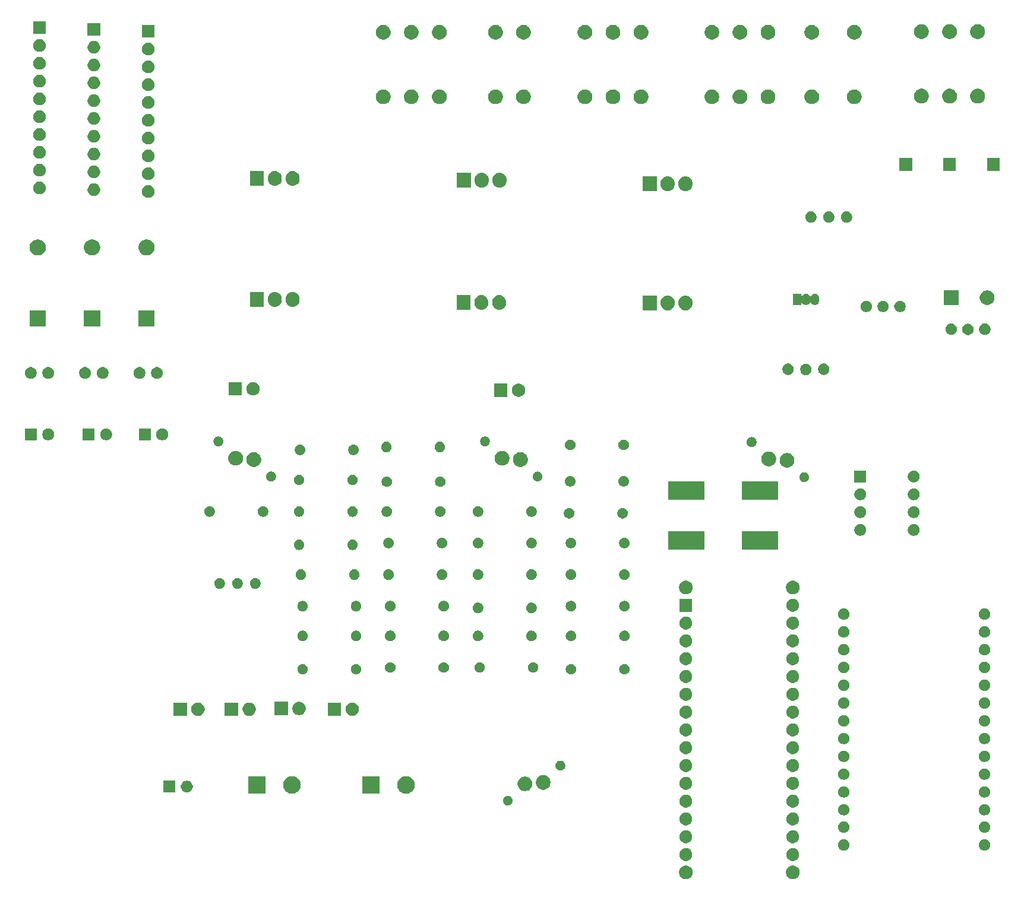
<source format=gbr>
G04 #@! TF.GenerationSoftware,KiCad,Pcbnew,5.1.5-52549c5~84~ubuntu19.04.1*
G04 #@! TF.CreationDate,2020-02-13T11:45:51+01:00*
G04 #@! TF.ProjectId,laborBerlin,6c61626f-7242-4657-926c-696e2e6b6963,rev?*
G04 #@! TF.SameCoordinates,Original*
G04 #@! TF.FileFunction,Soldermask,Bot*
G04 #@! TF.FilePolarity,Negative*
%FSLAX46Y46*%
G04 Gerber Fmt 4.6, Leading zero omitted, Abs format (unit mm)*
G04 Created by KiCad (PCBNEW 5.1.5-52549c5~84~ubuntu19.04.1) date 2020-02-13 11:45:51*
%MOMM*%
%LPD*%
G04 APERTURE LIST*
%ADD10C,0.100000*%
G04 APERTURE END LIST*
D10*
G36*
X176904687Y-137541507D02*
G01*
X176904690Y-137541508D01*
X176904689Y-137541508D01*
X177082309Y-137615080D01*
X177082310Y-137615081D01*
X177242161Y-137721889D01*
X177378111Y-137857839D01*
X177467158Y-137991109D01*
X177484920Y-138017691D01*
X177541825Y-138155073D01*
X177558493Y-138195313D01*
X177596000Y-138383871D01*
X177596000Y-138576129D01*
X177558493Y-138764687D01*
X177558492Y-138764689D01*
X177484920Y-138942309D01*
X177484919Y-138942310D01*
X177378111Y-139102161D01*
X177242161Y-139238111D01*
X177108891Y-139327158D01*
X177082309Y-139344920D01*
X176944927Y-139401825D01*
X176904687Y-139418493D01*
X176716129Y-139456000D01*
X176523871Y-139456000D01*
X176335313Y-139418493D01*
X176295073Y-139401825D01*
X176157691Y-139344920D01*
X176131109Y-139327158D01*
X175997839Y-139238111D01*
X175861889Y-139102161D01*
X175755081Y-138942310D01*
X175755080Y-138942309D01*
X175681508Y-138764689D01*
X175681507Y-138764687D01*
X175644000Y-138576129D01*
X175644000Y-138383871D01*
X175681507Y-138195313D01*
X175698175Y-138155073D01*
X175755080Y-138017691D01*
X175772842Y-137991109D01*
X175861889Y-137857839D01*
X175997839Y-137721889D01*
X176157690Y-137615081D01*
X176157691Y-137615080D01*
X176335311Y-137541508D01*
X176335310Y-137541508D01*
X176335313Y-137541507D01*
X176523871Y-137504000D01*
X176716129Y-137504000D01*
X176904687Y-137541507D01*
G37*
G36*
X161664687Y-137541507D02*
G01*
X161664690Y-137541508D01*
X161664689Y-137541508D01*
X161842309Y-137615080D01*
X161842310Y-137615081D01*
X162002161Y-137721889D01*
X162138111Y-137857839D01*
X162227158Y-137991109D01*
X162244920Y-138017691D01*
X162301825Y-138155073D01*
X162318493Y-138195313D01*
X162356000Y-138383871D01*
X162356000Y-138576129D01*
X162318493Y-138764687D01*
X162318492Y-138764689D01*
X162244920Y-138942309D01*
X162244919Y-138942310D01*
X162138111Y-139102161D01*
X162002161Y-139238111D01*
X161868891Y-139327158D01*
X161842309Y-139344920D01*
X161704927Y-139401825D01*
X161664687Y-139418493D01*
X161476129Y-139456000D01*
X161283871Y-139456000D01*
X161095313Y-139418493D01*
X161055073Y-139401825D01*
X160917691Y-139344920D01*
X160891109Y-139327158D01*
X160757839Y-139238111D01*
X160621889Y-139102161D01*
X160515081Y-138942310D01*
X160515080Y-138942309D01*
X160441508Y-138764689D01*
X160441507Y-138764687D01*
X160404000Y-138576129D01*
X160404000Y-138383871D01*
X160441507Y-138195313D01*
X160458175Y-138155073D01*
X160515080Y-138017691D01*
X160532842Y-137991109D01*
X160621889Y-137857839D01*
X160757839Y-137721889D01*
X160917690Y-137615081D01*
X160917691Y-137615080D01*
X161095311Y-137541508D01*
X161095310Y-137541508D01*
X161095313Y-137541507D01*
X161283871Y-137504000D01*
X161476129Y-137504000D01*
X161664687Y-137541507D01*
G37*
G36*
X161646778Y-135060547D02*
G01*
X161813224Y-135129491D01*
X161963022Y-135229583D01*
X162090417Y-135356978D01*
X162190509Y-135506776D01*
X162259453Y-135673222D01*
X162294600Y-135849918D01*
X162294600Y-136030082D01*
X162259453Y-136206778D01*
X162190509Y-136373224D01*
X162090417Y-136523022D01*
X161963022Y-136650417D01*
X161813224Y-136750509D01*
X161646778Y-136819453D01*
X161470082Y-136854600D01*
X161289918Y-136854600D01*
X161113222Y-136819453D01*
X160946776Y-136750509D01*
X160796978Y-136650417D01*
X160669583Y-136523022D01*
X160569491Y-136373224D01*
X160500547Y-136206778D01*
X160465400Y-136030082D01*
X160465400Y-135849918D01*
X160500547Y-135673222D01*
X160569491Y-135506776D01*
X160669583Y-135356978D01*
X160796978Y-135229583D01*
X160946776Y-135129491D01*
X161113222Y-135060547D01*
X161289918Y-135025400D01*
X161470082Y-135025400D01*
X161646778Y-135060547D01*
G37*
G36*
X176886778Y-135060547D02*
G01*
X177053224Y-135129491D01*
X177203022Y-135229583D01*
X177330417Y-135356978D01*
X177430509Y-135506776D01*
X177499453Y-135673222D01*
X177534600Y-135849918D01*
X177534600Y-136030082D01*
X177499453Y-136206778D01*
X177430509Y-136373224D01*
X177330417Y-136523022D01*
X177203022Y-136650417D01*
X177053224Y-136750509D01*
X176886778Y-136819453D01*
X176710082Y-136854600D01*
X176529918Y-136854600D01*
X176353222Y-136819453D01*
X176186776Y-136750509D01*
X176036978Y-136650417D01*
X175909583Y-136523022D01*
X175809491Y-136373224D01*
X175740547Y-136206778D01*
X175705400Y-136030082D01*
X175705400Y-135849918D01*
X175740547Y-135673222D01*
X175809491Y-135506776D01*
X175909583Y-135356978D01*
X176036978Y-135229583D01*
X176186776Y-135129491D01*
X176353222Y-135060547D01*
X176529918Y-135025400D01*
X176710082Y-135025400D01*
X176886778Y-135060547D01*
G37*
G36*
X184137142Y-133798242D02*
G01*
X184285101Y-133859529D01*
X184418255Y-133948499D01*
X184531501Y-134061745D01*
X184620471Y-134194899D01*
X184681758Y-134342858D01*
X184713000Y-134499925D01*
X184713000Y-134660075D01*
X184681758Y-134817142D01*
X184620471Y-134965101D01*
X184531501Y-135098255D01*
X184418255Y-135211501D01*
X184285101Y-135300471D01*
X184137142Y-135361758D01*
X183980075Y-135393000D01*
X183819925Y-135393000D01*
X183662858Y-135361758D01*
X183514899Y-135300471D01*
X183381745Y-135211501D01*
X183268499Y-135098255D01*
X183179529Y-134965101D01*
X183118242Y-134817142D01*
X183087000Y-134660075D01*
X183087000Y-134499925D01*
X183118242Y-134342858D01*
X183179529Y-134194899D01*
X183268499Y-134061745D01*
X183381745Y-133948499D01*
X183514899Y-133859529D01*
X183662858Y-133798242D01*
X183819925Y-133767000D01*
X183980075Y-133767000D01*
X184137142Y-133798242D01*
G37*
G36*
X204187142Y-133798242D02*
G01*
X204335101Y-133859529D01*
X204468255Y-133948499D01*
X204581501Y-134061745D01*
X204670471Y-134194899D01*
X204731758Y-134342858D01*
X204763000Y-134499925D01*
X204763000Y-134660075D01*
X204731758Y-134817142D01*
X204670471Y-134965101D01*
X204581501Y-135098255D01*
X204468255Y-135211501D01*
X204335101Y-135300471D01*
X204187142Y-135361758D01*
X204030075Y-135393000D01*
X203869925Y-135393000D01*
X203712858Y-135361758D01*
X203564899Y-135300471D01*
X203431745Y-135211501D01*
X203318499Y-135098255D01*
X203229529Y-134965101D01*
X203168242Y-134817142D01*
X203137000Y-134660075D01*
X203137000Y-134499925D01*
X203168242Y-134342858D01*
X203229529Y-134194899D01*
X203318499Y-134061745D01*
X203431745Y-133948499D01*
X203564899Y-133859529D01*
X203712858Y-133798242D01*
X203869925Y-133767000D01*
X204030075Y-133767000D01*
X204187142Y-133798242D01*
G37*
G36*
X161646778Y-132520547D02*
G01*
X161813224Y-132589491D01*
X161963022Y-132689583D01*
X162090417Y-132816978D01*
X162190509Y-132966776D01*
X162259453Y-133133222D01*
X162294600Y-133309918D01*
X162294600Y-133490082D01*
X162259453Y-133666778D01*
X162190509Y-133833224D01*
X162090417Y-133983022D01*
X161963022Y-134110417D01*
X161813224Y-134210509D01*
X161646778Y-134279453D01*
X161470082Y-134314600D01*
X161289918Y-134314600D01*
X161113222Y-134279453D01*
X160946776Y-134210509D01*
X160796978Y-134110417D01*
X160669583Y-133983022D01*
X160569491Y-133833224D01*
X160500547Y-133666778D01*
X160465400Y-133490082D01*
X160465400Y-133309918D01*
X160500547Y-133133222D01*
X160569491Y-132966776D01*
X160669583Y-132816978D01*
X160796978Y-132689583D01*
X160946776Y-132589491D01*
X161113222Y-132520547D01*
X161289918Y-132485400D01*
X161470082Y-132485400D01*
X161646778Y-132520547D01*
G37*
G36*
X176886778Y-132520547D02*
G01*
X177053224Y-132589491D01*
X177203022Y-132689583D01*
X177330417Y-132816978D01*
X177430509Y-132966776D01*
X177499453Y-133133222D01*
X177534600Y-133309918D01*
X177534600Y-133490082D01*
X177499453Y-133666778D01*
X177430509Y-133833224D01*
X177330417Y-133983022D01*
X177203022Y-134110417D01*
X177053224Y-134210509D01*
X176886778Y-134279453D01*
X176710082Y-134314600D01*
X176529918Y-134314600D01*
X176353222Y-134279453D01*
X176186776Y-134210509D01*
X176036978Y-134110417D01*
X175909583Y-133983022D01*
X175809491Y-133833224D01*
X175740547Y-133666778D01*
X175705400Y-133490082D01*
X175705400Y-133309918D01*
X175740547Y-133133222D01*
X175809491Y-132966776D01*
X175909583Y-132816978D01*
X176036978Y-132689583D01*
X176186776Y-132589491D01*
X176353222Y-132520547D01*
X176529918Y-132485400D01*
X176710082Y-132485400D01*
X176886778Y-132520547D01*
G37*
G36*
X184137142Y-131258242D02*
G01*
X184285101Y-131319529D01*
X184418255Y-131408499D01*
X184531501Y-131521745D01*
X184620471Y-131654899D01*
X184681758Y-131802858D01*
X184713000Y-131959925D01*
X184713000Y-132120075D01*
X184681758Y-132277142D01*
X184620471Y-132425101D01*
X184531501Y-132558255D01*
X184418255Y-132671501D01*
X184285101Y-132760471D01*
X184137142Y-132821758D01*
X183980075Y-132853000D01*
X183819925Y-132853000D01*
X183662858Y-132821758D01*
X183514899Y-132760471D01*
X183381745Y-132671501D01*
X183268499Y-132558255D01*
X183179529Y-132425101D01*
X183118242Y-132277142D01*
X183087000Y-132120075D01*
X183087000Y-131959925D01*
X183118242Y-131802858D01*
X183179529Y-131654899D01*
X183268499Y-131521745D01*
X183381745Y-131408499D01*
X183514899Y-131319529D01*
X183662858Y-131258242D01*
X183819925Y-131227000D01*
X183980075Y-131227000D01*
X184137142Y-131258242D01*
G37*
G36*
X204187142Y-131258242D02*
G01*
X204335101Y-131319529D01*
X204468255Y-131408499D01*
X204581501Y-131521745D01*
X204670471Y-131654899D01*
X204731758Y-131802858D01*
X204763000Y-131959925D01*
X204763000Y-132120075D01*
X204731758Y-132277142D01*
X204670471Y-132425101D01*
X204581501Y-132558255D01*
X204468255Y-132671501D01*
X204335101Y-132760471D01*
X204187142Y-132821758D01*
X204030075Y-132853000D01*
X203869925Y-132853000D01*
X203712858Y-132821758D01*
X203564899Y-132760471D01*
X203431745Y-132671501D01*
X203318499Y-132558255D01*
X203229529Y-132425101D01*
X203168242Y-132277142D01*
X203137000Y-132120075D01*
X203137000Y-131959925D01*
X203168242Y-131802858D01*
X203229529Y-131654899D01*
X203318499Y-131521745D01*
X203431745Y-131408499D01*
X203564899Y-131319529D01*
X203712858Y-131258242D01*
X203869925Y-131227000D01*
X204030075Y-131227000D01*
X204187142Y-131258242D01*
G37*
G36*
X161646778Y-129980547D02*
G01*
X161813224Y-130049491D01*
X161963022Y-130149583D01*
X162090417Y-130276978D01*
X162190509Y-130426776D01*
X162259453Y-130593222D01*
X162294600Y-130769918D01*
X162294600Y-130950082D01*
X162259453Y-131126778D01*
X162190509Y-131293224D01*
X162090417Y-131443022D01*
X161963022Y-131570417D01*
X161813224Y-131670509D01*
X161646778Y-131739453D01*
X161470082Y-131774600D01*
X161289918Y-131774600D01*
X161113222Y-131739453D01*
X160946776Y-131670509D01*
X160796978Y-131570417D01*
X160669583Y-131443022D01*
X160569491Y-131293224D01*
X160500547Y-131126778D01*
X160465400Y-130950082D01*
X160465400Y-130769918D01*
X160500547Y-130593222D01*
X160569491Y-130426776D01*
X160669583Y-130276978D01*
X160796978Y-130149583D01*
X160946776Y-130049491D01*
X161113222Y-129980547D01*
X161289918Y-129945400D01*
X161470082Y-129945400D01*
X161646778Y-129980547D01*
G37*
G36*
X176886778Y-129980547D02*
G01*
X177053224Y-130049491D01*
X177203022Y-130149583D01*
X177330417Y-130276978D01*
X177430509Y-130426776D01*
X177499453Y-130593222D01*
X177534600Y-130769918D01*
X177534600Y-130950082D01*
X177499453Y-131126778D01*
X177430509Y-131293224D01*
X177330417Y-131443022D01*
X177203022Y-131570417D01*
X177053224Y-131670509D01*
X176886778Y-131739453D01*
X176710082Y-131774600D01*
X176529918Y-131774600D01*
X176353222Y-131739453D01*
X176186776Y-131670509D01*
X176036978Y-131570417D01*
X175909583Y-131443022D01*
X175809491Y-131293224D01*
X175740547Y-131126778D01*
X175705400Y-130950082D01*
X175705400Y-130769918D01*
X175740547Y-130593222D01*
X175809491Y-130426776D01*
X175909583Y-130276978D01*
X176036978Y-130149583D01*
X176186776Y-130049491D01*
X176353222Y-129980547D01*
X176529918Y-129945400D01*
X176710082Y-129945400D01*
X176886778Y-129980547D01*
G37*
G36*
X204187142Y-128758242D02*
G01*
X204335101Y-128819529D01*
X204468255Y-128908499D01*
X204581501Y-129021745D01*
X204670471Y-129154899D01*
X204731758Y-129302858D01*
X204763000Y-129459925D01*
X204763000Y-129620075D01*
X204731758Y-129777142D01*
X204670471Y-129925101D01*
X204581501Y-130058255D01*
X204468255Y-130171501D01*
X204335101Y-130260471D01*
X204187142Y-130321758D01*
X204030075Y-130353000D01*
X203869925Y-130353000D01*
X203712858Y-130321758D01*
X203564899Y-130260471D01*
X203431745Y-130171501D01*
X203318499Y-130058255D01*
X203229529Y-129925101D01*
X203168242Y-129777142D01*
X203137000Y-129620075D01*
X203137000Y-129459925D01*
X203168242Y-129302858D01*
X203229529Y-129154899D01*
X203318499Y-129021745D01*
X203431745Y-128908499D01*
X203564899Y-128819529D01*
X203712858Y-128758242D01*
X203869925Y-128727000D01*
X204030075Y-128727000D01*
X204187142Y-128758242D01*
G37*
G36*
X184137142Y-128758242D02*
G01*
X184285101Y-128819529D01*
X184418255Y-128908499D01*
X184531501Y-129021745D01*
X184620471Y-129154899D01*
X184681758Y-129302858D01*
X184713000Y-129459925D01*
X184713000Y-129620075D01*
X184681758Y-129777142D01*
X184620471Y-129925101D01*
X184531501Y-130058255D01*
X184418255Y-130171501D01*
X184285101Y-130260471D01*
X184137142Y-130321758D01*
X183980075Y-130353000D01*
X183819925Y-130353000D01*
X183662858Y-130321758D01*
X183514899Y-130260471D01*
X183381745Y-130171501D01*
X183268499Y-130058255D01*
X183179529Y-129925101D01*
X183118242Y-129777142D01*
X183087000Y-129620075D01*
X183087000Y-129459925D01*
X183118242Y-129302858D01*
X183179529Y-129154899D01*
X183268499Y-129021745D01*
X183381745Y-128908499D01*
X183514899Y-128819529D01*
X183662858Y-128758242D01*
X183819925Y-128727000D01*
X183980075Y-128727000D01*
X184137142Y-128758242D01*
G37*
G36*
X161646778Y-127440547D02*
G01*
X161813224Y-127509491D01*
X161963022Y-127609583D01*
X162090417Y-127736978D01*
X162190509Y-127886776D01*
X162259453Y-128053222D01*
X162294600Y-128229918D01*
X162294600Y-128410082D01*
X162259453Y-128586778D01*
X162190509Y-128753224D01*
X162090417Y-128903022D01*
X161963022Y-129030417D01*
X161813224Y-129130509D01*
X161646778Y-129199453D01*
X161470082Y-129234600D01*
X161289918Y-129234600D01*
X161113222Y-129199453D01*
X160946776Y-129130509D01*
X160796978Y-129030417D01*
X160669583Y-128903022D01*
X160569491Y-128753224D01*
X160500547Y-128586778D01*
X160465400Y-128410082D01*
X160465400Y-128229918D01*
X160500547Y-128053222D01*
X160569491Y-127886776D01*
X160669583Y-127736978D01*
X160796978Y-127609583D01*
X160946776Y-127509491D01*
X161113222Y-127440547D01*
X161289918Y-127405400D01*
X161470082Y-127405400D01*
X161646778Y-127440547D01*
G37*
G36*
X176886778Y-127440547D02*
G01*
X177053224Y-127509491D01*
X177203022Y-127609583D01*
X177330417Y-127736978D01*
X177430509Y-127886776D01*
X177499453Y-128053222D01*
X177534600Y-128229918D01*
X177534600Y-128410082D01*
X177499453Y-128586778D01*
X177430509Y-128753224D01*
X177330417Y-128903022D01*
X177203022Y-129030417D01*
X177053224Y-129130509D01*
X176886778Y-129199453D01*
X176710082Y-129234600D01*
X176529918Y-129234600D01*
X176353222Y-129199453D01*
X176186776Y-129130509D01*
X176036978Y-129030417D01*
X175909583Y-128903022D01*
X175809491Y-128753224D01*
X175740547Y-128586778D01*
X175705400Y-128410082D01*
X175705400Y-128229918D01*
X175740547Y-128053222D01*
X175809491Y-127886776D01*
X175909583Y-127736978D01*
X176036978Y-127609583D01*
X176186776Y-127509491D01*
X176353222Y-127440547D01*
X176529918Y-127405400D01*
X176710082Y-127405400D01*
X176886778Y-127440547D01*
G37*
G36*
X136204473Y-127575938D02*
G01*
X136332049Y-127628782D01*
X136446859Y-127705495D01*
X136544505Y-127803141D01*
X136621218Y-127917951D01*
X136674062Y-128045527D01*
X136701000Y-128180956D01*
X136701000Y-128319044D01*
X136674062Y-128454473D01*
X136621218Y-128582049D01*
X136544505Y-128696859D01*
X136446859Y-128794505D01*
X136332049Y-128871218D01*
X136204473Y-128924062D01*
X136069044Y-128951000D01*
X135930956Y-128951000D01*
X135795527Y-128924062D01*
X135667951Y-128871218D01*
X135553141Y-128794505D01*
X135455495Y-128696859D01*
X135378782Y-128582049D01*
X135325938Y-128454473D01*
X135299000Y-128319044D01*
X135299000Y-128180956D01*
X135325938Y-128045527D01*
X135378782Y-127917951D01*
X135455495Y-127803141D01*
X135553141Y-127705495D01*
X135667951Y-127628782D01*
X135795527Y-127575938D01*
X135930956Y-127549000D01*
X136069044Y-127549000D01*
X136204473Y-127575938D01*
G37*
G36*
X184137142Y-126228242D02*
G01*
X184285101Y-126289529D01*
X184418255Y-126378499D01*
X184531501Y-126491745D01*
X184620471Y-126624899D01*
X184681758Y-126772858D01*
X184713000Y-126929925D01*
X184713000Y-127090075D01*
X184681758Y-127247142D01*
X184620471Y-127395101D01*
X184531501Y-127528255D01*
X184418255Y-127641501D01*
X184285101Y-127730471D01*
X184137142Y-127791758D01*
X183980075Y-127823000D01*
X183819925Y-127823000D01*
X183662858Y-127791758D01*
X183514899Y-127730471D01*
X183381745Y-127641501D01*
X183268499Y-127528255D01*
X183179529Y-127395101D01*
X183118242Y-127247142D01*
X183087000Y-127090075D01*
X183087000Y-126929925D01*
X183118242Y-126772858D01*
X183179529Y-126624899D01*
X183268499Y-126491745D01*
X183381745Y-126378499D01*
X183514899Y-126289529D01*
X183662858Y-126228242D01*
X183819925Y-126197000D01*
X183980075Y-126197000D01*
X184137142Y-126228242D01*
G37*
G36*
X204187142Y-126228242D02*
G01*
X204335101Y-126289529D01*
X204468255Y-126378499D01*
X204581501Y-126491745D01*
X204670471Y-126624899D01*
X204731758Y-126772858D01*
X204763000Y-126929925D01*
X204763000Y-127090075D01*
X204731758Y-127247142D01*
X204670471Y-127395101D01*
X204581501Y-127528255D01*
X204468255Y-127641501D01*
X204335101Y-127730471D01*
X204187142Y-127791758D01*
X204030075Y-127823000D01*
X203869925Y-127823000D01*
X203712858Y-127791758D01*
X203564899Y-127730471D01*
X203431745Y-127641501D01*
X203318499Y-127528255D01*
X203229529Y-127395101D01*
X203168242Y-127247142D01*
X203137000Y-127090075D01*
X203137000Y-126929925D01*
X203168242Y-126772858D01*
X203229529Y-126624899D01*
X203318499Y-126491745D01*
X203431745Y-126378499D01*
X203564899Y-126289529D01*
X203712858Y-126228242D01*
X203869925Y-126197000D01*
X204030075Y-126197000D01*
X204187142Y-126228242D01*
G37*
G36*
X121864903Y-124797075D02*
G01*
X122029855Y-124865400D01*
X122092571Y-124891378D01*
X122297466Y-125028285D01*
X122471715Y-125202534D01*
X122571697Y-125352167D01*
X122608623Y-125407431D01*
X122702925Y-125635097D01*
X122751000Y-125876786D01*
X122751000Y-126123214D01*
X122702925Y-126364903D01*
X122613256Y-126581385D01*
X122608622Y-126592571D01*
X122471715Y-126797466D01*
X122297466Y-126971715D01*
X122092571Y-127108622D01*
X122092570Y-127108623D01*
X122092569Y-127108623D01*
X121864903Y-127202925D01*
X121623214Y-127251000D01*
X121376786Y-127251000D01*
X121135097Y-127202925D01*
X120907431Y-127108623D01*
X120907430Y-127108623D01*
X120907429Y-127108622D01*
X120702534Y-126971715D01*
X120528285Y-126797466D01*
X120391378Y-126592571D01*
X120386745Y-126581385D01*
X120297075Y-126364903D01*
X120249000Y-126123214D01*
X120249000Y-125876786D01*
X120297075Y-125635097D01*
X120391377Y-125407431D01*
X120428303Y-125352167D01*
X120528285Y-125202534D01*
X120702534Y-125028285D01*
X120907429Y-124891378D01*
X120970146Y-124865400D01*
X121135097Y-124797075D01*
X121376786Y-124749000D01*
X121623214Y-124749000D01*
X121864903Y-124797075D01*
G37*
G36*
X117751000Y-127251000D02*
G01*
X115249000Y-127251000D01*
X115249000Y-124749000D01*
X117751000Y-124749000D01*
X117751000Y-127251000D01*
G37*
G36*
X101501000Y-127251000D02*
G01*
X98999000Y-127251000D01*
X98999000Y-124749000D01*
X101501000Y-124749000D01*
X101501000Y-127251000D01*
G37*
G36*
X105614903Y-124797075D02*
G01*
X105779855Y-124865400D01*
X105842571Y-124891378D01*
X106047466Y-125028285D01*
X106221715Y-125202534D01*
X106321697Y-125352167D01*
X106358623Y-125407431D01*
X106452925Y-125635097D01*
X106501000Y-125876786D01*
X106501000Y-126123214D01*
X106452925Y-126364903D01*
X106363256Y-126581385D01*
X106358622Y-126592571D01*
X106221715Y-126797466D01*
X106047466Y-126971715D01*
X105842571Y-127108622D01*
X105842570Y-127108623D01*
X105842569Y-127108623D01*
X105614903Y-127202925D01*
X105373214Y-127251000D01*
X105126786Y-127251000D01*
X104885097Y-127202925D01*
X104657431Y-127108623D01*
X104657430Y-127108623D01*
X104657429Y-127108622D01*
X104452534Y-126971715D01*
X104278285Y-126797466D01*
X104141378Y-126592571D01*
X104136745Y-126581385D01*
X104047075Y-126364903D01*
X103999000Y-126123214D01*
X103999000Y-125876786D01*
X104047075Y-125635097D01*
X104141377Y-125407431D01*
X104178303Y-125352167D01*
X104278285Y-125202534D01*
X104452534Y-125028285D01*
X104657429Y-124891378D01*
X104720146Y-124865400D01*
X104885097Y-124797075D01*
X105126786Y-124749000D01*
X105373214Y-124749000D01*
X105614903Y-124797075D01*
G37*
G36*
X88601000Y-127101000D02*
G01*
X86899000Y-127101000D01*
X86899000Y-125399000D01*
X88601000Y-125399000D01*
X88601000Y-127101000D01*
G37*
G36*
X90498228Y-125431703D02*
G01*
X90653100Y-125495853D01*
X90792481Y-125588985D01*
X90911015Y-125707519D01*
X91004147Y-125846900D01*
X91068297Y-126001772D01*
X91101000Y-126166184D01*
X91101000Y-126333816D01*
X91068297Y-126498228D01*
X91004147Y-126653100D01*
X90911015Y-126792481D01*
X90792481Y-126911015D01*
X90653100Y-127004147D01*
X90498228Y-127068297D01*
X90333816Y-127101000D01*
X90166184Y-127101000D01*
X90001772Y-127068297D01*
X89846900Y-127004147D01*
X89707519Y-126911015D01*
X89588985Y-126792481D01*
X89495853Y-126653100D01*
X89431703Y-126498228D01*
X89399000Y-126333816D01*
X89399000Y-126166184D01*
X89431703Y-126001772D01*
X89495853Y-125846900D01*
X89588985Y-125707519D01*
X89707519Y-125588985D01*
X89846900Y-125495853D01*
X90001772Y-125431703D01*
X90166184Y-125399000D01*
X90333816Y-125399000D01*
X90498228Y-125431703D01*
G37*
G36*
X138756564Y-124839389D02*
G01*
X138904215Y-124900548D01*
X138947835Y-124918616D01*
X139119973Y-125033635D01*
X139266365Y-125180027D01*
X139377783Y-125346775D01*
X139381385Y-125352167D01*
X139460611Y-125543436D01*
X139501000Y-125746484D01*
X139501000Y-125953516D01*
X139460611Y-126156564D01*
X139405535Y-126289529D01*
X139381384Y-126347835D01*
X139266365Y-126519973D01*
X139119973Y-126666365D01*
X138947835Y-126781384D01*
X138947834Y-126781385D01*
X138947833Y-126781385D01*
X138756564Y-126860611D01*
X138553516Y-126901000D01*
X138346484Y-126901000D01*
X138143436Y-126860611D01*
X137952167Y-126781385D01*
X137952166Y-126781385D01*
X137952165Y-126781384D01*
X137780027Y-126666365D01*
X137633635Y-126519973D01*
X137518616Y-126347835D01*
X137494465Y-126289529D01*
X137439389Y-126156564D01*
X137399000Y-125953516D01*
X137399000Y-125746484D01*
X137439389Y-125543436D01*
X137518615Y-125352167D01*
X137522218Y-125346775D01*
X137633635Y-125180027D01*
X137780027Y-125033635D01*
X137952165Y-124918616D01*
X137995785Y-124900548D01*
X138143436Y-124839389D01*
X138346484Y-124799000D01*
X138553516Y-124799000D01*
X138756564Y-124839389D01*
G37*
G36*
X141356564Y-124639389D02*
G01*
X141520137Y-124707143D01*
X141547835Y-124718616D01*
X141665257Y-124797075D01*
X141719973Y-124833635D01*
X141866365Y-124980027D01*
X141981385Y-125152167D01*
X142060611Y-125343436D01*
X142101000Y-125546484D01*
X142101000Y-125753516D01*
X142060611Y-125956564D01*
X141991583Y-126123213D01*
X141981384Y-126147835D01*
X141866365Y-126319973D01*
X141719973Y-126466365D01*
X141547835Y-126581384D01*
X141547834Y-126581385D01*
X141547833Y-126581385D01*
X141356564Y-126660611D01*
X141153516Y-126701000D01*
X140946484Y-126701000D01*
X140743436Y-126660611D01*
X140552167Y-126581385D01*
X140552166Y-126581385D01*
X140552165Y-126581384D01*
X140380027Y-126466365D01*
X140233635Y-126319973D01*
X140118616Y-126147835D01*
X140108417Y-126123213D01*
X140039389Y-125956564D01*
X139999000Y-125753516D01*
X139999000Y-125546484D01*
X140039389Y-125343436D01*
X140118615Y-125152167D01*
X140233635Y-124980027D01*
X140380027Y-124833635D01*
X140434743Y-124797075D01*
X140552165Y-124718616D01*
X140579863Y-124707143D01*
X140743436Y-124639389D01*
X140946484Y-124599000D01*
X141153516Y-124599000D01*
X141356564Y-124639389D01*
G37*
G36*
X161646778Y-124900547D02*
G01*
X161813224Y-124969491D01*
X161963022Y-125069583D01*
X162090417Y-125196978D01*
X162190509Y-125346776D01*
X162259453Y-125513222D01*
X162294600Y-125689918D01*
X162294600Y-125870082D01*
X162259453Y-126046778D01*
X162190509Y-126213224D01*
X162090417Y-126363022D01*
X161963022Y-126490417D01*
X161813224Y-126590509D01*
X161646778Y-126659453D01*
X161470082Y-126694600D01*
X161289918Y-126694600D01*
X161113222Y-126659453D01*
X160946776Y-126590509D01*
X160796978Y-126490417D01*
X160669583Y-126363022D01*
X160569491Y-126213224D01*
X160500547Y-126046778D01*
X160465400Y-125870082D01*
X160465400Y-125689918D01*
X160500547Y-125513222D01*
X160569491Y-125346776D01*
X160669583Y-125196978D01*
X160796978Y-125069583D01*
X160946776Y-124969491D01*
X161113222Y-124900547D01*
X161289918Y-124865400D01*
X161470082Y-124865400D01*
X161646778Y-124900547D01*
G37*
G36*
X176886778Y-124900547D02*
G01*
X177053224Y-124969491D01*
X177203022Y-125069583D01*
X177330417Y-125196978D01*
X177430509Y-125346776D01*
X177499453Y-125513222D01*
X177534600Y-125689918D01*
X177534600Y-125870082D01*
X177499453Y-126046778D01*
X177430509Y-126213224D01*
X177330417Y-126363022D01*
X177203022Y-126490417D01*
X177053224Y-126590509D01*
X176886778Y-126659453D01*
X176710082Y-126694600D01*
X176529918Y-126694600D01*
X176353222Y-126659453D01*
X176186776Y-126590509D01*
X176036978Y-126490417D01*
X175909583Y-126363022D01*
X175809491Y-126213224D01*
X175740547Y-126046778D01*
X175705400Y-125870082D01*
X175705400Y-125689918D01*
X175740547Y-125513222D01*
X175809491Y-125346776D01*
X175909583Y-125196978D01*
X176036978Y-125069583D01*
X176186776Y-124969491D01*
X176353222Y-124900547D01*
X176529918Y-124865400D01*
X176710082Y-124865400D01*
X176886778Y-124900547D01*
G37*
G36*
X184137142Y-123688242D02*
G01*
X184285101Y-123749529D01*
X184418255Y-123838499D01*
X184531501Y-123951745D01*
X184620471Y-124084899D01*
X184681758Y-124232858D01*
X184713000Y-124389925D01*
X184713000Y-124550075D01*
X184681758Y-124707142D01*
X184620471Y-124855101D01*
X184531501Y-124988255D01*
X184418255Y-125101501D01*
X184285101Y-125190471D01*
X184137142Y-125251758D01*
X183980075Y-125283000D01*
X183819925Y-125283000D01*
X183662858Y-125251758D01*
X183514899Y-125190471D01*
X183381745Y-125101501D01*
X183268499Y-124988255D01*
X183179529Y-124855101D01*
X183118242Y-124707142D01*
X183087000Y-124550075D01*
X183087000Y-124389925D01*
X183118242Y-124232858D01*
X183179529Y-124084899D01*
X183268499Y-123951745D01*
X183381745Y-123838499D01*
X183514899Y-123749529D01*
X183662858Y-123688242D01*
X183819925Y-123657000D01*
X183980075Y-123657000D01*
X184137142Y-123688242D01*
G37*
G36*
X204187142Y-123688242D02*
G01*
X204335101Y-123749529D01*
X204468255Y-123838499D01*
X204581501Y-123951745D01*
X204670471Y-124084899D01*
X204731758Y-124232858D01*
X204763000Y-124389925D01*
X204763000Y-124550075D01*
X204731758Y-124707142D01*
X204670471Y-124855101D01*
X204581501Y-124988255D01*
X204468255Y-125101501D01*
X204335101Y-125190471D01*
X204187142Y-125251758D01*
X204030075Y-125283000D01*
X203869925Y-125283000D01*
X203712858Y-125251758D01*
X203564899Y-125190471D01*
X203431745Y-125101501D01*
X203318499Y-124988255D01*
X203229529Y-124855101D01*
X203168242Y-124707142D01*
X203137000Y-124550075D01*
X203137000Y-124389925D01*
X203168242Y-124232858D01*
X203229529Y-124084899D01*
X203318499Y-123951745D01*
X203431745Y-123838499D01*
X203564899Y-123749529D01*
X203712858Y-123688242D01*
X203869925Y-123657000D01*
X204030075Y-123657000D01*
X204187142Y-123688242D01*
G37*
G36*
X161646778Y-122360547D02*
G01*
X161813224Y-122429491D01*
X161963022Y-122529583D01*
X162090417Y-122656978D01*
X162190509Y-122806776D01*
X162259453Y-122973222D01*
X162294600Y-123149918D01*
X162294600Y-123330082D01*
X162259453Y-123506778D01*
X162190509Y-123673224D01*
X162090417Y-123823022D01*
X161963022Y-123950417D01*
X161813224Y-124050509D01*
X161646778Y-124119453D01*
X161470082Y-124154600D01*
X161289918Y-124154600D01*
X161113222Y-124119453D01*
X160946776Y-124050509D01*
X160796978Y-123950417D01*
X160669583Y-123823022D01*
X160569491Y-123673224D01*
X160500547Y-123506778D01*
X160465400Y-123330082D01*
X160465400Y-123149918D01*
X160500547Y-122973222D01*
X160569491Y-122806776D01*
X160669583Y-122656978D01*
X160796978Y-122529583D01*
X160946776Y-122429491D01*
X161113222Y-122360547D01*
X161289918Y-122325400D01*
X161470082Y-122325400D01*
X161646778Y-122360547D01*
G37*
G36*
X176886778Y-122360547D02*
G01*
X177053224Y-122429491D01*
X177203022Y-122529583D01*
X177330417Y-122656978D01*
X177430509Y-122806776D01*
X177499453Y-122973222D01*
X177534600Y-123149918D01*
X177534600Y-123330082D01*
X177499453Y-123506778D01*
X177430509Y-123673224D01*
X177330417Y-123823022D01*
X177203022Y-123950417D01*
X177053224Y-124050509D01*
X176886778Y-124119453D01*
X176710082Y-124154600D01*
X176529918Y-124154600D01*
X176353222Y-124119453D01*
X176186776Y-124050509D01*
X176036978Y-123950417D01*
X175909583Y-123823022D01*
X175809491Y-123673224D01*
X175740547Y-123506778D01*
X175705400Y-123330082D01*
X175705400Y-123149918D01*
X175740547Y-122973222D01*
X175809491Y-122806776D01*
X175909583Y-122656978D01*
X176036978Y-122529583D01*
X176186776Y-122429491D01*
X176353222Y-122360547D01*
X176529918Y-122325400D01*
X176710082Y-122325400D01*
X176886778Y-122360547D01*
G37*
G36*
X143704473Y-122575938D02*
G01*
X143832049Y-122628782D01*
X143946859Y-122705495D01*
X144044505Y-122803141D01*
X144121218Y-122917951D01*
X144174062Y-123045527D01*
X144201000Y-123180956D01*
X144201000Y-123319044D01*
X144174062Y-123454473D01*
X144121218Y-123582049D01*
X144044505Y-123696859D01*
X143946859Y-123794505D01*
X143832049Y-123871218D01*
X143704473Y-123924062D01*
X143569044Y-123951000D01*
X143430956Y-123951000D01*
X143295527Y-123924062D01*
X143167951Y-123871218D01*
X143053141Y-123794505D01*
X142955495Y-123696859D01*
X142878782Y-123582049D01*
X142825938Y-123454473D01*
X142799000Y-123319044D01*
X142799000Y-123180956D01*
X142825938Y-123045527D01*
X142878782Y-122917951D01*
X142955495Y-122803141D01*
X143053141Y-122705495D01*
X143167951Y-122628782D01*
X143295527Y-122575938D01*
X143430956Y-122549000D01*
X143569044Y-122549000D01*
X143704473Y-122575938D01*
G37*
G36*
X204187142Y-121148242D02*
G01*
X204335101Y-121209529D01*
X204468255Y-121298499D01*
X204581501Y-121411745D01*
X204670471Y-121544899D01*
X204731758Y-121692858D01*
X204763000Y-121849925D01*
X204763000Y-122010075D01*
X204731758Y-122167142D01*
X204670471Y-122315101D01*
X204581501Y-122448255D01*
X204468255Y-122561501D01*
X204335101Y-122650471D01*
X204187142Y-122711758D01*
X204030075Y-122743000D01*
X203869925Y-122743000D01*
X203712858Y-122711758D01*
X203564899Y-122650471D01*
X203431745Y-122561501D01*
X203318499Y-122448255D01*
X203229529Y-122315101D01*
X203168242Y-122167142D01*
X203137000Y-122010075D01*
X203137000Y-121849925D01*
X203168242Y-121692858D01*
X203229529Y-121544899D01*
X203318499Y-121411745D01*
X203431745Y-121298499D01*
X203564899Y-121209529D01*
X203712858Y-121148242D01*
X203869925Y-121117000D01*
X204030075Y-121117000D01*
X204187142Y-121148242D01*
G37*
G36*
X184137142Y-121148242D02*
G01*
X184285101Y-121209529D01*
X184418255Y-121298499D01*
X184531501Y-121411745D01*
X184620471Y-121544899D01*
X184681758Y-121692858D01*
X184713000Y-121849925D01*
X184713000Y-122010075D01*
X184681758Y-122167142D01*
X184620471Y-122315101D01*
X184531501Y-122448255D01*
X184418255Y-122561501D01*
X184285101Y-122650471D01*
X184137142Y-122711758D01*
X183980075Y-122743000D01*
X183819925Y-122743000D01*
X183662858Y-122711758D01*
X183514899Y-122650471D01*
X183381745Y-122561501D01*
X183268499Y-122448255D01*
X183179529Y-122315101D01*
X183118242Y-122167142D01*
X183087000Y-122010075D01*
X183087000Y-121849925D01*
X183118242Y-121692858D01*
X183179529Y-121544899D01*
X183268499Y-121411745D01*
X183381745Y-121298499D01*
X183514899Y-121209529D01*
X183662858Y-121148242D01*
X183819925Y-121117000D01*
X183980075Y-121117000D01*
X184137142Y-121148242D01*
G37*
G36*
X176886778Y-119820547D02*
G01*
X177053224Y-119889491D01*
X177203022Y-119989583D01*
X177330417Y-120116978D01*
X177430509Y-120266776D01*
X177499453Y-120433222D01*
X177534600Y-120609918D01*
X177534600Y-120790082D01*
X177499453Y-120966778D01*
X177430509Y-121133224D01*
X177330417Y-121283022D01*
X177203022Y-121410417D01*
X177053224Y-121510509D01*
X176886778Y-121579453D01*
X176710082Y-121614600D01*
X176529918Y-121614600D01*
X176353222Y-121579453D01*
X176186776Y-121510509D01*
X176036978Y-121410417D01*
X175909583Y-121283022D01*
X175809491Y-121133224D01*
X175740547Y-120966778D01*
X175705400Y-120790082D01*
X175705400Y-120609918D01*
X175740547Y-120433222D01*
X175809491Y-120266776D01*
X175909583Y-120116978D01*
X176036978Y-119989583D01*
X176186776Y-119889491D01*
X176353222Y-119820547D01*
X176529918Y-119785400D01*
X176710082Y-119785400D01*
X176886778Y-119820547D01*
G37*
G36*
X161646778Y-119820547D02*
G01*
X161813224Y-119889491D01*
X161963022Y-119989583D01*
X162090417Y-120116978D01*
X162190509Y-120266776D01*
X162259453Y-120433222D01*
X162294600Y-120609918D01*
X162294600Y-120790082D01*
X162259453Y-120966778D01*
X162190509Y-121133224D01*
X162090417Y-121283022D01*
X161963022Y-121410417D01*
X161813224Y-121510509D01*
X161646778Y-121579453D01*
X161470082Y-121614600D01*
X161289918Y-121614600D01*
X161113222Y-121579453D01*
X160946776Y-121510509D01*
X160796978Y-121410417D01*
X160669583Y-121283022D01*
X160569491Y-121133224D01*
X160500547Y-120966778D01*
X160465400Y-120790082D01*
X160465400Y-120609918D01*
X160500547Y-120433222D01*
X160569491Y-120266776D01*
X160669583Y-120116978D01*
X160796978Y-119989583D01*
X160946776Y-119889491D01*
X161113222Y-119820547D01*
X161289918Y-119785400D01*
X161470082Y-119785400D01*
X161646778Y-119820547D01*
G37*
G36*
X184137142Y-118608242D02*
G01*
X184285101Y-118669529D01*
X184418255Y-118758499D01*
X184531501Y-118871745D01*
X184620471Y-119004899D01*
X184681758Y-119152858D01*
X184713000Y-119309925D01*
X184713000Y-119470075D01*
X184681758Y-119627142D01*
X184620471Y-119775101D01*
X184531501Y-119908255D01*
X184418255Y-120021501D01*
X184285101Y-120110471D01*
X184137142Y-120171758D01*
X183980075Y-120203000D01*
X183819925Y-120203000D01*
X183662858Y-120171758D01*
X183514899Y-120110471D01*
X183381745Y-120021501D01*
X183268499Y-119908255D01*
X183179529Y-119775101D01*
X183118242Y-119627142D01*
X183087000Y-119470075D01*
X183087000Y-119309925D01*
X183118242Y-119152858D01*
X183179529Y-119004899D01*
X183268499Y-118871745D01*
X183381745Y-118758499D01*
X183514899Y-118669529D01*
X183662858Y-118608242D01*
X183819925Y-118577000D01*
X183980075Y-118577000D01*
X184137142Y-118608242D01*
G37*
G36*
X204187142Y-118608242D02*
G01*
X204335101Y-118669529D01*
X204468255Y-118758499D01*
X204581501Y-118871745D01*
X204670471Y-119004899D01*
X204731758Y-119152858D01*
X204763000Y-119309925D01*
X204763000Y-119470075D01*
X204731758Y-119627142D01*
X204670471Y-119775101D01*
X204581501Y-119908255D01*
X204468255Y-120021501D01*
X204335101Y-120110471D01*
X204187142Y-120171758D01*
X204030075Y-120203000D01*
X203869925Y-120203000D01*
X203712858Y-120171758D01*
X203564899Y-120110471D01*
X203431745Y-120021501D01*
X203318499Y-119908255D01*
X203229529Y-119775101D01*
X203168242Y-119627142D01*
X203137000Y-119470075D01*
X203137000Y-119309925D01*
X203168242Y-119152858D01*
X203229529Y-119004899D01*
X203318499Y-118871745D01*
X203431745Y-118758499D01*
X203564899Y-118669529D01*
X203712858Y-118608242D01*
X203869925Y-118577000D01*
X204030075Y-118577000D01*
X204187142Y-118608242D01*
G37*
G36*
X161646778Y-117280547D02*
G01*
X161813224Y-117349491D01*
X161963022Y-117449583D01*
X162090417Y-117576978D01*
X162190509Y-117726776D01*
X162259453Y-117893222D01*
X162294600Y-118069918D01*
X162294600Y-118250082D01*
X162259453Y-118426778D01*
X162190509Y-118593224D01*
X162090417Y-118743022D01*
X161963022Y-118870417D01*
X161813224Y-118970509D01*
X161646778Y-119039453D01*
X161470082Y-119074600D01*
X161289918Y-119074600D01*
X161113222Y-119039453D01*
X160946776Y-118970509D01*
X160796978Y-118870417D01*
X160669583Y-118743022D01*
X160569491Y-118593224D01*
X160500547Y-118426778D01*
X160465400Y-118250082D01*
X160465400Y-118069918D01*
X160500547Y-117893222D01*
X160569491Y-117726776D01*
X160669583Y-117576978D01*
X160796978Y-117449583D01*
X160946776Y-117349491D01*
X161113222Y-117280547D01*
X161289918Y-117245400D01*
X161470082Y-117245400D01*
X161646778Y-117280547D01*
G37*
G36*
X176886778Y-117280547D02*
G01*
X177053224Y-117349491D01*
X177203022Y-117449583D01*
X177330417Y-117576978D01*
X177430509Y-117726776D01*
X177499453Y-117893222D01*
X177534600Y-118069918D01*
X177534600Y-118250082D01*
X177499453Y-118426778D01*
X177430509Y-118593224D01*
X177330417Y-118743022D01*
X177203022Y-118870417D01*
X177053224Y-118970509D01*
X176886778Y-119039453D01*
X176710082Y-119074600D01*
X176529918Y-119074600D01*
X176353222Y-119039453D01*
X176186776Y-118970509D01*
X176036978Y-118870417D01*
X175909583Y-118743022D01*
X175809491Y-118593224D01*
X175740547Y-118426778D01*
X175705400Y-118250082D01*
X175705400Y-118069918D01*
X175740547Y-117893222D01*
X175809491Y-117726776D01*
X175909583Y-117576978D01*
X176036978Y-117449583D01*
X176186776Y-117349491D01*
X176353222Y-117280547D01*
X176529918Y-117245400D01*
X176710082Y-117245400D01*
X176886778Y-117280547D01*
G37*
G36*
X184137142Y-116078242D02*
G01*
X184285101Y-116139529D01*
X184418255Y-116228499D01*
X184531501Y-116341745D01*
X184620471Y-116474899D01*
X184681758Y-116622858D01*
X184713000Y-116779925D01*
X184713000Y-116940075D01*
X184681758Y-117097142D01*
X184620471Y-117245101D01*
X184531501Y-117378255D01*
X184418255Y-117491501D01*
X184285101Y-117580471D01*
X184137142Y-117641758D01*
X183980075Y-117673000D01*
X183819925Y-117673000D01*
X183662858Y-117641758D01*
X183514899Y-117580471D01*
X183381745Y-117491501D01*
X183268499Y-117378255D01*
X183179529Y-117245101D01*
X183118242Y-117097142D01*
X183087000Y-116940075D01*
X183087000Y-116779925D01*
X183118242Y-116622858D01*
X183179529Y-116474899D01*
X183268499Y-116341745D01*
X183381745Y-116228499D01*
X183514899Y-116139529D01*
X183662858Y-116078242D01*
X183819925Y-116047000D01*
X183980075Y-116047000D01*
X184137142Y-116078242D01*
G37*
G36*
X204187142Y-116078242D02*
G01*
X204335101Y-116139529D01*
X204468255Y-116228499D01*
X204581501Y-116341745D01*
X204670471Y-116474899D01*
X204731758Y-116622858D01*
X204763000Y-116779925D01*
X204763000Y-116940075D01*
X204731758Y-117097142D01*
X204670471Y-117245101D01*
X204581501Y-117378255D01*
X204468255Y-117491501D01*
X204335101Y-117580471D01*
X204187142Y-117641758D01*
X204030075Y-117673000D01*
X203869925Y-117673000D01*
X203712858Y-117641758D01*
X203564899Y-117580471D01*
X203431745Y-117491501D01*
X203318499Y-117378255D01*
X203229529Y-117245101D01*
X203168242Y-117097142D01*
X203137000Y-116940075D01*
X203137000Y-116779925D01*
X203168242Y-116622858D01*
X203229529Y-116474899D01*
X203318499Y-116341745D01*
X203431745Y-116228499D01*
X203564899Y-116139529D01*
X203712858Y-116078242D01*
X203869925Y-116047000D01*
X204030075Y-116047000D01*
X204187142Y-116078242D01*
G37*
G36*
X161646778Y-114740547D02*
G01*
X161813224Y-114809491D01*
X161963022Y-114909583D01*
X162090417Y-115036978D01*
X162190509Y-115186776D01*
X162259453Y-115353222D01*
X162294600Y-115529918D01*
X162294600Y-115710082D01*
X162259453Y-115886778D01*
X162190509Y-116053224D01*
X162090417Y-116203022D01*
X161963022Y-116330417D01*
X161813224Y-116430509D01*
X161646778Y-116499453D01*
X161470082Y-116534600D01*
X161289918Y-116534600D01*
X161113222Y-116499453D01*
X160946776Y-116430509D01*
X160796978Y-116330417D01*
X160669583Y-116203022D01*
X160569491Y-116053224D01*
X160500547Y-115886778D01*
X160465400Y-115710082D01*
X160465400Y-115529918D01*
X160500547Y-115353222D01*
X160569491Y-115186776D01*
X160669583Y-115036978D01*
X160796978Y-114909583D01*
X160946776Y-114809491D01*
X161113222Y-114740547D01*
X161289918Y-114705400D01*
X161470082Y-114705400D01*
X161646778Y-114740547D01*
G37*
G36*
X176886778Y-114740547D02*
G01*
X177053224Y-114809491D01*
X177203022Y-114909583D01*
X177330417Y-115036978D01*
X177430509Y-115186776D01*
X177499453Y-115353222D01*
X177534600Y-115529918D01*
X177534600Y-115710082D01*
X177499453Y-115886778D01*
X177430509Y-116053224D01*
X177330417Y-116203022D01*
X177203022Y-116330417D01*
X177053224Y-116430509D01*
X176886778Y-116499453D01*
X176710082Y-116534600D01*
X176529918Y-116534600D01*
X176353222Y-116499453D01*
X176186776Y-116430509D01*
X176036978Y-116330417D01*
X175909583Y-116203022D01*
X175809491Y-116053224D01*
X175740547Y-115886778D01*
X175705400Y-115710082D01*
X175705400Y-115529918D01*
X175740547Y-115353222D01*
X175809491Y-115186776D01*
X175909583Y-115036978D01*
X176036978Y-114909583D01*
X176186776Y-114809491D01*
X176353222Y-114740547D01*
X176529918Y-114705400D01*
X176710082Y-114705400D01*
X176886778Y-114740547D01*
G37*
G36*
X92117395Y-114285546D02*
G01*
X92290466Y-114357234D01*
X92296566Y-114361310D01*
X92446227Y-114461310D01*
X92578690Y-114593773D01*
X92578691Y-114593775D01*
X92682766Y-114749534D01*
X92754454Y-114922605D01*
X92791000Y-115106333D01*
X92791000Y-115293667D01*
X92754454Y-115477395D01*
X92682766Y-115650466D01*
X92682765Y-115650467D01*
X92578690Y-115806227D01*
X92446227Y-115938690D01*
X92367818Y-115991081D01*
X92290466Y-116042766D01*
X92117395Y-116114454D01*
X91933667Y-116151000D01*
X91746333Y-116151000D01*
X91562605Y-116114454D01*
X91389534Y-116042766D01*
X91312182Y-115991081D01*
X91233773Y-115938690D01*
X91101310Y-115806227D01*
X90997235Y-115650467D01*
X90997234Y-115650466D01*
X90925546Y-115477395D01*
X90889000Y-115293667D01*
X90889000Y-115106333D01*
X90925546Y-114922605D01*
X90997234Y-114749534D01*
X91101309Y-114593775D01*
X91101310Y-114593773D01*
X91233773Y-114461310D01*
X91383434Y-114361310D01*
X91389534Y-114357234D01*
X91562605Y-114285546D01*
X91746333Y-114249000D01*
X91933667Y-114249000D01*
X92117395Y-114285546D01*
G37*
G36*
X90251000Y-116151000D02*
G01*
X88349000Y-116151000D01*
X88349000Y-114249000D01*
X90251000Y-114249000D01*
X90251000Y-116151000D01*
G37*
G36*
X114117395Y-114285546D02*
G01*
X114290466Y-114357234D01*
X114296566Y-114361310D01*
X114446227Y-114461310D01*
X114578690Y-114593773D01*
X114578691Y-114593775D01*
X114682766Y-114749534D01*
X114754454Y-114922605D01*
X114791000Y-115106333D01*
X114791000Y-115293667D01*
X114754454Y-115477395D01*
X114682766Y-115650466D01*
X114682765Y-115650467D01*
X114578690Y-115806227D01*
X114446227Y-115938690D01*
X114367818Y-115991081D01*
X114290466Y-116042766D01*
X114117395Y-116114454D01*
X113933667Y-116151000D01*
X113746333Y-116151000D01*
X113562605Y-116114454D01*
X113389534Y-116042766D01*
X113312182Y-115991081D01*
X113233773Y-115938690D01*
X113101310Y-115806227D01*
X112997235Y-115650467D01*
X112997234Y-115650466D01*
X112925546Y-115477395D01*
X112889000Y-115293667D01*
X112889000Y-115106333D01*
X112925546Y-114922605D01*
X112997234Y-114749534D01*
X113101309Y-114593775D01*
X113101310Y-114593773D01*
X113233773Y-114461310D01*
X113383434Y-114361310D01*
X113389534Y-114357234D01*
X113562605Y-114285546D01*
X113746333Y-114249000D01*
X113933667Y-114249000D01*
X114117395Y-114285546D01*
G37*
G36*
X112251000Y-116151000D02*
G01*
X110349000Y-116151000D01*
X110349000Y-114249000D01*
X112251000Y-114249000D01*
X112251000Y-116151000D01*
G37*
G36*
X99417395Y-114285546D02*
G01*
X99590466Y-114357234D01*
X99596566Y-114361310D01*
X99746227Y-114461310D01*
X99878690Y-114593773D01*
X99878691Y-114593775D01*
X99982766Y-114749534D01*
X100054454Y-114922605D01*
X100091000Y-115106333D01*
X100091000Y-115293667D01*
X100054454Y-115477395D01*
X99982766Y-115650466D01*
X99982765Y-115650467D01*
X99878690Y-115806227D01*
X99746227Y-115938690D01*
X99667818Y-115991081D01*
X99590466Y-116042766D01*
X99417395Y-116114454D01*
X99233667Y-116151000D01*
X99046333Y-116151000D01*
X98862605Y-116114454D01*
X98689534Y-116042766D01*
X98612182Y-115991081D01*
X98533773Y-115938690D01*
X98401310Y-115806227D01*
X98297235Y-115650467D01*
X98297234Y-115650466D01*
X98225546Y-115477395D01*
X98189000Y-115293667D01*
X98189000Y-115106333D01*
X98225546Y-114922605D01*
X98297234Y-114749534D01*
X98401309Y-114593775D01*
X98401310Y-114593773D01*
X98533773Y-114461310D01*
X98683434Y-114361310D01*
X98689534Y-114357234D01*
X98862605Y-114285546D01*
X99046333Y-114249000D01*
X99233667Y-114249000D01*
X99417395Y-114285546D01*
G37*
G36*
X97551000Y-116151000D02*
G01*
X95649000Y-116151000D01*
X95649000Y-114249000D01*
X97551000Y-114249000D01*
X97551000Y-116151000D01*
G37*
G36*
X106517395Y-114185546D02*
G01*
X106690466Y-114257234D01*
X106690467Y-114257235D01*
X106846227Y-114361310D01*
X106978690Y-114493773D01*
X106978691Y-114493775D01*
X107082766Y-114649534D01*
X107154454Y-114822605D01*
X107191000Y-115006333D01*
X107191000Y-115193667D01*
X107154454Y-115377395D01*
X107082766Y-115550466D01*
X107082765Y-115550467D01*
X106978690Y-115706227D01*
X106846227Y-115838690D01*
X106774258Y-115886778D01*
X106690466Y-115942766D01*
X106517395Y-116014454D01*
X106333667Y-116051000D01*
X106146333Y-116051000D01*
X105962605Y-116014454D01*
X105789534Y-115942766D01*
X105705742Y-115886778D01*
X105633773Y-115838690D01*
X105501310Y-115706227D01*
X105397235Y-115550467D01*
X105397234Y-115550466D01*
X105325546Y-115377395D01*
X105289000Y-115193667D01*
X105289000Y-115006333D01*
X105325546Y-114822605D01*
X105397234Y-114649534D01*
X105501309Y-114493775D01*
X105501310Y-114493773D01*
X105633773Y-114361310D01*
X105789533Y-114257235D01*
X105789534Y-114257234D01*
X105962605Y-114185546D01*
X106146333Y-114149000D01*
X106333667Y-114149000D01*
X106517395Y-114185546D01*
G37*
G36*
X104651000Y-116051000D02*
G01*
X102749000Y-116051000D01*
X102749000Y-114149000D01*
X104651000Y-114149000D01*
X104651000Y-116051000D01*
G37*
G36*
X184137142Y-113538242D02*
G01*
X184285101Y-113599529D01*
X184418255Y-113688499D01*
X184531501Y-113801745D01*
X184620471Y-113934899D01*
X184681758Y-114082858D01*
X184713000Y-114239925D01*
X184713000Y-114400075D01*
X184681758Y-114557142D01*
X184620471Y-114705101D01*
X184531501Y-114838255D01*
X184418255Y-114951501D01*
X184285101Y-115040471D01*
X184137142Y-115101758D01*
X183980075Y-115133000D01*
X183819925Y-115133000D01*
X183662858Y-115101758D01*
X183514899Y-115040471D01*
X183381745Y-114951501D01*
X183268499Y-114838255D01*
X183179529Y-114705101D01*
X183118242Y-114557142D01*
X183087000Y-114400075D01*
X183087000Y-114239925D01*
X183118242Y-114082858D01*
X183179529Y-113934899D01*
X183268499Y-113801745D01*
X183381745Y-113688499D01*
X183514899Y-113599529D01*
X183662858Y-113538242D01*
X183819925Y-113507000D01*
X183980075Y-113507000D01*
X184137142Y-113538242D01*
G37*
G36*
X204187142Y-113538242D02*
G01*
X204335101Y-113599529D01*
X204468255Y-113688499D01*
X204581501Y-113801745D01*
X204670471Y-113934899D01*
X204731758Y-114082858D01*
X204763000Y-114239925D01*
X204763000Y-114400075D01*
X204731758Y-114557142D01*
X204670471Y-114705101D01*
X204581501Y-114838255D01*
X204468255Y-114951501D01*
X204335101Y-115040471D01*
X204187142Y-115101758D01*
X204030075Y-115133000D01*
X203869925Y-115133000D01*
X203712858Y-115101758D01*
X203564899Y-115040471D01*
X203431745Y-114951501D01*
X203318499Y-114838255D01*
X203229529Y-114705101D01*
X203168242Y-114557142D01*
X203137000Y-114400075D01*
X203137000Y-114239925D01*
X203168242Y-114082858D01*
X203229529Y-113934899D01*
X203318499Y-113801745D01*
X203431745Y-113688499D01*
X203564899Y-113599529D01*
X203712858Y-113538242D01*
X203869925Y-113507000D01*
X204030075Y-113507000D01*
X204187142Y-113538242D01*
G37*
G36*
X161646778Y-112200547D02*
G01*
X161813224Y-112269491D01*
X161963022Y-112369583D01*
X162090417Y-112496978D01*
X162190509Y-112646776D01*
X162259453Y-112813222D01*
X162294600Y-112989918D01*
X162294600Y-113170082D01*
X162259453Y-113346778D01*
X162190509Y-113513224D01*
X162090417Y-113663022D01*
X161963022Y-113790417D01*
X161813224Y-113890509D01*
X161646778Y-113959453D01*
X161470082Y-113994600D01*
X161289918Y-113994600D01*
X161113222Y-113959453D01*
X160946776Y-113890509D01*
X160796978Y-113790417D01*
X160669583Y-113663022D01*
X160569491Y-113513224D01*
X160500547Y-113346778D01*
X160465400Y-113170082D01*
X160465400Y-112989918D01*
X160500547Y-112813222D01*
X160569491Y-112646776D01*
X160669583Y-112496978D01*
X160796978Y-112369583D01*
X160946776Y-112269491D01*
X161113222Y-112200547D01*
X161289918Y-112165400D01*
X161470082Y-112165400D01*
X161646778Y-112200547D01*
G37*
G36*
X176886778Y-112200547D02*
G01*
X177053224Y-112269491D01*
X177203022Y-112369583D01*
X177330417Y-112496978D01*
X177430509Y-112646776D01*
X177499453Y-112813222D01*
X177534600Y-112989918D01*
X177534600Y-113170082D01*
X177499453Y-113346778D01*
X177430509Y-113513224D01*
X177330417Y-113663022D01*
X177203022Y-113790417D01*
X177053224Y-113890509D01*
X176886778Y-113959453D01*
X176710082Y-113994600D01*
X176529918Y-113994600D01*
X176353222Y-113959453D01*
X176186776Y-113890509D01*
X176036978Y-113790417D01*
X175909583Y-113663022D01*
X175809491Y-113513224D01*
X175740547Y-113346778D01*
X175705400Y-113170082D01*
X175705400Y-112989918D01*
X175740547Y-112813222D01*
X175809491Y-112646776D01*
X175909583Y-112496978D01*
X176036978Y-112369583D01*
X176186776Y-112269491D01*
X176353222Y-112200547D01*
X176529918Y-112165400D01*
X176710082Y-112165400D01*
X176886778Y-112200547D01*
G37*
G36*
X184137142Y-110998242D02*
G01*
X184285101Y-111059529D01*
X184418255Y-111148499D01*
X184531501Y-111261745D01*
X184620471Y-111394899D01*
X184681758Y-111542858D01*
X184713000Y-111699925D01*
X184713000Y-111860075D01*
X184681758Y-112017142D01*
X184620471Y-112165101D01*
X184531501Y-112298255D01*
X184418255Y-112411501D01*
X184285101Y-112500471D01*
X184137142Y-112561758D01*
X183980075Y-112593000D01*
X183819925Y-112593000D01*
X183662858Y-112561758D01*
X183514899Y-112500471D01*
X183381745Y-112411501D01*
X183268499Y-112298255D01*
X183179529Y-112165101D01*
X183118242Y-112017142D01*
X183087000Y-111860075D01*
X183087000Y-111699925D01*
X183118242Y-111542858D01*
X183179529Y-111394899D01*
X183268499Y-111261745D01*
X183381745Y-111148499D01*
X183514899Y-111059529D01*
X183662858Y-110998242D01*
X183819925Y-110967000D01*
X183980075Y-110967000D01*
X184137142Y-110998242D01*
G37*
G36*
X204187142Y-110998242D02*
G01*
X204335101Y-111059529D01*
X204468255Y-111148499D01*
X204581501Y-111261745D01*
X204670471Y-111394899D01*
X204731758Y-111542858D01*
X204763000Y-111699925D01*
X204763000Y-111860075D01*
X204731758Y-112017142D01*
X204670471Y-112165101D01*
X204581501Y-112298255D01*
X204468255Y-112411501D01*
X204335101Y-112500471D01*
X204187142Y-112561758D01*
X204030075Y-112593000D01*
X203869925Y-112593000D01*
X203712858Y-112561758D01*
X203564899Y-112500471D01*
X203431745Y-112411501D01*
X203318499Y-112298255D01*
X203229529Y-112165101D01*
X203168242Y-112017142D01*
X203137000Y-111860075D01*
X203137000Y-111699925D01*
X203168242Y-111542858D01*
X203229529Y-111394899D01*
X203318499Y-111261745D01*
X203431745Y-111148499D01*
X203564899Y-111059529D01*
X203712858Y-110998242D01*
X203869925Y-110967000D01*
X204030075Y-110967000D01*
X204187142Y-110998242D01*
G37*
G36*
X161646778Y-109660547D02*
G01*
X161813224Y-109729491D01*
X161963022Y-109829583D01*
X162090417Y-109956978D01*
X162190509Y-110106776D01*
X162259453Y-110273222D01*
X162294600Y-110449918D01*
X162294600Y-110630082D01*
X162259453Y-110806778D01*
X162190509Y-110973224D01*
X162090417Y-111123022D01*
X161963022Y-111250417D01*
X161813224Y-111350509D01*
X161646778Y-111419453D01*
X161470082Y-111454600D01*
X161289918Y-111454600D01*
X161113222Y-111419453D01*
X160946776Y-111350509D01*
X160796978Y-111250417D01*
X160669583Y-111123022D01*
X160569491Y-110973224D01*
X160500547Y-110806778D01*
X160465400Y-110630082D01*
X160465400Y-110449918D01*
X160500547Y-110273222D01*
X160569491Y-110106776D01*
X160669583Y-109956978D01*
X160796978Y-109829583D01*
X160946776Y-109729491D01*
X161113222Y-109660547D01*
X161289918Y-109625400D01*
X161470082Y-109625400D01*
X161646778Y-109660547D01*
G37*
G36*
X176886778Y-109660547D02*
G01*
X177053224Y-109729491D01*
X177203022Y-109829583D01*
X177330417Y-109956978D01*
X177430509Y-110106776D01*
X177499453Y-110273222D01*
X177534600Y-110449918D01*
X177534600Y-110630082D01*
X177499453Y-110806778D01*
X177430509Y-110973224D01*
X177330417Y-111123022D01*
X177203022Y-111250417D01*
X177053224Y-111350509D01*
X176886778Y-111419453D01*
X176710082Y-111454600D01*
X176529918Y-111454600D01*
X176353222Y-111419453D01*
X176186776Y-111350509D01*
X176036978Y-111250417D01*
X175909583Y-111123022D01*
X175809491Y-110973224D01*
X175740547Y-110806778D01*
X175705400Y-110630082D01*
X175705400Y-110449918D01*
X175740547Y-110273222D01*
X175809491Y-110106776D01*
X175909583Y-109956978D01*
X176036978Y-109829583D01*
X176186776Y-109729491D01*
X176353222Y-109660547D01*
X176529918Y-109625400D01*
X176710082Y-109625400D01*
X176886778Y-109660547D01*
G37*
G36*
X114589059Y-108777860D02*
G01*
X114667881Y-108810509D01*
X114725732Y-108834472D01*
X114848735Y-108916660D01*
X114953340Y-109021265D01*
X114953341Y-109021267D01*
X115035529Y-109144270D01*
X115092140Y-109280941D01*
X115121000Y-109426032D01*
X115121000Y-109573968D01*
X115092140Y-109719059D01*
X115087819Y-109729492D01*
X115035528Y-109855732D01*
X114953340Y-109978735D01*
X114848735Y-110083340D01*
X114725732Y-110165528D01*
X114725731Y-110165529D01*
X114725730Y-110165529D01*
X114589059Y-110222140D01*
X114443968Y-110251000D01*
X114296032Y-110251000D01*
X114150941Y-110222140D01*
X114014270Y-110165529D01*
X114014269Y-110165529D01*
X114014268Y-110165528D01*
X113891265Y-110083340D01*
X113786660Y-109978735D01*
X113704472Y-109855732D01*
X113652182Y-109729492D01*
X113647860Y-109719059D01*
X113619000Y-109573968D01*
X113619000Y-109426032D01*
X113647860Y-109280941D01*
X113704471Y-109144270D01*
X113786659Y-109021267D01*
X113786660Y-109021265D01*
X113891265Y-108916660D01*
X114014268Y-108834472D01*
X114072120Y-108810509D01*
X114150941Y-108777860D01*
X114296032Y-108749000D01*
X114443968Y-108749000D01*
X114589059Y-108777860D01*
G37*
G36*
X106969059Y-108777860D02*
G01*
X107047881Y-108810509D01*
X107105732Y-108834472D01*
X107228735Y-108916660D01*
X107333340Y-109021265D01*
X107333341Y-109021267D01*
X107415529Y-109144270D01*
X107472140Y-109280941D01*
X107501000Y-109426032D01*
X107501000Y-109573968D01*
X107472140Y-109719059D01*
X107467819Y-109729492D01*
X107415528Y-109855732D01*
X107333340Y-109978735D01*
X107228735Y-110083340D01*
X107105732Y-110165528D01*
X107105731Y-110165529D01*
X107105730Y-110165529D01*
X106969059Y-110222140D01*
X106823968Y-110251000D01*
X106676032Y-110251000D01*
X106530941Y-110222140D01*
X106394270Y-110165529D01*
X106394269Y-110165529D01*
X106394268Y-110165528D01*
X106271265Y-110083340D01*
X106166660Y-109978735D01*
X106084472Y-109855732D01*
X106032182Y-109729492D01*
X106027860Y-109719059D01*
X105999000Y-109573968D01*
X105999000Y-109426032D01*
X106027860Y-109280941D01*
X106084471Y-109144270D01*
X106166659Y-109021267D01*
X106166660Y-109021265D01*
X106271265Y-108916660D01*
X106394268Y-108834472D01*
X106452120Y-108810509D01*
X106530941Y-108777860D01*
X106676032Y-108749000D01*
X106823968Y-108749000D01*
X106969059Y-108777860D01*
G37*
G36*
X145219059Y-108777860D02*
G01*
X145297881Y-108810509D01*
X145355732Y-108834472D01*
X145478735Y-108916660D01*
X145583340Y-109021265D01*
X145583341Y-109021267D01*
X145665529Y-109144270D01*
X145722140Y-109280941D01*
X145751000Y-109426032D01*
X145751000Y-109573968D01*
X145722140Y-109719059D01*
X145717819Y-109729492D01*
X145665528Y-109855732D01*
X145583340Y-109978735D01*
X145478735Y-110083340D01*
X145355732Y-110165528D01*
X145355731Y-110165529D01*
X145355730Y-110165529D01*
X145219059Y-110222140D01*
X145073968Y-110251000D01*
X144926032Y-110251000D01*
X144780941Y-110222140D01*
X144644270Y-110165529D01*
X144644269Y-110165529D01*
X144644268Y-110165528D01*
X144521265Y-110083340D01*
X144416660Y-109978735D01*
X144334472Y-109855732D01*
X144282182Y-109729492D01*
X144277860Y-109719059D01*
X144249000Y-109573968D01*
X144249000Y-109426032D01*
X144277860Y-109280941D01*
X144334471Y-109144270D01*
X144416659Y-109021267D01*
X144416660Y-109021265D01*
X144521265Y-108916660D01*
X144644268Y-108834472D01*
X144702120Y-108810509D01*
X144780941Y-108777860D01*
X144926032Y-108749000D01*
X145073968Y-108749000D01*
X145219059Y-108777860D01*
G37*
G36*
X152839059Y-108777860D02*
G01*
X152917881Y-108810509D01*
X152975732Y-108834472D01*
X153098735Y-108916660D01*
X153203340Y-109021265D01*
X153203341Y-109021267D01*
X153285529Y-109144270D01*
X153342140Y-109280941D01*
X153371000Y-109426032D01*
X153371000Y-109573968D01*
X153342140Y-109719059D01*
X153337819Y-109729492D01*
X153285528Y-109855732D01*
X153203340Y-109978735D01*
X153098735Y-110083340D01*
X152975732Y-110165528D01*
X152975731Y-110165529D01*
X152975730Y-110165529D01*
X152839059Y-110222140D01*
X152693968Y-110251000D01*
X152546032Y-110251000D01*
X152400941Y-110222140D01*
X152264270Y-110165529D01*
X152264269Y-110165529D01*
X152264268Y-110165528D01*
X152141265Y-110083340D01*
X152036660Y-109978735D01*
X151954472Y-109855732D01*
X151902182Y-109729492D01*
X151897860Y-109719059D01*
X151869000Y-109573968D01*
X151869000Y-109426032D01*
X151897860Y-109280941D01*
X151954471Y-109144270D01*
X152036659Y-109021267D01*
X152036660Y-109021265D01*
X152141265Y-108916660D01*
X152264268Y-108834472D01*
X152322120Y-108810509D01*
X152400941Y-108777860D01*
X152546032Y-108749000D01*
X152693968Y-108749000D01*
X152839059Y-108777860D01*
G37*
G36*
X184137142Y-108458242D02*
G01*
X184285101Y-108519529D01*
X184418255Y-108608499D01*
X184531501Y-108721745D01*
X184620471Y-108854899D01*
X184681758Y-109002858D01*
X184713000Y-109159925D01*
X184713000Y-109320075D01*
X184681758Y-109477142D01*
X184620471Y-109625101D01*
X184531501Y-109758255D01*
X184418255Y-109871501D01*
X184285101Y-109960471D01*
X184137142Y-110021758D01*
X183980075Y-110053000D01*
X183819925Y-110053000D01*
X183662858Y-110021758D01*
X183514899Y-109960471D01*
X183381745Y-109871501D01*
X183268499Y-109758255D01*
X183179529Y-109625101D01*
X183118242Y-109477142D01*
X183087000Y-109320075D01*
X183087000Y-109159925D01*
X183118242Y-109002858D01*
X183179529Y-108854899D01*
X183268499Y-108721745D01*
X183381745Y-108608499D01*
X183514899Y-108519529D01*
X183662858Y-108458242D01*
X183819925Y-108427000D01*
X183980075Y-108427000D01*
X184137142Y-108458242D01*
G37*
G36*
X204187142Y-108458242D02*
G01*
X204335101Y-108519529D01*
X204468255Y-108608499D01*
X204581501Y-108721745D01*
X204670471Y-108854899D01*
X204731758Y-109002858D01*
X204763000Y-109159925D01*
X204763000Y-109320075D01*
X204731758Y-109477142D01*
X204670471Y-109625101D01*
X204581501Y-109758255D01*
X204468255Y-109871501D01*
X204335101Y-109960471D01*
X204187142Y-110021758D01*
X204030075Y-110053000D01*
X203869925Y-110053000D01*
X203712858Y-110021758D01*
X203564899Y-109960471D01*
X203431745Y-109871501D01*
X203318499Y-109758255D01*
X203229529Y-109625101D01*
X203168242Y-109477142D01*
X203137000Y-109320075D01*
X203137000Y-109159925D01*
X203168242Y-109002858D01*
X203229529Y-108854899D01*
X203318499Y-108721745D01*
X203431745Y-108608499D01*
X203564899Y-108519529D01*
X203712858Y-108458242D01*
X203869925Y-108427000D01*
X204030075Y-108427000D01*
X204187142Y-108458242D01*
G37*
G36*
X119469059Y-108527860D02*
G01*
X119602232Y-108583022D01*
X119605732Y-108584472D01*
X119728735Y-108666660D01*
X119833340Y-108771265D01*
X119915528Y-108894268D01*
X119972140Y-109030941D01*
X120001000Y-109176033D01*
X120001000Y-109323967D01*
X119972140Y-109469059D01*
X119915528Y-109605732D01*
X119833340Y-109728735D01*
X119728735Y-109833340D01*
X119605732Y-109915528D01*
X119605731Y-109915529D01*
X119605730Y-109915529D01*
X119469059Y-109972140D01*
X119323968Y-110001000D01*
X119176032Y-110001000D01*
X119030941Y-109972140D01*
X118894270Y-109915529D01*
X118894269Y-109915529D01*
X118894268Y-109915528D01*
X118771265Y-109833340D01*
X118666660Y-109728735D01*
X118584472Y-109605732D01*
X118527860Y-109469059D01*
X118499000Y-109323967D01*
X118499000Y-109176033D01*
X118527860Y-109030941D01*
X118584472Y-108894268D01*
X118666660Y-108771265D01*
X118771265Y-108666660D01*
X118894268Y-108584472D01*
X118897769Y-108583022D01*
X119030941Y-108527860D01*
X119176032Y-108499000D01*
X119323968Y-108499000D01*
X119469059Y-108527860D01*
G37*
G36*
X127089059Y-108527860D02*
G01*
X127222232Y-108583022D01*
X127225732Y-108584472D01*
X127348735Y-108666660D01*
X127453340Y-108771265D01*
X127535528Y-108894268D01*
X127592140Y-109030941D01*
X127621000Y-109176033D01*
X127621000Y-109323967D01*
X127592140Y-109469059D01*
X127535528Y-109605732D01*
X127453340Y-109728735D01*
X127348735Y-109833340D01*
X127225732Y-109915528D01*
X127225731Y-109915529D01*
X127225730Y-109915529D01*
X127089059Y-109972140D01*
X126943968Y-110001000D01*
X126796032Y-110001000D01*
X126650941Y-109972140D01*
X126514270Y-109915529D01*
X126514269Y-109915529D01*
X126514268Y-109915528D01*
X126391265Y-109833340D01*
X126286660Y-109728735D01*
X126204472Y-109605732D01*
X126147860Y-109469059D01*
X126119000Y-109323967D01*
X126119000Y-109176033D01*
X126147860Y-109030941D01*
X126204472Y-108894268D01*
X126286660Y-108771265D01*
X126391265Y-108666660D01*
X126514268Y-108584472D01*
X126517769Y-108583022D01*
X126650941Y-108527860D01*
X126796032Y-108499000D01*
X126943968Y-108499000D01*
X127089059Y-108527860D01*
G37*
G36*
X139839059Y-108527860D02*
G01*
X139972232Y-108583022D01*
X139975732Y-108584472D01*
X140098735Y-108666660D01*
X140203340Y-108771265D01*
X140285528Y-108894268D01*
X140342140Y-109030941D01*
X140371000Y-109176033D01*
X140371000Y-109323967D01*
X140342140Y-109469059D01*
X140285528Y-109605732D01*
X140203340Y-109728735D01*
X140098735Y-109833340D01*
X139975732Y-109915528D01*
X139975731Y-109915529D01*
X139975730Y-109915529D01*
X139839059Y-109972140D01*
X139693968Y-110001000D01*
X139546032Y-110001000D01*
X139400941Y-109972140D01*
X139264270Y-109915529D01*
X139264269Y-109915529D01*
X139264268Y-109915528D01*
X139141265Y-109833340D01*
X139036660Y-109728735D01*
X138954472Y-109605732D01*
X138897860Y-109469059D01*
X138869000Y-109323967D01*
X138869000Y-109176033D01*
X138897860Y-109030941D01*
X138954472Y-108894268D01*
X139036660Y-108771265D01*
X139141265Y-108666660D01*
X139264268Y-108584472D01*
X139267769Y-108583022D01*
X139400941Y-108527860D01*
X139546032Y-108499000D01*
X139693968Y-108499000D01*
X139839059Y-108527860D01*
G37*
G36*
X132219059Y-108527860D02*
G01*
X132352232Y-108583022D01*
X132355732Y-108584472D01*
X132478735Y-108666660D01*
X132583340Y-108771265D01*
X132665528Y-108894268D01*
X132722140Y-109030941D01*
X132751000Y-109176033D01*
X132751000Y-109323967D01*
X132722140Y-109469059D01*
X132665528Y-109605732D01*
X132583340Y-109728735D01*
X132478735Y-109833340D01*
X132355732Y-109915528D01*
X132355731Y-109915529D01*
X132355730Y-109915529D01*
X132219059Y-109972140D01*
X132073968Y-110001000D01*
X131926032Y-110001000D01*
X131780941Y-109972140D01*
X131644270Y-109915529D01*
X131644269Y-109915529D01*
X131644268Y-109915528D01*
X131521265Y-109833340D01*
X131416660Y-109728735D01*
X131334472Y-109605732D01*
X131277860Y-109469059D01*
X131249000Y-109323967D01*
X131249000Y-109176033D01*
X131277860Y-109030941D01*
X131334472Y-108894268D01*
X131416660Y-108771265D01*
X131521265Y-108666660D01*
X131644268Y-108584472D01*
X131647769Y-108583022D01*
X131780941Y-108527860D01*
X131926032Y-108499000D01*
X132073968Y-108499000D01*
X132219059Y-108527860D01*
G37*
G36*
X176886778Y-107120547D02*
G01*
X177053224Y-107189491D01*
X177203022Y-107289583D01*
X177330417Y-107416978D01*
X177430509Y-107566776D01*
X177499453Y-107733222D01*
X177534600Y-107909918D01*
X177534600Y-108090082D01*
X177499453Y-108266778D01*
X177430509Y-108433224D01*
X177330417Y-108583022D01*
X177203022Y-108710417D01*
X177053224Y-108810509D01*
X176886778Y-108879453D01*
X176710082Y-108914600D01*
X176529918Y-108914600D01*
X176353222Y-108879453D01*
X176186776Y-108810509D01*
X176036978Y-108710417D01*
X175909583Y-108583022D01*
X175809491Y-108433224D01*
X175740547Y-108266778D01*
X175705400Y-108090082D01*
X175705400Y-107909918D01*
X175740547Y-107733222D01*
X175809491Y-107566776D01*
X175909583Y-107416978D01*
X176036978Y-107289583D01*
X176186776Y-107189491D01*
X176353222Y-107120547D01*
X176529918Y-107085400D01*
X176710082Y-107085400D01*
X176886778Y-107120547D01*
G37*
G36*
X161646778Y-107120547D02*
G01*
X161813224Y-107189491D01*
X161963022Y-107289583D01*
X162090417Y-107416978D01*
X162190509Y-107566776D01*
X162259453Y-107733222D01*
X162294600Y-107909918D01*
X162294600Y-108090082D01*
X162259453Y-108266778D01*
X162190509Y-108433224D01*
X162090417Y-108583022D01*
X161963022Y-108710417D01*
X161813224Y-108810509D01*
X161646778Y-108879453D01*
X161470082Y-108914600D01*
X161289918Y-108914600D01*
X161113222Y-108879453D01*
X160946776Y-108810509D01*
X160796978Y-108710417D01*
X160669583Y-108583022D01*
X160569491Y-108433224D01*
X160500547Y-108266778D01*
X160465400Y-108090082D01*
X160465400Y-107909918D01*
X160500547Y-107733222D01*
X160569491Y-107566776D01*
X160669583Y-107416978D01*
X160796978Y-107289583D01*
X160946776Y-107189491D01*
X161113222Y-107120547D01*
X161289918Y-107085400D01*
X161470082Y-107085400D01*
X161646778Y-107120547D01*
G37*
G36*
X204187142Y-105948242D02*
G01*
X204335101Y-106009529D01*
X204468255Y-106098499D01*
X204581501Y-106211745D01*
X204670471Y-106344899D01*
X204731758Y-106492858D01*
X204763000Y-106649925D01*
X204763000Y-106810075D01*
X204731758Y-106967142D01*
X204670471Y-107115101D01*
X204581501Y-107248255D01*
X204468255Y-107361501D01*
X204335101Y-107450471D01*
X204187142Y-107511758D01*
X204030075Y-107543000D01*
X203869925Y-107543000D01*
X203712858Y-107511758D01*
X203564899Y-107450471D01*
X203431745Y-107361501D01*
X203318499Y-107248255D01*
X203229529Y-107115101D01*
X203168242Y-106967142D01*
X203137000Y-106810075D01*
X203137000Y-106649925D01*
X203168242Y-106492858D01*
X203229529Y-106344899D01*
X203318499Y-106211745D01*
X203431745Y-106098499D01*
X203564899Y-106009529D01*
X203712858Y-105948242D01*
X203869925Y-105917000D01*
X204030075Y-105917000D01*
X204187142Y-105948242D01*
G37*
G36*
X184137142Y-105948242D02*
G01*
X184285101Y-106009529D01*
X184418255Y-106098499D01*
X184531501Y-106211745D01*
X184620471Y-106344899D01*
X184681758Y-106492858D01*
X184713000Y-106649925D01*
X184713000Y-106810075D01*
X184681758Y-106967142D01*
X184620471Y-107115101D01*
X184531501Y-107248255D01*
X184418255Y-107361501D01*
X184285101Y-107450471D01*
X184137142Y-107511758D01*
X183980075Y-107543000D01*
X183819925Y-107543000D01*
X183662858Y-107511758D01*
X183514899Y-107450471D01*
X183381745Y-107361501D01*
X183268499Y-107248255D01*
X183179529Y-107115101D01*
X183118242Y-106967142D01*
X183087000Y-106810075D01*
X183087000Y-106649925D01*
X183118242Y-106492858D01*
X183179529Y-106344899D01*
X183268499Y-106211745D01*
X183381745Y-106098499D01*
X183514899Y-106009529D01*
X183662858Y-105948242D01*
X183819925Y-105917000D01*
X183980075Y-105917000D01*
X184137142Y-105948242D01*
G37*
G36*
X176886778Y-104580547D02*
G01*
X177053224Y-104649491D01*
X177203022Y-104749583D01*
X177330417Y-104876978D01*
X177430509Y-105026776D01*
X177499453Y-105193222D01*
X177534600Y-105369918D01*
X177534600Y-105550082D01*
X177499453Y-105726778D01*
X177430509Y-105893224D01*
X177330417Y-106043022D01*
X177203022Y-106170417D01*
X177053224Y-106270509D01*
X176886778Y-106339453D01*
X176710082Y-106374600D01*
X176529918Y-106374600D01*
X176353222Y-106339453D01*
X176186776Y-106270509D01*
X176036978Y-106170417D01*
X175909583Y-106043022D01*
X175809491Y-105893224D01*
X175740547Y-105726778D01*
X175705400Y-105550082D01*
X175705400Y-105369918D01*
X175740547Y-105193222D01*
X175809491Y-105026776D01*
X175909583Y-104876978D01*
X176036978Y-104749583D01*
X176186776Y-104649491D01*
X176353222Y-104580547D01*
X176529918Y-104545400D01*
X176710082Y-104545400D01*
X176886778Y-104580547D01*
G37*
G36*
X161646778Y-104580547D02*
G01*
X161813224Y-104649491D01*
X161963022Y-104749583D01*
X162090417Y-104876978D01*
X162190509Y-105026776D01*
X162259453Y-105193222D01*
X162294600Y-105369918D01*
X162294600Y-105550082D01*
X162259453Y-105726778D01*
X162190509Y-105893224D01*
X162090417Y-106043022D01*
X161963022Y-106170417D01*
X161813224Y-106270509D01*
X161646778Y-106339453D01*
X161470082Y-106374600D01*
X161289918Y-106374600D01*
X161113222Y-106339453D01*
X160946776Y-106270509D01*
X160796978Y-106170417D01*
X160669583Y-106043022D01*
X160569491Y-105893224D01*
X160500547Y-105726778D01*
X160465400Y-105550082D01*
X160465400Y-105369918D01*
X160500547Y-105193222D01*
X160569491Y-105026776D01*
X160669583Y-104876978D01*
X160796978Y-104749583D01*
X160946776Y-104649491D01*
X161113222Y-104580547D01*
X161289918Y-104545400D01*
X161470082Y-104545400D01*
X161646778Y-104580547D01*
G37*
G36*
X145219059Y-104027860D02*
G01*
X145355732Y-104084472D01*
X145478735Y-104166660D01*
X145583340Y-104271265D01*
X145665528Y-104394268D01*
X145722140Y-104530941D01*
X145751000Y-104676033D01*
X145751000Y-104823967D01*
X145722140Y-104969059D01*
X145665528Y-105105732D01*
X145583340Y-105228735D01*
X145478735Y-105333340D01*
X145355732Y-105415528D01*
X145355731Y-105415529D01*
X145355730Y-105415529D01*
X145219059Y-105472140D01*
X145073968Y-105501000D01*
X144926032Y-105501000D01*
X144780941Y-105472140D01*
X144644270Y-105415529D01*
X144644269Y-105415529D01*
X144644268Y-105415528D01*
X144521265Y-105333340D01*
X144416660Y-105228735D01*
X144334472Y-105105732D01*
X144277860Y-104969059D01*
X144249000Y-104823967D01*
X144249000Y-104676033D01*
X144277860Y-104530941D01*
X144334472Y-104394268D01*
X144416660Y-104271265D01*
X144521265Y-104166660D01*
X144644268Y-104084472D01*
X144780941Y-104027860D01*
X144926032Y-103999000D01*
X145073968Y-103999000D01*
X145219059Y-104027860D01*
G37*
G36*
X114589059Y-104027860D02*
G01*
X114725732Y-104084472D01*
X114848735Y-104166660D01*
X114953340Y-104271265D01*
X115035528Y-104394268D01*
X115092140Y-104530941D01*
X115121000Y-104676033D01*
X115121000Y-104823967D01*
X115092140Y-104969059D01*
X115035528Y-105105732D01*
X114953340Y-105228735D01*
X114848735Y-105333340D01*
X114725732Y-105415528D01*
X114725731Y-105415529D01*
X114725730Y-105415529D01*
X114589059Y-105472140D01*
X114443968Y-105501000D01*
X114296032Y-105501000D01*
X114150941Y-105472140D01*
X114014270Y-105415529D01*
X114014269Y-105415529D01*
X114014268Y-105415528D01*
X113891265Y-105333340D01*
X113786660Y-105228735D01*
X113704472Y-105105732D01*
X113647860Y-104969059D01*
X113619000Y-104823967D01*
X113619000Y-104676033D01*
X113647860Y-104530941D01*
X113704472Y-104394268D01*
X113786660Y-104271265D01*
X113891265Y-104166660D01*
X114014268Y-104084472D01*
X114150941Y-104027860D01*
X114296032Y-103999000D01*
X114443968Y-103999000D01*
X114589059Y-104027860D01*
G37*
G36*
X106969059Y-104027860D02*
G01*
X107105732Y-104084472D01*
X107228735Y-104166660D01*
X107333340Y-104271265D01*
X107415528Y-104394268D01*
X107472140Y-104530941D01*
X107501000Y-104676033D01*
X107501000Y-104823967D01*
X107472140Y-104969059D01*
X107415528Y-105105732D01*
X107333340Y-105228735D01*
X107228735Y-105333340D01*
X107105732Y-105415528D01*
X107105731Y-105415529D01*
X107105730Y-105415529D01*
X106969059Y-105472140D01*
X106823968Y-105501000D01*
X106676032Y-105501000D01*
X106530941Y-105472140D01*
X106394270Y-105415529D01*
X106394269Y-105415529D01*
X106394268Y-105415528D01*
X106271265Y-105333340D01*
X106166660Y-105228735D01*
X106084472Y-105105732D01*
X106027860Y-104969059D01*
X105999000Y-104823967D01*
X105999000Y-104676033D01*
X106027860Y-104530941D01*
X106084472Y-104394268D01*
X106166660Y-104271265D01*
X106271265Y-104166660D01*
X106394268Y-104084472D01*
X106530941Y-104027860D01*
X106676032Y-103999000D01*
X106823968Y-103999000D01*
X106969059Y-104027860D01*
G37*
G36*
X119469059Y-104027860D02*
G01*
X119605732Y-104084472D01*
X119728735Y-104166660D01*
X119833340Y-104271265D01*
X119915528Y-104394268D01*
X119972140Y-104530941D01*
X120001000Y-104676033D01*
X120001000Y-104823967D01*
X119972140Y-104969059D01*
X119915528Y-105105732D01*
X119833340Y-105228735D01*
X119728735Y-105333340D01*
X119605732Y-105415528D01*
X119605731Y-105415529D01*
X119605730Y-105415529D01*
X119469059Y-105472140D01*
X119323968Y-105501000D01*
X119176032Y-105501000D01*
X119030941Y-105472140D01*
X118894270Y-105415529D01*
X118894269Y-105415529D01*
X118894268Y-105415528D01*
X118771265Y-105333340D01*
X118666660Y-105228735D01*
X118584472Y-105105732D01*
X118527860Y-104969059D01*
X118499000Y-104823967D01*
X118499000Y-104676033D01*
X118527860Y-104530941D01*
X118584472Y-104394268D01*
X118666660Y-104271265D01*
X118771265Y-104166660D01*
X118894268Y-104084472D01*
X119030941Y-104027860D01*
X119176032Y-103999000D01*
X119323968Y-103999000D01*
X119469059Y-104027860D01*
G37*
G36*
X127089059Y-104027860D02*
G01*
X127225732Y-104084472D01*
X127348735Y-104166660D01*
X127453340Y-104271265D01*
X127535528Y-104394268D01*
X127592140Y-104530941D01*
X127621000Y-104676033D01*
X127621000Y-104823967D01*
X127592140Y-104969059D01*
X127535528Y-105105732D01*
X127453340Y-105228735D01*
X127348735Y-105333340D01*
X127225732Y-105415528D01*
X127225731Y-105415529D01*
X127225730Y-105415529D01*
X127089059Y-105472140D01*
X126943968Y-105501000D01*
X126796032Y-105501000D01*
X126650941Y-105472140D01*
X126514270Y-105415529D01*
X126514269Y-105415529D01*
X126514268Y-105415528D01*
X126391265Y-105333340D01*
X126286660Y-105228735D01*
X126204472Y-105105732D01*
X126147860Y-104969059D01*
X126119000Y-104823967D01*
X126119000Y-104676033D01*
X126147860Y-104530941D01*
X126204472Y-104394268D01*
X126286660Y-104271265D01*
X126391265Y-104166660D01*
X126514268Y-104084472D01*
X126650941Y-104027860D01*
X126796032Y-103999000D01*
X126943968Y-103999000D01*
X127089059Y-104027860D01*
G37*
G36*
X131969059Y-104027860D02*
G01*
X132105732Y-104084472D01*
X132228735Y-104166660D01*
X132333340Y-104271265D01*
X132415528Y-104394268D01*
X132472140Y-104530941D01*
X132501000Y-104676033D01*
X132501000Y-104823967D01*
X132472140Y-104969059D01*
X132415528Y-105105732D01*
X132333340Y-105228735D01*
X132228735Y-105333340D01*
X132105732Y-105415528D01*
X132105731Y-105415529D01*
X132105730Y-105415529D01*
X131969059Y-105472140D01*
X131823968Y-105501000D01*
X131676032Y-105501000D01*
X131530941Y-105472140D01*
X131394270Y-105415529D01*
X131394269Y-105415529D01*
X131394268Y-105415528D01*
X131271265Y-105333340D01*
X131166660Y-105228735D01*
X131084472Y-105105732D01*
X131027860Y-104969059D01*
X130999000Y-104823967D01*
X130999000Y-104676033D01*
X131027860Y-104530941D01*
X131084472Y-104394268D01*
X131166660Y-104271265D01*
X131271265Y-104166660D01*
X131394268Y-104084472D01*
X131530941Y-104027860D01*
X131676032Y-103999000D01*
X131823968Y-103999000D01*
X131969059Y-104027860D01*
G37*
G36*
X139589059Y-104027860D02*
G01*
X139725732Y-104084472D01*
X139848735Y-104166660D01*
X139953340Y-104271265D01*
X140035528Y-104394268D01*
X140092140Y-104530941D01*
X140121000Y-104676033D01*
X140121000Y-104823967D01*
X140092140Y-104969059D01*
X140035528Y-105105732D01*
X139953340Y-105228735D01*
X139848735Y-105333340D01*
X139725732Y-105415528D01*
X139725731Y-105415529D01*
X139725730Y-105415529D01*
X139589059Y-105472140D01*
X139443968Y-105501000D01*
X139296032Y-105501000D01*
X139150941Y-105472140D01*
X139014270Y-105415529D01*
X139014269Y-105415529D01*
X139014268Y-105415528D01*
X138891265Y-105333340D01*
X138786660Y-105228735D01*
X138704472Y-105105732D01*
X138647860Y-104969059D01*
X138619000Y-104823967D01*
X138619000Y-104676033D01*
X138647860Y-104530941D01*
X138704472Y-104394268D01*
X138786660Y-104271265D01*
X138891265Y-104166660D01*
X139014268Y-104084472D01*
X139150941Y-104027860D01*
X139296032Y-103999000D01*
X139443968Y-103999000D01*
X139589059Y-104027860D01*
G37*
G36*
X152839059Y-104027860D02*
G01*
X152975732Y-104084472D01*
X153098735Y-104166660D01*
X153203340Y-104271265D01*
X153285528Y-104394268D01*
X153342140Y-104530941D01*
X153371000Y-104676033D01*
X153371000Y-104823967D01*
X153342140Y-104969059D01*
X153285528Y-105105732D01*
X153203340Y-105228735D01*
X153098735Y-105333340D01*
X152975732Y-105415528D01*
X152975731Y-105415529D01*
X152975730Y-105415529D01*
X152839059Y-105472140D01*
X152693968Y-105501000D01*
X152546032Y-105501000D01*
X152400941Y-105472140D01*
X152264270Y-105415529D01*
X152264269Y-105415529D01*
X152264268Y-105415528D01*
X152141265Y-105333340D01*
X152036660Y-105228735D01*
X151954472Y-105105732D01*
X151897860Y-104969059D01*
X151869000Y-104823967D01*
X151869000Y-104676033D01*
X151897860Y-104530941D01*
X151954472Y-104394268D01*
X152036660Y-104271265D01*
X152141265Y-104166660D01*
X152264268Y-104084472D01*
X152400941Y-104027860D01*
X152546032Y-103999000D01*
X152693968Y-103999000D01*
X152839059Y-104027860D01*
G37*
G36*
X184137142Y-103408242D02*
G01*
X184285101Y-103469529D01*
X184418255Y-103558499D01*
X184531501Y-103671745D01*
X184620471Y-103804899D01*
X184681758Y-103952858D01*
X184713000Y-104109925D01*
X184713000Y-104270075D01*
X184681758Y-104427142D01*
X184620471Y-104575101D01*
X184531501Y-104708255D01*
X184418255Y-104821501D01*
X184285101Y-104910471D01*
X184137142Y-104971758D01*
X183980075Y-105003000D01*
X183819925Y-105003000D01*
X183662858Y-104971758D01*
X183514899Y-104910471D01*
X183381745Y-104821501D01*
X183268499Y-104708255D01*
X183179529Y-104575101D01*
X183118242Y-104427142D01*
X183087000Y-104270075D01*
X183087000Y-104109925D01*
X183118242Y-103952858D01*
X183179529Y-103804899D01*
X183268499Y-103671745D01*
X183381745Y-103558499D01*
X183514899Y-103469529D01*
X183662858Y-103408242D01*
X183819925Y-103377000D01*
X183980075Y-103377000D01*
X184137142Y-103408242D01*
G37*
G36*
X204187142Y-103408242D02*
G01*
X204335101Y-103469529D01*
X204468255Y-103558499D01*
X204581501Y-103671745D01*
X204670471Y-103804899D01*
X204731758Y-103952858D01*
X204763000Y-104109925D01*
X204763000Y-104270075D01*
X204731758Y-104427142D01*
X204670471Y-104575101D01*
X204581501Y-104708255D01*
X204468255Y-104821501D01*
X204335101Y-104910471D01*
X204187142Y-104971758D01*
X204030075Y-105003000D01*
X203869925Y-105003000D01*
X203712858Y-104971758D01*
X203564899Y-104910471D01*
X203431745Y-104821501D01*
X203318499Y-104708255D01*
X203229529Y-104575101D01*
X203168242Y-104427142D01*
X203137000Y-104270075D01*
X203137000Y-104109925D01*
X203168242Y-103952858D01*
X203229529Y-103804899D01*
X203318499Y-103671745D01*
X203431745Y-103558499D01*
X203564899Y-103469529D01*
X203712858Y-103408242D01*
X203869925Y-103377000D01*
X204030075Y-103377000D01*
X204187142Y-103408242D01*
G37*
G36*
X176886778Y-102040547D02*
G01*
X177053224Y-102109491D01*
X177203022Y-102209583D01*
X177330417Y-102336978D01*
X177430509Y-102486776D01*
X177499453Y-102653222D01*
X177534600Y-102829918D01*
X177534600Y-103010082D01*
X177499453Y-103186778D01*
X177430509Y-103353224D01*
X177330417Y-103503022D01*
X177203022Y-103630417D01*
X177053224Y-103730509D01*
X176886778Y-103799453D01*
X176710082Y-103834600D01*
X176529918Y-103834600D01*
X176353222Y-103799453D01*
X176186776Y-103730509D01*
X176036978Y-103630417D01*
X175909583Y-103503022D01*
X175809491Y-103353224D01*
X175740547Y-103186778D01*
X175705400Y-103010082D01*
X175705400Y-102829918D01*
X175740547Y-102653222D01*
X175809491Y-102486776D01*
X175909583Y-102336978D01*
X176036978Y-102209583D01*
X176186776Y-102109491D01*
X176353222Y-102040547D01*
X176529918Y-102005400D01*
X176710082Y-102005400D01*
X176886778Y-102040547D01*
G37*
G36*
X161646778Y-102040547D02*
G01*
X161813224Y-102109491D01*
X161963022Y-102209583D01*
X162090417Y-102336978D01*
X162190509Y-102486776D01*
X162259453Y-102653222D01*
X162294600Y-102829918D01*
X162294600Y-103010082D01*
X162259453Y-103186778D01*
X162190509Y-103353224D01*
X162090417Y-103503022D01*
X161963022Y-103630417D01*
X161813224Y-103730509D01*
X161646778Y-103799453D01*
X161470082Y-103834600D01*
X161289918Y-103834600D01*
X161113222Y-103799453D01*
X160946776Y-103730509D01*
X160796978Y-103630417D01*
X160669583Y-103503022D01*
X160569491Y-103353224D01*
X160500547Y-103186778D01*
X160465400Y-103010082D01*
X160465400Y-102829918D01*
X160500547Y-102653222D01*
X160569491Y-102486776D01*
X160669583Y-102336978D01*
X160796978Y-102209583D01*
X160946776Y-102109491D01*
X161113222Y-102040547D01*
X161289918Y-102005400D01*
X161470082Y-102005400D01*
X161646778Y-102040547D01*
G37*
G36*
X184137142Y-100868242D02*
G01*
X184285101Y-100929529D01*
X184418255Y-101018499D01*
X184531501Y-101131745D01*
X184620471Y-101264899D01*
X184681758Y-101412858D01*
X184713000Y-101569925D01*
X184713000Y-101730075D01*
X184681758Y-101887142D01*
X184620471Y-102035101D01*
X184531501Y-102168255D01*
X184418255Y-102281501D01*
X184285101Y-102370471D01*
X184137142Y-102431758D01*
X183980075Y-102463000D01*
X183819925Y-102463000D01*
X183662858Y-102431758D01*
X183514899Y-102370471D01*
X183381745Y-102281501D01*
X183268499Y-102168255D01*
X183179529Y-102035101D01*
X183118242Y-101887142D01*
X183087000Y-101730075D01*
X183087000Y-101569925D01*
X183118242Y-101412858D01*
X183179529Y-101264899D01*
X183268499Y-101131745D01*
X183381745Y-101018499D01*
X183514899Y-100929529D01*
X183662858Y-100868242D01*
X183819925Y-100837000D01*
X183980075Y-100837000D01*
X184137142Y-100868242D01*
G37*
G36*
X204187142Y-100868242D02*
G01*
X204335101Y-100929529D01*
X204468255Y-101018499D01*
X204581501Y-101131745D01*
X204670471Y-101264899D01*
X204731758Y-101412858D01*
X204763000Y-101569925D01*
X204763000Y-101730075D01*
X204731758Y-101887142D01*
X204670471Y-102035101D01*
X204581501Y-102168255D01*
X204468255Y-102281501D01*
X204335101Y-102370471D01*
X204187142Y-102431758D01*
X204030075Y-102463000D01*
X203869925Y-102463000D01*
X203712858Y-102431758D01*
X203564899Y-102370471D01*
X203431745Y-102281501D01*
X203318499Y-102168255D01*
X203229529Y-102035101D01*
X203168242Y-101887142D01*
X203137000Y-101730075D01*
X203137000Y-101569925D01*
X203168242Y-101412858D01*
X203229529Y-101264899D01*
X203318499Y-101131745D01*
X203431745Y-101018499D01*
X203564899Y-100929529D01*
X203712858Y-100868242D01*
X203869925Y-100837000D01*
X204030075Y-100837000D01*
X204187142Y-100868242D01*
G37*
G36*
X131935903Y-100021265D02*
G01*
X131969059Y-100027860D01*
X132105732Y-100084472D01*
X132228735Y-100166660D01*
X132333340Y-100271265D01*
X132345805Y-100289920D01*
X132415529Y-100394270D01*
X132446931Y-100470082D01*
X132472140Y-100530941D01*
X132501000Y-100676033D01*
X132501000Y-100823967D01*
X132472140Y-100969059D01*
X132415528Y-101105732D01*
X132333340Y-101228735D01*
X132228735Y-101333340D01*
X132105732Y-101415528D01*
X132105731Y-101415529D01*
X132105730Y-101415529D01*
X131969059Y-101472140D01*
X131823968Y-101501000D01*
X131676032Y-101501000D01*
X131530941Y-101472140D01*
X131394270Y-101415529D01*
X131394269Y-101415529D01*
X131394268Y-101415528D01*
X131271265Y-101333340D01*
X131166660Y-101228735D01*
X131084472Y-101105732D01*
X131027860Y-100969059D01*
X130999000Y-100823967D01*
X130999000Y-100676033D01*
X131027860Y-100530941D01*
X131053069Y-100470082D01*
X131084471Y-100394270D01*
X131154195Y-100289920D01*
X131166660Y-100271265D01*
X131271265Y-100166660D01*
X131394268Y-100084472D01*
X131530941Y-100027860D01*
X131564097Y-100021265D01*
X131676032Y-99999000D01*
X131823968Y-99999000D01*
X131935903Y-100021265D01*
G37*
G36*
X139555903Y-100021265D02*
G01*
X139589059Y-100027860D01*
X139725732Y-100084472D01*
X139848735Y-100166660D01*
X139953340Y-100271265D01*
X139965805Y-100289920D01*
X140035529Y-100394270D01*
X140066931Y-100470082D01*
X140092140Y-100530941D01*
X140121000Y-100676033D01*
X140121000Y-100823967D01*
X140092140Y-100969059D01*
X140035528Y-101105732D01*
X139953340Y-101228735D01*
X139848735Y-101333340D01*
X139725732Y-101415528D01*
X139725731Y-101415529D01*
X139725730Y-101415529D01*
X139589059Y-101472140D01*
X139443968Y-101501000D01*
X139296032Y-101501000D01*
X139150941Y-101472140D01*
X139014270Y-101415529D01*
X139014269Y-101415529D01*
X139014268Y-101415528D01*
X138891265Y-101333340D01*
X138786660Y-101228735D01*
X138704472Y-101105732D01*
X138647860Y-100969059D01*
X138619000Y-100823967D01*
X138619000Y-100676033D01*
X138647860Y-100530941D01*
X138673069Y-100470082D01*
X138704471Y-100394270D01*
X138774195Y-100289920D01*
X138786660Y-100271265D01*
X138891265Y-100166660D01*
X139014268Y-100084472D01*
X139150941Y-100027860D01*
X139184097Y-100021265D01*
X139296032Y-99999000D01*
X139443968Y-99999000D01*
X139555903Y-100021265D01*
G37*
G36*
X176886778Y-99500547D02*
G01*
X177053224Y-99569491D01*
X177203022Y-99669583D01*
X177330417Y-99796978D01*
X177430509Y-99946776D01*
X177499453Y-100113222D01*
X177534600Y-100289918D01*
X177534600Y-100470082D01*
X177499453Y-100646778D01*
X177430509Y-100813224D01*
X177330417Y-100963022D01*
X177203022Y-101090417D01*
X177053224Y-101190509D01*
X176886778Y-101259453D01*
X176710082Y-101294600D01*
X176529918Y-101294600D01*
X176353222Y-101259453D01*
X176186776Y-101190509D01*
X176036978Y-101090417D01*
X175909583Y-100963022D01*
X175809491Y-100813224D01*
X175740547Y-100646778D01*
X175705400Y-100470082D01*
X175705400Y-100289918D01*
X175740547Y-100113222D01*
X175809491Y-99946776D01*
X175909583Y-99796978D01*
X176036978Y-99669583D01*
X176186776Y-99569491D01*
X176353222Y-99500547D01*
X176529918Y-99465400D01*
X176710082Y-99465400D01*
X176886778Y-99500547D01*
G37*
G36*
X162294600Y-101294600D02*
G01*
X160465400Y-101294600D01*
X160465400Y-99465400D01*
X162294600Y-99465400D01*
X162294600Y-101294600D01*
G37*
G36*
X145219059Y-99777860D02*
G01*
X145265212Y-99796977D01*
X145355732Y-99834472D01*
X145478735Y-99916660D01*
X145583340Y-100021265D01*
X145665528Y-100144268D01*
X145665529Y-100144270D01*
X145722140Y-100280941D01*
X145751000Y-100426032D01*
X145751000Y-100573968D01*
X145722140Y-100719059D01*
X145683136Y-100813224D01*
X145665528Y-100855732D01*
X145583340Y-100978735D01*
X145478735Y-101083340D01*
X145355732Y-101165528D01*
X145355731Y-101165529D01*
X145355730Y-101165529D01*
X145219059Y-101222140D01*
X145073968Y-101251000D01*
X144926032Y-101251000D01*
X144780941Y-101222140D01*
X144644270Y-101165529D01*
X144644269Y-101165529D01*
X144644268Y-101165528D01*
X144521265Y-101083340D01*
X144416660Y-100978735D01*
X144334472Y-100855732D01*
X144316865Y-100813224D01*
X144277860Y-100719059D01*
X144249000Y-100573968D01*
X144249000Y-100426032D01*
X144277860Y-100280941D01*
X144334471Y-100144270D01*
X144334472Y-100144268D01*
X144416660Y-100021265D01*
X144521265Y-99916660D01*
X144644268Y-99834472D01*
X144734789Y-99796977D01*
X144780941Y-99777860D01*
X144926032Y-99749000D01*
X145073968Y-99749000D01*
X145219059Y-99777860D01*
G37*
G36*
X127089059Y-99777860D02*
G01*
X127135212Y-99796977D01*
X127225732Y-99834472D01*
X127348735Y-99916660D01*
X127453340Y-100021265D01*
X127535528Y-100144268D01*
X127535529Y-100144270D01*
X127592140Y-100280941D01*
X127621000Y-100426032D01*
X127621000Y-100573968D01*
X127592140Y-100719059D01*
X127553136Y-100813224D01*
X127535528Y-100855732D01*
X127453340Y-100978735D01*
X127348735Y-101083340D01*
X127225732Y-101165528D01*
X127225731Y-101165529D01*
X127225730Y-101165529D01*
X127089059Y-101222140D01*
X126943968Y-101251000D01*
X126796032Y-101251000D01*
X126650941Y-101222140D01*
X126514270Y-101165529D01*
X126514269Y-101165529D01*
X126514268Y-101165528D01*
X126391265Y-101083340D01*
X126286660Y-100978735D01*
X126204472Y-100855732D01*
X126186865Y-100813224D01*
X126147860Y-100719059D01*
X126119000Y-100573968D01*
X126119000Y-100426032D01*
X126147860Y-100280941D01*
X126204471Y-100144270D01*
X126204472Y-100144268D01*
X126286660Y-100021265D01*
X126391265Y-99916660D01*
X126514268Y-99834472D01*
X126604789Y-99796977D01*
X126650941Y-99777860D01*
X126796032Y-99749000D01*
X126943968Y-99749000D01*
X127089059Y-99777860D01*
G37*
G36*
X152839059Y-99777860D02*
G01*
X152885212Y-99796977D01*
X152975732Y-99834472D01*
X153098735Y-99916660D01*
X153203340Y-100021265D01*
X153285528Y-100144268D01*
X153285529Y-100144270D01*
X153342140Y-100280941D01*
X153371000Y-100426032D01*
X153371000Y-100573968D01*
X153342140Y-100719059D01*
X153303136Y-100813224D01*
X153285528Y-100855732D01*
X153203340Y-100978735D01*
X153098735Y-101083340D01*
X152975732Y-101165528D01*
X152975731Y-101165529D01*
X152975730Y-101165529D01*
X152839059Y-101222140D01*
X152693968Y-101251000D01*
X152546032Y-101251000D01*
X152400941Y-101222140D01*
X152264270Y-101165529D01*
X152264269Y-101165529D01*
X152264268Y-101165528D01*
X152141265Y-101083340D01*
X152036660Y-100978735D01*
X151954472Y-100855732D01*
X151936865Y-100813224D01*
X151897860Y-100719059D01*
X151869000Y-100573968D01*
X151869000Y-100426032D01*
X151897860Y-100280941D01*
X151954471Y-100144270D01*
X151954472Y-100144268D01*
X152036660Y-100021265D01*
X152141265Y-99916660D01*
X152264268Y-99834472D01*
X152354789Y-99796977D01*
X152400941Y-99777860D01*
X152546032Y-99749000D01*
X152693968Y-99749000D01*
X152839059Y-99777860D01*
G37*
G36*
X119469059Y-99777860D02*
G01*
X119515212Y-99796977D01*
X119605732Y-99834472D01*
X119728735Y-99916660D01*
X119833340Y-100021265D01*
X119915528Y-100144268D01*
X119915529Y-100144270D01*
X119972140Y-100280941D01*
X120001000Y-100426032D01*
X120001000Y-100573968D01*
X119972140Y-100719059D01*
X119933136Y-100813224D01*
X119915528Y-100855732D01*
X119833340Y-100978735D01*
X119728735Y-101083340D01*
X119605732Y-101165528D01*
X119605731Y-101165529D01*
X119605730Y-101165529D01*
X119469059Y-101222140D01*
X119323968Y-101251000D01*
X119176032Y-101251000D01*
X119030941Y-101222140D01*
X118894270Y-101165529D01*
X118894269Y-101165529D01*
X118894268Y-101165528D01*
X118771265Y-101083340D01*
X118666660Y-100978735D01*
X118584472Y-100855732D01*
X118566865Y-100813224D01*
X118527860Y-100719059D01*
X118499000Y-100573968D01*
X118499000Y-100426032D01*
X118527860Y-100280941D01*
X118584471Y-100144270D01*
X118584472Y-100144268D01*
X118666660Y-100021265D01*
X118771265Y-99916660D01*
X118894268Y-99834472D01*
X118984789Y-99796977D01*
X119030941Y-99777860D01*
X119176032Y-99749000D01*
X119323968Y-99749000D01*
X119469059Y-99777860D01*
G37*
G36*
X114589059Y-99777860D02*
G01*
X114635212Y-99796977D01*
X114725732Y-99834472D01*
X114848735Y-99916660D01*
X114953340Y-100021265D01*
X115035528Y-100144268D01*
X115035529Y-100144270D01*
X115092140Y-100280941D01*
X115121000Y-100426032D01*
X115121000Y-100573968D01*
X115092140Y-100719059D01*
X115053136Y-100813224D01*
X115035528Y-100855732D01*
X114953340Y-100978735D01*
X114848735Y-101083340D01*
X114725732Y-101165528D01*
X114725731Y-101165529D01*
X114725730Y-101165529D01*
X114589059Y-101222140D01*
X114443968Y-101251000D01*
X114296032Y-101251000D01*
X114150941Y-101222140D01*
X114014270Y-101165529D01*
X114014269Y-101165529D01*
X114014268Y-101165528D01*
X113891265Y-101083340D01*
X113786660Y-100978735D01*
X113704472Y-100855732D01*
X113686865Y-100813224D01*
X113647860Y-100719059D01*
X113619000Y-100573968D01*
X113619000Y-100426032D01*
X113647860Y-100280941D01*
X113704471Y-100144270D01*
X113704472Y-100144268D01*
X113786660Y-100021265D01*
X113891265Y-99916660D01*
X114014268Y-99834472D01*
X114104789Y-99796977D01*
X114150941Y-99777860D01*
X114296032Y-99749000D01*
X114443968Y-99749000D01*
X114589059Y-99777860D01*
G37*
G36*
X106969059Y-99777860D02*
G01*
X107015212Y-99796977D01*
X107105732Y-99834472D01*
X107228735Y-99916660D01*
X107333340Y-100021265D01*
X107415528Y-100144268D01*
X107415529Y-100144270D01*
X107472140Y-100280941D01*
X107501000Y-100426032D01*
X107501000Y-100573968D01*
X107472140Y-100719059D01*
X107433136Y-100813224D01*
X107415528Y-100855732D01*
X107333340Y-100978735D01*
X107228735Y-101083340D01*
X107105732Y-101165528D01*
X107105731Y-101165529D01*
X107105730Y-101165529D01*
X106969059Y-101222140D01*
X106823968Y-101251000D01*
X106676032Y-101251000D01*
X106530941Y-101222140D01*
X106394270Y-101165529D01*
X106394269Y-101165529D01*
X106394268Y-101165528D01*
X106271265Y-101083340D01*
X106166660Y-100978735D01*
X106084472Y-100855732D01*
X106066865Y-100813224D01*
X106027860Y-100719059D01*
X105999000Y-100573968D01*
X105999000Y-100426032D01*
X106027860Y-100280941D01*
X106084471Y-100144270D01*
X106084472Y-100144268D01*
X106166660Y-100021265D01*
X106271265Y-99916660D01*
X106394268Y-99834472D01*
X106484789Y-99796977D01*
X106530941Y-99777860D01*
X106676032Y-99749000D01*
X106823968Y-99749000D01*
X106969059Y-99777860D01*
G37*
G36*
X176904687Y-96901507D02*
G01*
X176904690Y-96901508D01*
X176904689Y-96901508D01*
X177082309Y-96975080D01*
X177082310Y-96975081D01*
X177242161Y-97081889D01*
X177378111Y-97217839D01*
X177467158Y-97351109D01*
X177484920Y-97377691D01*
X177525181Y-97474891D01*
X177558493Y-97555313D01*
X177596000Y-97743871D01*
X177596000Y-97936129D01*
X177558493Y-98124687D01*
X177558492Y-98124689D01*
X177484920Y-98302309D01*
X177484919Y-98302310D01*
X177378111Y-98462161D01*
X177242161Y-98598111D01*
X177108891Y-98687158D01*
X177082309Y-98704920D01*
X176944927Y-98761825D01*
X176904687Y-98778493D01*
X176716129Y-98816000D01*
X176523871Y-98816000D01*
X176335313Y-98778493D01*
X176295073Y-98761825D01*
X176157691Y-98704920D01*
X176131109Y-98687158D01*
X175997839Y-98598111D01*
X175861889Y-98462161D01*
X175755081Y-98302310D01*
X175755080Y-98302309D01*
X175681508Y-98124689D01*
X175681507Y-98124687D01*
X175644000Y-97936129D01*
X175644000Y-97743871D01*
X175681507Y-97555313D01*
X175714819Y-97474891D01*
X175755080Y-97377691D01*
X175772842Y-97351109D01*
X175861889Y-97217839D01*
X175997839Y-97081889D01*
X176157690Y-96975081D01*
X176157691Y-96975080D01*
X176335311Y-96901508D01*
X176335310Y-96901508D01*
X176335313Y-96901507D01*
X176523871Y-96864000D01*
X176716129Y-96864000D01*
X176904687Y-96901507D01*
G37*
G36*
X161664687Y-96901507D02*
G01*
X161664690Y-96901508D01*
X161664689Y-96901508D01*
X161842309Y-96975080D01*
X161842310Y-96975081D01*
X162002161Y-97081889D01*
X162138111Y-97217839D01*
X162227158Y-97351109D01*
X162244920Y-97377691D01*
X162285181Y-97474891D01*
X162318493Y-97555313D01*
X162356000Y-97743871D01*
X162356000Y-97936129D01*
X162318493Y-98124687D01*
X162318492Y-98124689D01*
X162244920Y-98302309D01*
X162244919Y-98302310D01*
X162138111Y-98462161D01*
X162002161Y-98598111D01*
X161868891Y-98687158D01*
X161842309Y-98704920D01*
X161704927Y-98761825D01*
X161664687Y-98778493D01*
X161476129Y-98816000D01*
X161283871Y-98816000D01*
X161095313Y-98778493D01*
X161055073Y-98761825D01*
X160917691Y-98704920D01*
X160891109Y-98687158D01*
X160757839Y-98598111D01*
X160621889Y-98462161D01*
X160515081Y-98302310D01*
X160515080Y-98302309D01*
X160441508Y-98124689D01*
X160441507Y-98124687D01*
X160404000Y-97936129D01*
X160404000Y-97743871D01*
X160441507Y-97555313D01*
X160474819Y-97474891D01*
X160515080Y-97377691D01*
X160532842Y-97351109D01*
X160621889Y-97217839D01*
X160757839Y-97081889D01*
X160917690Y-96975081D01*
X160917691Y-96975080D01*
X161095311Y-96901508D01*
X161095310Y-96901508D01*
X161095313Y-96901507D01*
X161283871Y-96864000D01*
X161476129Y-96864000D01*
X161664687Y-96901507D01*
G37*
G36*
X95045589Y-96488876D02*
G01*
X95144893Y-96508629D01*
X95285206Y-96566748D01*
X95411484Y-96651125D01*
X95518875Y-96758516D01*
X95603252Y-96884794D01*
X95661371Y-97025107D01*
X95691000Y-97174063D01*
X95691000Y-97325937D01*
X95661371Y-97474893D01*
X95603252Y-97615206D01*
X95518875Y-97741484D01*
X95411484Y-97848875D01*
X95285206Y-97933252D01*
X95144893Y-97991371D01*
X95045589Y-98011124D01*
X94995938Y-98021000D01*
X94844062Y-98021000D01*
X94794411Y-98011124D01*
X94695107Y-97991371D01*
X94554794Y-97933252D01*
X94428516Y-97848875D01*
X94321125Y-97741484D01*
X94236748Y-97615206D01*
X94178629Y-97474893D01*
X94149000Y-97325937D01*
X94149000Y-97174063D01*
X94178629Y-97025107D01*
X94236748Y-96884794D01*
X94321125Y-96758516D01*
X94428516Y-96651125D01*
X94554794Y-96566748D01*
X94695107Y-96508629D01*
X94794411Y-96488876D01*
X94844062Y-96479000D01*
X94995938Y-96479000D01*
X95045589Y-96488876D01*
G37*
G36*
X97585589Y-96488876D02*
G01*
X97684893Y-96508629D01*
X97825206Y-96566748D01*
X97951484Y-96651125D01*
X98058875Y-96758516D01*
X98143252Y-96884794D01*
X98201371Y-97025107D01*
X98231000Y-97174063D01*
X98231000Y-97325937D01*
X98201371Y-97474893D01*
X98143252Y-97615206D01*
X98058875Y-97741484D01*
X97951484Y-97848875D01*
X97825206Y-97933252D01*
X97684893Y-97991371D01*
X97585589Y-98011124D01*
X97535938Y-98021000D01*
X97384062Y-98021000D01*
X97334411Y-98011124D01*
X97235107Y-97991371D01*
X97094794Y-97933252D01*
X96968516Y-97848875D01*
X96861125Y-97741484D01*
X96776748Y-97615206D01*
X96718629Y-97474893D01*
X96689000Y-97325937D01*
X96689000Y-97174063D01*
X96718629Y-97025107D01*
X96776748Y-96884794D01*
X96861125Y-96758516D01*
X96968516Y-96651125D01*
X97094794Y-96566748D01*
X97235107Y-96508629D01*
X97334411Y-96488876D01*
X97384062Y-96479000D01*
X97535938Y-96479000D01*
X97585589Y-96488876D01*
G37*
G36*
X100125589Y-96488876D02*
G01*
X100224893Y-96508629D01*
X100365206Y-96566748D01*
X100491484Y-96651125D01*
X100598875Y-96758516D01*
X100683252Y-96884794D01*
X100741371Y-97025107D01*
X100771000Y-97174063D01*
X100771000Y-97325937D01*
X100741371Y-97474893D01*
X100683252Y-97615206D01*
X100598875Y-97741484D01*
X100491484Y-97848875D01*
X100365206Y-97933252D01*
X100224893Y-97991371D01*
X100125589Y-98011124D01*
X100075938Y-98021000D01*
X99924062Y-98021000D01*
X99874411Y-98011124D01*
X99775107Y-97991371D01*
X99634794Y-97933252D01*
X99508516Y-97848875D01*
X99401125Y-97741484D01*
X99316748Y-97615206D01*
X99258629Y-97474893D01*
X99229000Y-97325937D01*
X99229000Y-97174063D01*
X99258629Y-97025107D01*
X99316748Y-96884794D01*
X99401125Y-96758516D01*
X99508516Y-96651125D01*
X99634794Y-96566748D01*
X99775107Y-96508629D01*
X99874411Y-96488876D01*
X99924062Y-96479000D01*
X100075938Y-96479000D01*
X100125589Y-96488876D01*
G37*
G36*
X139589059Y-95277860D02*
G01*
X139725732Y-95334472D01*
X139848735Y-95416660D01*
X139953340Y-95521265D01*
X140035528Y-95644268D01*
X140092140Y-95780941D01*
X140121000Y-95926033D01*
X140121000Y-96073967D01*
X140092140Y-96219059D01*
X140035528Y-96355732D01*
X139953340Y-96478735D01*
X139848735Y-96583340D01*
X139725732Y-96665528D01*
X139725731Y-96665529D01*
X139725730Y-96665529D01*
X139589059Y-96722140D01*
X139443968Y-96751000D01*
X139296032Y-96751000D01*
X139150941Y-96722140D01*
X139014270Y-96665529D01*
X139014269Y-96665529D01*
X139014268Y-96665528D01*
X138891265Y-96583340D01*
X138786660Y-96478735D01*
X138704472Y-96355732D01*
X138647860Y-96219059D01*
X138619000Y-96073967D01*
X138619000Y-95926033D01*
X138647860Y-95780941D01*
X138704472Y-95644268D01*
X138786660Y-95521265D01*
X138891265Y-95416660D01*
X139014268Y-95334472D01*
X139150941Y-95277860D01*
X139296032Y-95249000D01*
X139443968Y-95249000D01*
X139589059Y-95277860D01*
G37*
G36*
X145219059Y-95277860D02*
G01*
X145355732Y-95334472D01*
X145478735Y-95416660D01*
X145583340Y-95521265D01*
X145665528Y-95644268D01*
X145722140Y-95780941D01*
X145751000Y-95926033D01*
X145751000Y-96073967D01*
X145722140Y-96219059D01*
X145665528Y-96355732D01*
X145583340Y-96478735D01*
X145478735Y-96583340D01*
X145355732Y-96665528D01*
X145355731Y-96665529D01*
X145355730Y-96665529D01*
X145219059Y-96722140D01*
X145073968Y-96751000D01*
X144926032Y-96751000D01*
X144780941Y-96722140D01*
X144644270Y-96665529D01*
X144644269Y-96665529D01*
X144644268Y-96665528D01*
X144521265Y-96583340D01*
X144416660Y-96478735D01*
X144334472Y-96355732D01*
X144277860Y-96219059D01*
X144249000Y-96073967D01*
X144249000Y-95926033D01*
X144277860Y-95780941D01*
X144334472Y-95644268D01*
X144416660Y-95521265D01*
X144521265Y-95416660D01*
X144644268Y-95334472D01*
X144780941Y-95277860D01*
X144926032Y-95249000D01*
X145073968Y-95249000D01*
X145219059Y-95277860D01*
G37*
G36*
X152839059Y-95277860D02*
G01*
X152975732Y-95334472D01*
X153098735Y-95416660D01*
X153203340Y-95521265D01*
X153285528Y-95644268D01*
X153342140Y-95780941D01*
X153371000Y-95926033D01*
X153371000Y-96073967D01*
X153342140Y-96219059D01*
X153285528Y-96355732D01*
X153203340Y-96478735D01*
X153098735Y-96583340D01*
X152975732Y-96665528D01*
X152975731Y-96665529D01*
X152975730Y-96665529D01*
X152839059Y-96722140D01*
X152693968Y-96751000D01*
X152546032Y-96751000D01*
X152400941Y-96722140D01*
X152264270Y-96665529D01*
X152264269Y-96665529D01*
X152264268Y-96665528D01*
X152141265Y-96583340D01*
X152036660Y-96478735D01*
X151954472Y-96355732D01*
X151897860Y-96219059D01*
X151869000Y-96073967D01*
X151869000Y-95926033D01*
X151897860Y-95780941D01*
X151954472Y-95644268D01*
X152036660Y-95521265D01*
X152141265Y-95416660D01*
X152264268Y-95334472D01*
X152400941Y-95277860D01*
X152546032Y-95249000D01*
X152693968Y-95249000D01*
X152839059Y-95277860D01*
G37*
G36*
X114339059Y-95277860D02*
G01*
X114475732Y-95334472D01*
X114598735Y-95416660D01*
X114703340Y-95521265D01*
X114785528Y-95644268D01*
X114842140Y-95780941D01*
X114871000Y-95926033D01*
X114871000Y-96073967D01*
X114842140Y-96219059D01*
X114785528Y-96355732D01*
X114703340Y-96478735D01*
X114598735Y-96583340D01*
X114475732Y-96665528D01*
X114475731Y-96665529D01*
X114475730Y-96665529D01*
X114339059Y-96722140D01*
X114193968Y-96751000D01*
X114046032Y-96751000D01*
X113900941Y-96722140D01*
X113764270Y-96665529D01*
X113764269Y-96665529D01*
X113764268Y-96665528D01*
X113641265Y-96583340D01*
X113536660Y-96478735D01*
X113454472Y-96355732D01*
X113397860Y-96219059D01*
X113369000Y-96073967D01*
X113369000Y-95926033D01*
X113397860Y-95780941D01*
X113454472Y-95644268D01*
X113536660Y-95521265D01*
X113641265Y-95416660D01*
X113764268Y-95334472D01*
X113900941Y-95277860D01*
X114046032Y-95249000D01*
X114193968Y-95249000D01*
X114339059Y-95277860D01*
G37*
G36*
X131969059Y-95277860D02*
G01*
X132105732Y-95334472D01*
X132228735Y-95416660D01*
X132333340Y-95521265D01*
X132415528Y-95644268D01*
X132472140Y-95780941D01*
X132501000Y-95926033D01*
X132501000Y-96073967D01*
X132472140Y-96219059D01*
X132415528Y-96355732D01*
X132333340Y-96478735D01*
X132228735Y-96583340D01*
X132105732Y-96665528D01*
X132105731Y-96665529D01*
X132105730Y-96665529D01*
X131969059Y-96722140D01*
X131823968Y-96751000D01*
X131676032Y-96751000D01*
X131530941Y-96722140D01*
X131394270Y-96665529D01*
X131394269Y-96665529D01*
X131394268Y-96665528D01*
X131271265Y-96583340D01*
X131166660Y-96478735D01*
X131084472Y-96355732D01*
X131027860Y-96219059D01*
X130999000Y-96073967D01*
X130999000Y-95926033D01*
X131027860Y-95780941D01*
X131084472Y-95644268D01*
X131166660Y-95521265D01*
X131271265Y-95416660D01*
X131394268Y-95334472D01*
X131530941Y-95277860D01*
X131676032Y-95249000D01*
X131823968Y-95249000D01*
X131969059Y-95277860D01*
G37*
G36*
X106719059Y-95277860D02*
G01*
X106855732Y-95334472D01*
X106978735Y-95416660D01*
X107083340Y-95521265D01*
X107165528Y-95644268D01*
X107222140Y-95780941D01*
X107251000Y-95926033D01*
X107251000Y-96073967D01*
X107222140Y-96219059D01*
X107165528Y-96355732D01*
X107083340Y-96478735D01*
X106978735Y-96583340D01*
X106855732Y-96665528D01*
X106855731Y-96665529D01*
X106855730Y-96665529D01*
X106719059Y-96722140D01*
X106573968Y-96751000D01*
X106426032Y-96751000D01*
X106280941Y-96722140D01*
X106144270Y-96665529D01*
X106144269Y-96665529D01*
X106144268Y-96665528D01*
X106021265Y-96583340D01*
X105916660Y-96478735D01*
X105834472Y-96355732D01*
X105777860Y-96219059D01*
X105749000Y-96073967D01*
X105749000Y-95926033D01*
X105777860Y-95780941D01*
X105834472Y-95644268D01*
X105916660Y-95521265D01*
X106021265Y-95416660D01*
X106144268Y-95334472D01*
X106280941Y-95277860D01*
X106426032Y-95249000D01*
X106573968Y-95249000D01*
X106719059Y-95277860D01*
G37*
G36*
X119219059Y-95277860D02*
G01*
X119355732Y-95334472D01*
X119478735Y-95416660D01*
X119583340Y-95521265D01*
X119665528Y-95644268D01*
X119722140Y-95780941D01*
X119751000Y-95926033D01*
X119751000Y-96073967D01*
X119722140Y-96219059D01*
X119665528Y-96355732D01*
X119583340Y-96478735D01*
X119478735Y-96583340D01*
X119355732Y-96665528D01*
X119355731Y-96665529D01*
X119355730Y-96665529D01*
X119219059Y-96722140D01*
X119073968Y-96751000D01*
X118926032Y-96751000D01*
X118780941Y-96722140D01*
X118644270Y-96665529D01*
X118644269Y-96665529D01*
X118644268Y-96665528D01*
X118521265Y-96583340D01*
X118416660Y-96478735D01*
X118334472Y-96355732D01*
X118277860Y-96219059D01*
X118249000Y-96073967D01*
X118249000Y-95926033D01*
X118277860Y-95780941D01*
X118334472Y-95644268D01*
X118416660Y-95521265D01*
X118521265Y-95416660D01*
X118644268Y-95334472D01*
X118780941Y-95277860D01*
X118926032Y-95249000D01*
X119073968Y-95249000D01*
X119219059Y-95277860D01*
G37*
G36*
X126839059Y-95277860D02*
G01*
X126975732Y-95334472D01*
X127098735Y-95416660D01*
X127203340Y-95521265D01*
X127285528Y-95644268D01*
X127342140Y-95780941D01*
X127371000Y-95926033D01*
X127371000Y-96073967D01*
X127342140Y-96219059D01*
X127285528Y-96355732D01*
X127203340Y-96478735D01*
X127098735Y-96583340D01*
X126975732Y-96665528D01*
X126975731Y-96665529D01*
X126975730Y-96665529D01*
X126839059Y-96722140D01*
X126693968Y-96751000D01*
X126546032Y-96751000D01*
X126400941Y-96722140D01*
X126264270Y-96665529D01*
X126264269Y-96665529D01*
X126264268Y-96665528D01*
X126141265Y-96583340D01*
X126036660Y-96478735D01*
X125954472Y-96355732D01*
X125897860Y-96219059D01*
X125869000Y-96073967D01*
X125869000Y-95926033D01*
X125897860Y-95780941D01*
X125954472Y-95644268D01*
X126036660Y-95521265D01*
X126141265Y-95416660D01*
X126264268Y-95334472D01*
X126400941Y-95277860D01*
X126546032Y-95249000D01*
X126693968Y-95249000D01*
X126839059Y-95277860D01*
G37*
G36*
X114055903Y-91021265D02*
G01*
X114089059Y-91027860D01*
X114225732Y-91084472D01*
X114348735Y-91166660D01*
X114453340Y-91271265D01*
X114535528Y-91394268D01*
X114592140Y-91530941D01*
X114621000Y-91676033D01*
X114621000Y-91823967D01*
X114592140Y-91969059D01*
X114535528Y-92105732D01*
X114453340Y-92228735D01*
X114348735Y-92333340D01*
X114225732Y-92415528D01*
X114225731Y-92415529D01*
X114225730Y-92415529D01*
X114089059Y-92472140D01*
X113943968Y-92501000D01*
X113796032Y-92501000D01*
X113650941Y-92472140D01*
X113514270Y-92415529D01*
X113514269Y-92415529D01*
X113514268Y-92415528D01*
X113391265Y-92333340D01*
X113286660Y-92228735D01*
X113204472Y-92105732D01*
X113147860Y-91969059D01*
X113119000Y-91823967D01*
X113119000Y-91676033D01*
X113147860Y-91530941D01*
X113204472Y-91394268D01*
X113286660Y-91271265D01*
X113391265Y-91166660D01*
X113514268Y-91084472D01*
X113650941Y-91027860D01*
X113684097Y-91021265D01*
X113796032Y-90999000D01*
X113943968Y-90999000D01*
X114055903Y-91021265D01*
G37*
G36*
X106435903Y-91021265D02*
G01*
X106469059Y-91027860D01*
X106605732Y-91084472D01*
X106728735Y-91166660D01*
X106833340Y-91271265D01*
X106915528Y-91394268D01*
X106972140Y-91530941D01*
X107001000Y-91676033D01*
X107001000Y-91823967D01*
X106972140Y-91969059D01*
X106915528Y-92105732D01*
X106833340Y-92228735D01*
X106728735Y-92333340D01*
X106605732Y-92415528D01*
X106605731Y-92415529D01*
X106605730Y-92415529D01*
X106469059Y-92472140D01*
X106323968Y-92501000D01*
X106176032Y-92501000D01*
X106030941Y-92472140D01*
X105894270Y-92415529D01*
X105894269Y-92415529D01*
X105894268Y-92415528D01*
X105771265Y-92333340D01*
X105666660Y-92228735D01*
X105584472Y-92105732D01*
X105527860Y-91969059D01*
X105499000Y-91823967D01*
X105499000Y-91676033D01*
X105527860Y-91530941D01*
X105584472Y-91394268D01*
X105666660Y-91271265D01*
X105771265Y-91166660D01*
X105894268Y-91084472D01*
X106030941Y-91027860D01*
X106064097Y-91021265D01*
X106176032Y-90999000D01*
X106323968Y-90999000D01*
X106435903Y-91021265D01*
G37*
G36*
X164001000Y-92451000D02*
G01*
X158899000Y-92451000D01*
X158899000Y-89849000D01*
X164001000Y-89849000D01*
X164001000Y-92451000D01*
G37*
G36*
X174501000Y-92451000D02*
G01*
X169399000Y-92451000D01*
X169399000Y-89849000D01*
X174501000Y-89849000D01*
X174501000Y-92451000D01*
G37*
G36*
X131969059Y-90777860D02*
G01*
X132105732Y-90834472D01*
X132228735Y-90916660D01*
X132333340Y-91021265D01*
X132415528Y-91144268D01*
X132472140Y-91280941D01*
X132501000Y-91426033D01*
X132501000Y-91573967D01*
X132472140Y-91719059D01*
X132415528Y-91855732D01*
X132333340Y-91978735D01*
X132228735Y-92083340D01*
X132105732Y-92165528D01*
X132105731Y-92165529D01*
X132105730Y-92165529D01*
X131969059Y-92222140D01*
X131823968Y-92251000D01*
X131676032Y-92251000D01*
X131530941Y-92222140D01*
X131394270Y-92165529D01*
X131394269Y-92165529D01*
X131394268Y-92165528D01*
X131271265Y-92083340D01*
X131166660Y-91978735D01*
X131084472Y-91855732D01*
X131027860Y-91719059D01*
X130999000Y-91573967D01*
X130999000Y-91426033D01*
X131027860Y-91280941D01*
X131084472Y-91144268D01*
X131166660Y-91021265D01*
X131271265Y-90916660D01*
X131394268Y-90834472D01*
X131530941Y-90777860D01*
X131676032Y-90749000D01*
X131823968Y-90749000D01*
X131969059Y-90777860D01*
G37*
G36*
X139589059Y-90777860D02*
G01*
X139725732Y-90834472D01*
X139848735Y-90916660D01*
X139953340Y-91021265D01*
X140035528Y-91144268D01*
X140092140Y-91280941D01*
X140121000Y-91426033D01*
X140121000Y-91573967D01*
X140092140Y-91719059D01*
X140035528Y-91855732D01*
X139953340Y-91978735D01*
X139848735Y-92083340D01*
X139725732Y-92165528D01*
X139725731Y-92165529D01*
X139725730Y-92165529D01*
X139589059Y-92222140D01*
X139443968Y-92251000D01*
X139296032Y-92251000D01*
X139150941Y-92222140D01*
X139014270Y-92165529D01*
X139014269Y-92165529D01*
X139014268Y-92165528D01*
X138891265Y-92083340D01*
X138786660Y-91978735D01*
X138704472Y-91855732D01*
X138647860Y-91719059D01*
X138619000Y-91573967D01*
X138619000Y-91426033D01*
X138647860Y-91280941D01*
X138704472Y-91144268D01*
X138786660Y-91021265D01*
X138891265Y-90916660D01*
X139014268Y-90834472D01*
X139150941Y-90777860D01*
X139296032Y-90749000D01*
X139443968Y-90749000D01*
X139589059Y-90777860D01*
G37*
G36*
X119219059Y-90777860D02*
G01*
X119355732Y-90834472D01*
X119478735Y-90916660D01*
X119583340Y-91021265D01*
X119665528Y-91144268D01*
X119722140Y-91280941D01*
X119751000Y-91426033D01*
X119751000Y-91573967D01*
X119722140Y-91719059D01*
X119665528Y-91855732D01*
X119583340Y-91978735D01*
X119478735Y-92083340D01*
X119355732Y-92165528D01*
X119355731Y-92165529D01*
X119355730Y-92165529D01*
X119219059Y-92222140D01*
X119073968Y-92251000D01*
X118926032Y-92251000D01*
X118780941Y-92222140D01*
X118644270Y-92165529D01*
X118644269Y-92165529D01*
X118644268Y-92165528D01*
X118521265Y-92083340D01*
X118416660Y-91978735D01*
X118334472Y-91855732D01*
X118277860Y-91719059D01*
X118249000Y-91573967D01*
X118249000Y-91426033D01*
X118277860Y-91280941D01*
X118334472Y-91144268D01*
X118416660Y-91021265D01*
X118521265Y-90916660D01*
X118644268Y-90834472D01*
X118780941Y-90777860D01*
X118926032Y-90749000D01*
X119073968Y-90749000D01*
X119219059Y-90777860D01*
G37*
G36*
X126839059Y-90777860D02*
G01*
X126975732Y-90834472D01*
X127098735Y-90916660D01*
X127203340Y-91021265D01*
X127285528Y-91144268D01*
X127342140Y-91280941D01*
X127371000Y-91426033D01*
X127371000Y-91573967D01*
X127342140Y-91719059D01*
X127285528Y-91855732D01*
X127203340Y-91978735D01*
X127098735Y-92083340D01*
X126975732Y-92165528D01*
X126975731Y-92165529D01*
X126975730Y-92165529D01*
X126839059Y-92222140D01*
X126693968Y-92251000D01*
X126546032Y-92251000D01*
X126400941Y-92222140D01*
X126264270Y-92165529D01*
X126264269Y-92165529D01*
X126264268Y-92165528D01*
X126141265Y-92083340D01*
X126036660Y-91978735D01*
X125954472Y-91855732D01*
X125897860Y-91719059D01*
X125869000Y-91573967D01*
X125869000Y-91426033D01*
X125897860Y-91280941D01*
X125954472Y-91144268D01*
X126036660Y-91021265D01*
X126141265Y-90916660D01*
X126264268Y-90834472D01*
X126400941Y-90777860D01*
X126546032Y-90749000D01*
X126693968Y-90749000D01*
X126839059Y-90777860D01*
G37*
G36*
X152839059Y-90777860D02*
G01*
X152975732Y-90834472D01*
X153098735Y-90916660D01*
X153203340Y-91021265D01*
X153285528Y-91144268D01*
X153342140Y-91280941D01*
X153371000Y-91426033D01*
X153371000Y-91573967D01*
X153342140Y-91719059D01*
X153285528Y-91855732D01*
X153203340Y-91978735D01*
X153098735Y-92083340D01*
X152975732Y-92165528D01*
X152975731Y-92165529D01*
X152975730Y-92165529D01*
X152839059Y-92222140D01*
X152693968Y-92251000D01*
X152546032Y-92251000D01*
X152400941Y-92222140D01*
X152264270Y-92165529D01*
X152264269Y-92165529D01*
X152264268Y-92165528D01*
X152141265Y-92083340D01*
X152036660Y-91978735D01*
X151954472Y-91855732D01*
X151897860Y-91719059D01*
X151869000Y-91573967D01*
X151869000Y-91426033D01*
X151897860Y-91280941D01*
X151954472Y-91144268D01*
X152036660Y-91021265D01*
X152141265Y-90916660D01*
X152264268Y-90834472D01*
X152400941Y-90777860D01*
X152546032Y-90749000D01*
X152693968Y-90749000D01*
X152839059Y-90777860D01*
G37*
G36*
X145219059Y-90777860D02*
G01*
X145355732Y-90834472D01*
X145478735Y-90916660D01*
X145583340Y-91021265D01*
X145665528Y-91144268D01*
X145722140Y-91280941D01*
X145751000Y-91426033D01*
X145751000Y-91573967D01*
X145722140Y-91719059D01*
X145665528Y-91855732D01*
X145583340Y-91978735D01*
X145478735Y-92083340D01*
X145355732Y-92165528D01*
X145355731Y-92165529D01*
X145355730Y-92165529D01*
X145219059Y-92222140D01*
X145073968Y-92251000D01*
X144926032Y-92251000D01*
X144780941Y-92222140D01*
X144644270Y-92165529D01*
X144644269Y-92165529D01*
X144644268Y-92165528D01*
X144521265Y-92083340D01*
X144416660Y-91978735D01*
X144334472Y-91855732D01*
X144277860Y-91719059D01*
X144249000Y-91573967D01*
X144249000Y-91426033D01*
X144277860Y-91280941D01*
X144334472Y-91144268D01*
X144416660Y-91021265D01*
X144521265Y-90916660D01*
X144644268Y-90834472D01*
X144780941Y-90777860D01*
X144926032Y-90749000D01*
X145073968Y-90749000D01*
X145219059Y-90777860D01*
G37*
G36*
X194118228Y-88801703D02*
G01*
X194273100Y-88865853D01*
X194412481Y-88958985D01*
X194531015Y-89077519D01*
X194624147Y-89216900D01*
X194688297Y-89371772D01*
X194721000Y-89536184D01*
X194721000Y-89703816D01*
X194688297Y-89868228D01*
X194624147Y-90023100D01*
X194531015Y-90162481D01*
X194412481Y-90281015D01*
X194273100Y-90374147D01*
X194118228Y-90438297D01*
X193953816Y-90471000D01*
X193786184Y-90471000D01*
X193621772Y-90438297D01*
X193466900Y-90374147D01*
X193327519Y-90281015D01*
X193208985Y-90162481D01*
X193115853Y-90023100D01*
X193051703Y-89868228D01*
X193019000Y-89703816D01*
X193019000Y-89536184D01*
X193051703Y-89371772D01*
X193115853Y-89216900D01*
X193208985Y-89077519D01*
X193327519Y-88958985D01*
X193466900Y-88865853D01*
X193621772Y-88801703D01*
X193786184Y-88769000D01*
X193953816Y-88769000D01*
X194118228Y-88801703D01*
G37*
G36*
X186498228Y-88801703D02*
G01*
X186653100Y-88865853D01*
X186792481Y-88958985D01*
X186911015Y-89077519D01*
X187004147Y-89216900D01*
X187068297Y-89371772D01*
X187101000Y-89536184D01*
X187101000Y-89703816D01*
X187068297Y-89868228D01*
X187004147Y-90023100D01*
X186911015Y-90162481D01*
X186792481Y-90281015D01*
X186653100Y-90374147D01*
X186498228Y-90438297D01*
X186333816Y-90471000D01*
X186166184Y-90471000D01*
X186001772Y-90438297D01*
X185846900Y-90374147D01*
X185707519Y-90281015D01*
X185588985Y-90162481D01*
X185495853Y-90023100D01*
X185431703Y-89868228D01*
X185399000Y-89703816D01*
X185399000Y-89536184D01*
X185431703Y-89371772D01*
X185495853Y-89216900D01*
X185588985Y-89077519D01*
X185707519Y-88958985D01*
X185846900Y-88865853D01*
X186001772Y-88801703D01*
X186166184Y-88769000D01*
X186333816Y-88769000D01*
X186498228Y-88801703D01*
G37*
G36*
X152555903Y-86521265D02*
G01*
X152589059Y-86527860D01*
X152725732Y-86584472D01*
X152848735Y-86666660D01*
X152953340Y-86771265D01*
X152993769Y-86831772D01*
X153035529Y-86894270D01*
X153092140Y-87030941D01*
X153121000Y-87176032D01*
X153121000Y-87323968D01*
X153120152Y-87328229D01*
X153092140Y-87469059D01*
X153035528Y-87605732D01*
X152953340Y-87728735D01*
X152848735Y-87833340D01*
X152725732Y-87915528D01*
X152725731Y-87915529D01*
X152725730Y-87915529D01*
X152589059Y-87972140D01*
X152443968Y-88001000D01*
X152296032Y-88001000D01*
X152150941Y-87972140D01*
X152014270Y-87915529D01*
X152014269Y-87915529D01*
X152014268Y-87915528D01*
X151891265Y-87833340D01*
X151786660Y-87728735D01*
X151704472Y-87605732D01*
X151647860Y-87469059D01*
X151619848Y-87328229D01*
X151619000Y-87323968D01*
X151619000Y-87176032D01*
X151647860Y-87030941D01*
X151704471Y-86894270D01*
X151746231Y-86831772D01*
X151786660Y-86771265D01*
X151891265Y-86666660D01*
X152014268Y-86584472D01*
X152150941Y-86527860D01*
X152184097Y-86521265D01*
X152296032Y-86499000D01*
X152443968Y-86499000D01*
X152555903Y-86521265D01*
G37*
G36*
X144935903Y-86521265D02*
G01*
X144969059Y-86527860D01*
X145105732Y-86584472D01*
X145228735Y-86666660D01*
X145333340Y-86771265D01*
X145373769Y-86831772D01*
X145415529Y-86894270D01*
X145472140Y-87030941D01*
X145501000Y-87176032D01*
X145501000Y-87323968D01*
X145500152Y-87328229D01*
X145472140Y-87469059D01*
X145415528Y-87605732D01*
X145333340Y-87728735D01*
X145228735Y-87833340D01*
X145105732Y-87915528D01*
X145105731Y-87915529D01*
X145105730Y-87915529D01*
X144969059Y-87972140D01*
X144823968Y-88001000D01*
X144676032Y-88001000D01*
X144530941Y-87972140D01*
X144394270Y-87915529D01*
X144394269Y-87915529D01*
X144394268Y-87915528D01*
X144271265Y-87833340D01*
X144166660Y-87728735D01*
X144084472Y-87605732D01*
X144027860Y-87469059D01*
X143999848Y-87328229D01*
X143999000Y-87323968D01*
X143999000Y-87176032D01*
X144027860Y-87030941D01*
X144084471Y-86894270D01*
X144126231Y-86831772D01*
X144166660Y-86771265D01*
X144271265Y-86666660D01*
X144394268Y-86584472D01*
X144530941Y-86527860D01*
X144564097Y-86521265D01*
X144676032Y-86499000D01*
X144823968Y-86499000D01*
X144935903Y-86521265D01*
G37*
G36*
X194118228Y-86261703D02*
G01*
X194273100Y-86325853D01*
X194412481Y-86418985D01*
X194531015Y-86537519D01*
X194624147Y-86676900D01*
X194688297Y-86831772D01*
X194721000Y-86996184D01*
X194721000Y-87163816D01*
X194688297Y-87328228D01*
X194624147Y-87483100D01*
X194531015Y-87622481D01*
X194412481Y-87741015D01*
X194273100Y-87834147D01*
X194118228Y-87898297D01*
X193953816Y-87931000D01*
X193786184Y-87931000D01*
X193621772Y-87898297D01*
X193466900Y-87834147D01*
X193327519Y-87741015D01*
X193208985Y-87622481D01*
X193115853Y-87483100D01*
X193051703Y-87328228D01*
X193019000Y-87163816D01*
X193019000Y-86996184D01*
X193051703Y-86831772D01*
X193115853Y-86676900D01*
X193208985Y-86537519D01*
X193327519Y-86418985D01*
X193466900Y-86325853D01*
X193621772Y-86261703D01*
X193786184Y-86229000D01*
X193953816Y-86229000D01*
X194118228Y-86261703D01*
G37*
G36*
X186498228Y-86261703D02*
G01*
X186653100Y-86325853D01*
X186792481Y-86418985D01*
X186911015Y-86537519D01*
X187004147Y-86676900D01*
X187068297Y-86831772D01*
X187101000Y-86996184D01*
X187101000Y-87163816D01*
X187068297Y-87328228D01*
X187004147Y-87483100D01*
X186911015Y-87622481D01*
X186792481Y-87741015D01*
X186653100Y-87834147D01*
X186498228Y-87898297D01*
X186333816Y-87931000D01*
X186166184Y-87931000D01*
X186001772Y-87898297D01*
X185846900Y-87834147D01*
X185707519Y-87741015D01*
X185588985Y-87622481D01*
X185495853Y-87483100D01*
X185431703Y-87328228D01*
X185399000Y-87163816D01*
X185399000Y-86996184D01*
X185431703Y-86831772D01*
X185495853Y-86676900D01*
X185588985Y-86537519D01*
X185707519Y-86418985D01*
X185846900Y-86325853D01*
X186001772Y-86261703D01*
X186166184Y-86229000D01*
X186333816Y-86229000D01*
X186498228Y-86261703D01*
G37*
G36*
X106387831Y-86261703D02*
G01*
X106469059Y-86277860D01*
X106605732Y-86334472D01*
X106728735Y-86416660D01*
X106833340Y-86521265D01*
X106915528Y-86644268D01*
X106915529Y-86644270D01*
X106972140Y-86780941D01*
X107001000Y-86926032D01*
X107001000Y-87073968D01*
X106983128Y-87163816D01*
X106972140Y-87219059D01*
X106915528Y-87355732D01*
X106833340Y-87478735D01*
X106728735Y-87583340D01*
X106605732Y-87665528D01*
X106605731Y-87665529D01*
X106605730Y-87665529D01*
X106469059Y-87722140D01*
X106323968Y-87751000D01*
X106176032Y-87751000D01*
X106030941Y-87722140D01*
X105894270Y-87665529D01*
X105894269Y-87665529D01*
X105894268Y-87665528D01*
X105771265Y-87583340D01*
X105666660Y-87478735D01*
X105584472Y-87355732D01*
X105527860Y-87219059D01*
X105516872Y-87163816D01*
X105499000Y-87073968D01*
X105499000Y-86926032D01*
X105527860Y-86780941D01*
X105584471Y-86644270D01*
X105584472Y-86644268D01*
X105666660Y-86521265D01*
X105771265Y-86416660D01*
X105894268Y-86334472D01*
X106030941Y-86277860D01*
X106112169Y-86261703D01*
X106176032Y-86249000D01*
X106323968Y-86249000D01*
X106387831Y-86261703D01*
G37*
G36*
X93637831Y-86261703D02*
G01*
X93719059Y-86277860D01*
X93855732Y-86334472D01*
X93978735Y-86416660D01*
X94083340Y-86521265D01*
X94165528Y-86644268D01*
X94165529Y-86644270D01*
X94222140Y-86780941D01*
X94251000Y-86926032D01*
X94251000Y-87073968D01*
X94233128Y-87163816D01*
X94222140Y-87219059D01*
X94165528Y-87355732D01*
X94083340Y-87478735D01*
X93978735Y-87583340D01*
X93855732Y-87665528D01*
X93855731Y-87665529D01*
X93855730Y-87665529D01*
X93719059Y-87722140D01*
X93573968Y-87751000D01*
X93426032Y-87751000D01*
X93280941Y-87722140D01*
X93144270Y-87665529D01*
X93144269Y-87665529D01*
X93144268Y-87665528D01*
X93021265Y-87583340D01*
X92916660Y-87478735D01*
X92834472Y-87355732D01*
X92777860Y-87219059D01*
X92766872Y-87163816D01*
X92749000Y-87073968D01*
X92749000Y-86926032D01*
X92777860Y-86780941D01*
X92834471Y-86644270D01*
X92834472Y-86644268D01*
X92916660Y-86521265D01*
X93021265Y-86416660D01*
X93144268Y-86334472D01*
X93280941Y-86277860D01*
X93362169Y-86261703D01*
X93426032Y-86249000D01*
X93573968Y-86249000D01*
X93637831Y-86261703D01*
G37*
G36*
X114007831Y-86261703D02*
G01*
X114089059Y-86277860D01*
X114225732Y-86334472D01*
X114348735Y-86416660D01*
X114453340Y-86521265D01*
X114535528Y-86644268D01*
X114535529Y-86644270D01*
X114592140Y-86780941D01*
X114621000Y-86926032D01*
X114621000Y-87073968D01*
X114603128Y-87163816D01*
X114592140Y-87219059D01*
X114535528Y-87355732D01*
X114453340Y-87478735D01*
X114348735Y-87583340D01*
X114225732Y-87665528D01*
X114225731Y-87665529D01*
X114225730Y-87665529D01*
X114089059Y-87722140D01*
X113943968Y-87751000D01*
X113796032Y-87751000D01*
X113650941Y-87722140D01*
X113514270Y-87665529D01*
X113514269Y-87665529D01*
X113514268Y-87665528D01*
X113391265Y-87583340D01*
X113286660Y-87478735D01*
X113204472Y-87355732D01*
X113147860Y-87219059D01*
X113136872Y-87163816D01*
X113119000Y-87073968D01*
X113119000Y-86926032D01*
X113147860Y-86780941D01*
X113204471Y-86644270D01*
X113204472Y-86644268D01*
X113286660Y-86521265D01*
X113391265Y-86416660D01*
X113514268Y-86334472D01*
X113650941Y-86277860D01*
X113732169Y-86261703D01*
X113796032Y-86249000D01*
X113943968Y-86249000D01*
X114007831Y-86261703D01*
G37*
G36*
X118887831Y-86261703D02*
G01*
X118969059Y-86277860D01*
X119105732Y-86334472D01*
X119228735Y-86416660D01*
X119333340Y-86521265D01*
X119415528Y-86644268D01*
X119415529Y-86644270D01*
X119472140Y-86780941D01*
X119501000Y-86926032D01*
X119501000Y-87073968D01*
X119483128Y-87163816D01*
X119472140Y-87219059D01*
X119415528Y-87355732D01*
X119333340Y-87478735D01*
X119228735Y-87583340D01*
X119105732Y-87665528D01*
X119105731Y-87665529D01*
X119105730Y-87665529D01*
X118969059Y-87722140D01*
X118823968Y-87751000D01*
X118676032Y-87751000D01*
X118530941Y-87722140D01*
X118394270Y-87665529D01*
X118394269Y-87665529D01*
X118394268Y-87665528D01*
X118271265Y-87583340D01*
X118166660Y-87478735D01*
X118084472Y-87355732D01*
X118027860Y-87219059D01*
X118016872Y-87163816D01*
X117999000Y-87073968D01*
X117999000Y-86926032D01*
X118027860Y-86780941D01*
X118084471Y-86644270D01*
X118084472Y-86644268D01*
X118166660Y-86521265D01*
X118271265Y-86416660D01*
X118394268Y-86334472D01*
X118530941Y-86277860D01*
X118612169Y-86261703D01*
X118676032Y-86249000D01*
X118823968Y-86249000D01*
X118887831Y-86261703D01*
G37*
G36*
X101257831Y-86261703D02*
G01*
X101339059Y-86277860D01*
X101475732Y-86334472D01*
X101598735Y-86416660D01*
X101703340Y-86521265D01*
X101785528Y-86644268D01*
X101785529Y-86644270D01*
X101842140Y-86780941D01*
X101871000Y-86926032D01*
X101871000Y-87073968D01*
X101853128Y-87163816D01*
X101842140Y-87219059D01*
X101785528Y-87355732D01*
X101703340Y-87478735D01*
X101598735Y-87583340D01*
X101475732Y-87665528D01*
X101475731Y-87665529D01*
X101475730Y-87665529D01*
X101339059Y-87722140D01*
X101193968Y-87751000D01*
X101046032Y-87751000D01*
X100900941Y-87722140D01*
X100764270Y-87665529D01*
X100764269Y-87665529D01*
X100764268Y-87665528D01*
X100641265Y-87583340D01*
X100536660Y-87478735D01*
X100454472Y-87355732D01*
X100397860Y-87219059D01*
X100386872Y-87163816D01*
X100369000Y-87073968D01*
X100369000Y-86926032D01*
X100397860Y-86780941D01*
X100454471Y-86644270D01*
X100454472Y-86644268D01*
X100536660Y-86521265D01*
X100641265Y-86416660D01*
X100764268Y-86334472D01*
X100900941Y-86277860D01*
X100982169Y-86261703D01*
X101046032Y-86249000D01*
X101193968Y-86249000D01*
X101257831Y-86261703D01*
G37*
G36*
X131887831Y-86261703D02*
G01*
X131969059Y-86277860D01*
X132105732Y-86334472D01*
X132228735Y-86416660D01*
X132333340Y-86521265D01*
X132415528Y-86644268D01*
X132415529Y-86644270D01*
X132472140Y-86780941D01*
X132501000Y-86926032D01*
X132501000Y-87073968D01*
X132483128Y-87163816D01*
X132472140Y-87219059D01*
X132415528Y-87355732D01*
X132333340Y-87478735D01*
X132228735Y-87583340D01*
X132105732Y-87665528D01*
X132105731Y-87665529D01*
X132105730Y-87665529D01*
X131969059Y-87722140D01*
X131823968Y-87751000D01*
X131676032Y-87751000D01*
X131530941Y-87722140D01*
X131394270Y-87665529D01*
X131394269Y-87665529D01*
X131394268Y-87665528D01*
X131271265Y-87583340D01*
X131166660Y-87478735D01*
X131084472Y-87355732D01*
X131027860Y-87219059D01*
X131016872Y-87163816D01*
X130999000Y-87073968D01*
X130999000Y-86926032D01*
X131027860Y-86780941D01*
X131084471Y-86644270D01*
X131084472Y-86644268D01*
X131166660Y-86521265D01*
X131271265Y-86416660D01*
X131394268Y-86334472D01*
X131530941Y-86277860D01*
X131612169Y-86261703D01*
X131676032Y-86249000D01*
X131823968Y-86249000D01*
X131887831Y-86261703D01*
G37*
G36*
X139507831Y-86261703D02*
G01*
X139589059Y-86277860D01*
X139725732Y-86334472D01*
X139848735Y-86416660D01*
X139953340Y-86521265D01*
X140035528Y-86644268D01*
X140035529Y-86644270D01*
X140092140Y-86780941D01*
X140121000Y-86926032D01*
X140121000Y-87073968D01*
X140103128Y-87163816D01*
X140092140Y-87219059D01*
X140035528Y-87355732D01*
X139953340Y-87478735D01*
X139848735Y-87583340D01*
X139725732Y-87665528D01*
X139725731Y-87665529D01*
X139725730Y-87665529D01*
X139589059Y-87722140D01*
X139443968Y-87751000D01*
X139296032Y-87751000D01*
X139150941Y-87722140D01*
X139014270Y-87665529D01*
X139014269Y-87665529D01*
X139014268Y-87665528D01*
X138891265Y-87583340D01*
X138786660Y-87478735D01*
X138704472Y-87355732D01*
X138647860Y-87219059D01*
X138636872Y-87163816D01*
X138619000Y-87073968D01*
X138619000Y-86926032D01*
X138647860Y-86780941D01*
X138704471Y-86644270D01*
X138704472Y-86644268D01*
X138786660Y-86521265D01*
X138891265Y-86416660D01*
X139014268Y-86334472D01*
X139150941Y-86277860D01*
X139232169Y-86261703D01*
X139296032Y-86249000D01*
X139443968Y-86249000D01*
X139507831Y-86261703D01*
G37*
G36*
X126507831Y-86261703D02*
G01*
X126589059Y-86277860D01*
X126725732Y-86334472D01*
X126848735Y-86416660D01*
X126953340Y-86521265D01*
X127035528Y-86644268D01*
X127035529Y-86644270D01*
X127092140Y-86780941D01*
X127121000Y-86926032D01*
X127121000Y-87073968D01*
X127103128Y-87163816D01*
X127092140Y-87219059D01*
X127035528Y-87355732D01*
X126953340Y-87478735D01*
X126848735Y-87583340D01*
X126725732Y-87665528D01*
X126725731Y-87665529D01*
X126725730Y-87665529D01*
X126589059Y-87722140D01*
X126443968Y-87751000D01*
X126296032Y-87751000D01*
X126150941Y-87722140D01*
X126014270Y-87665529D01*
X126014269Y-87665529D01*
X126014268Y-87665528D01*
X125891265Y-87583340D01*
X125786660Y-87478735D01*
X125704472Y-87355732D01*
X125647860Y-87219059D01*
X125636872Y-87163816D01*
X125619000Y-87073968D01*
X125619000Y-86926032D01*
X125647860Y-86780941D01*
X125704471Y-86644270D01*
X125704472Y-86644268D01*
X125786660Y-86521265D01*
X125891265Y-86416660D01*
X126014268Y-86334472D01*
X126150941Y-86277860D01*
X126232169Y-86261703D01*
X126296032Y-86249000D01*
X126443968Y-86249000D01*
X126507831Y-86261703D01*
G37*
G36*
X194118228Y-83721703D02*
G01*
X194273100Y-83785853D01*
X194412481Y-83878985D01*
X194531015Y-83997519D01*
X194624147Y-84136900D01*
X194688297Y-84291772D01*
X194721000Y-84456184D01*
X194721000Y-84623816D01*
X194688297Y-84788228D01*
X194624147Y-84943100D01*
X194531015Y-85082481D01*
X194412481Y-85201015D01*
X194273100Y-85294147D01*
X194118228Y-85358297D01*
X193953816Y-85391000D01*
X193786184Y-85391000D01*
X193621772Y-85358297D01*
X193466900Y-85294147D01*
X193327519Y-85201015D01*
X193208985Y-85082481D01*
X193115853Y-84943100D01*
X193051703Y-84788228D01*
X193019000Y-84623816D01*
X193019000Y-84456184D01*
X193051703Y-84291772D01*
X193115853Y-84136900D01*
X193208985Y-83997519D01*
X193327519Y-83878985D01*
X193466900Y-83785853D01*
X193621772Y-83721703D01*
X193786184Y-83689000D01*
X193953816Y-83689000D01*
X194118228Y-83721703D01*
G37*
G36*
X186498228Y-83721703D02*
G01*
X186653100Y-83785853D01*
X186792481Y-83878985D01*
X186911015Y-83997519D01*
X187004147Y-84136900D01*
X187068297Y-84291772D01*
X187101000Y-84456184D01*
X187101000Y-84623816D01*
X187068297Y-84788228D01*
X187004147Y-84943100D01*
X186911015Y-85082481D01*
X186792481Y-85201015D01*
X186653100Y-85294147D01*
X186498228Y-85358297D01*
X186333816Y-85391000D01*
X186166184Y-85391000D01*
X186001772Y-85358297D01*
X185846900Y-85294147D01*
X185707519Y-85201015D01*
X185588985Y-85082481D01*
X185495853Y-84943100D01*
X185431703Y-84788228D01*
X185399000Y-84623816D01*
X185399000Y-84456184D01*
X185431703Y-84291772D01*
X185495853Y-84136900D01*
X185588985Y-83997519D01*
X185707519Y-83878985D01*
X185846900Y-83785853D01*
X186001772Y-83721703D01*
X186166184Y-83689000D01*
X186333816Y-83689000D01*
X186498228Y-83721703D01*
G37*
G36*
X174501000Y-85351000D02*
G01*
X169399000Y-85351000D01*
X169399000Y-82749000D01*
X174501000Y-82749000D01*
X174501000Y-85351000D01*
G37*
G36*
X164001000Y-85351000D02*
G01*
X158899000Y-85351000D01*
X158899000Y-82749000D01*
X164001000Y-82749000D01*
X164001000Y-85351000D01*
G37*
G36*
X118969059Y-82027860D02*
G01*
X119104149Y-82083816D01*
X119105732Y-82084472D01*
X119228735Y-82166660D01*
X119333340Y-82271265D01*
X119382119Y-82344268D01*
X119415529Y-82394270D01*
X119472140Y-82530941D01*
X119491055Y-82626032D01*
X119501000Y-82676033D01*
X119501000Y-82823967D01*
X119472140Y-82969059D01*
X119415528Y-83105732D01*
X119333340Y-83228735D01*
X119228735Y-83333340D01*
X119105732Y-83415528D01*
X119105731Y-83415529D01*
X119105730Y-83415529D01*
X118969059Y-83472140D01*
X118823968Y-83501000D01*
X118676032Y-83501000D01*
X118530941Y-83472140D01*
X118394270Y-83415529D01*
X118394269Y-83415529D01*
X118394268Y-83415528D01*
X118271265Y-83333340D01*
X118166660Y-83228735D01*
X118084472Y-83105732D01*
X118027860Y-82969059D01*
X117999000Y-82823967D01*
X117999000Y-82676033D01*
X118008946Y-82626032D01*
X118027860Y-82530941D01*
X118084471Y-82394270D01*
X118117881Y-82344268D01*
X118166660Y-82271265D01*
X118271265Y-82166660D01*
X118394268Y-82084472D01*
X118395852Y-82083816D01*
X118530941Y-82027860D01*
X118676032Y-81999000D01*
X118823968Y-81999000D01*
X118969059Y-82027860D01*
G37*
G36*
X126589059Y-82027860D02*
G01*
X126724149Y-82083816D01*
X126725732Y-82084472D01*
X126848735Y-82166660D01*
X126953340Y-82271265D01*
X127002119Y-82344268D01*
X127035529Y-82394270D01*
X127092140Y-82530941D01*
X127111055Y-82626032D01*
X127121000Y-82676033D01*
X127121000Y-82823967D01*
X127092140Y-82969059D01*
X127035528Y-83105732D01*
X126953340Y-83228735D01*
X126848735Y-83333340D01*
X126725732Y-83415528D01*
X126725731Y-83415529D01*
X126725730Y-83415529D01*
X126589059Y-83472140D01*
X126443968Y-83501000D01*
X126296032Y-83501000D01*
X126150941Y-83472140D01*
X126014270Y-83415529D01*
X126014269Y-83415529D01*
X126014268Y-83415528D01*
X125891265Y-83333340D01*
X125786660Y-83228735D01*
X125704472Y-83105732D01*
X125647860Y-82969059D01*
X125619000Y-82823967D01*
X125619000Y-82676033D01*
X125628946Y-82626032D01*
X125647860Y-82530941D01*
X125704471Y-82394270D01*
X125737881Y-82344268D01*
X125786660Y-82271265D01*
X125891265Y-82166660D01*
X126014268Y-82084472D01*
X126015852Y-82083816D01*
X126150941Y-82027860D01*
X126296032Y-81999000D01*
X126443968Y-81999000D01*
X126589059Y-82027860D01*
G37*
G36*
X145119059Y-81977860D02*
G01*
X145247249Y-82030958D01*
X145255732Y-82034472D01*
X145378735Y-82116660D01*
X145483340Y-82221265D01*
X145565528Y-82344268D01*
X145565529Y-82344270D01*
X145622140Y-82480941D01*
X145651000Y-82626032D01*
X145651000Y-82773968D01*
X145634737Y-82855730D01*
X145622140Y-82919059D01*
X145565528Y-83055732D01*
X145483340Y-83178735D01*
X145378735Y-83283340D01*
X145255732Y-83365528D01*
X145255731Y-83365529D01*
X145255730Y-83365529D01*
X145119059Y-83422140D01*
X144973968Y-83451000D01*
X144826032Y-83451000D01*
X144680941Y-83422140D01*
X144544270Y-83365529D01*
X144544269Y-83365529D01*
X144544268Y-83365528D01*
X144421265Y-83283340D01*
X144316660Y-83178735D01*
X144234472Y-83055732D01*
X144177860Y-82919059D01*
X144165263Y-82855730D01*
X144149000Y-82773968D01*
X144149000Y-82626032D01*
X144177860Y-82480941D01*
X144234471Y-82344270D01*
X144234472Y-82344268D01*
X144316660Y-82221265D01*
X144421265Y-82116660D01*
X144544268Y-82034472D01*
X144552752Y-82030958D01*
X144680941Y-81977860D01*
X144826032Y-81949000D01*
X144973968Y-81949000D01*
X145119059Y-81977860D01*
G37*
G36*
X152739059Y-81977860D02*
G01*
X152867249Y-82030958D01*
X152875732Y-82034472D01*
X152998735Y-82116660D01*
X153103340Y-82221265D01*
X153185528Y-82344268D01*
X153185529Y-82344270D01*
X153242140Y-82480941D01*
X153271000Y-82626032D01*
X153271000Y-82773968D01*
X153254737Y-82855730D01*
X153242140Y-82919059D01*
X153185528Y-83055732D01*
X153103340Y-83178735D01*
X152998735Y-83283340D01*
X152875732Y-83365528D01*
X152875731Y-83365529D01*
X152875730Y-83365529D01*
X152739059Y-83422140D01*
X152593968Y-83451000D01*
X152446032Y-83451000D01*
X152300941Y-83422140D01*
X152164270Y-83365529D01*
X152164269Y-83365529D01*
X152164268Y-83365528D01*
X152041265Y-83283340D01*
X151936660Y-83178735D01*
X151854472Y-83055732D01*
X151797860Y-82919059D01*
X151785263Y-82855730D01*
X151769000Y-82773968D01*
X151769000Y-82626032D01*
X151797860Y-82480941D01*
X151854471Y-82344270D01*
X151854472Y-82344268D01*
X151936660Y-82221265D01*
X152041265Y-82116660D01*
X152164268Y-82034472D01*
X152172752Y-82030958D01*
X152300941Y-81977860D01*
X152446032Y-81949000D01*
X152593968Y-81949000D01*
X152739059Y-81977860D01*
G37*
G36*
X106419242Y-81767951D02*
G01*
X106469059Y-81777860D01*
X106605732Y-81834472D01*
X106728735Y-81916660D01*
X106833340Y-82021265D01*
X106897080Y-82116659D01*
X106915529Y-82144270D01*
X106972140Y-82280941D01*
X107001000Y-82426032D01*
X107001000Y-82573968D01*
X106981090Y-82674062D01*
X106972140Y-82719059D01*
X106915528Y-82855732D01*
X106833340Y-82978735D01*
X106728735Y-83083340D01*
X106605732Y-83165528D01*
X106605731Y-83165529D01*
X106605730Y-83165529D01*
X106469059Y-83222140D01*
X106323968Y-83251000D01*
X106176032Y-83251000D01*
X106030941Y-83222140D01*
X105894270Y-83165529D01*
X105894269Y-83165529D01*
X105894268Y-83165528D01*
X105771265Y-83083340D01*
X105666660Y-82978735D01*
X105584472Y-82855732D01*
X105527860Y-82719059D01*
X105518910Y-82674062D01*
X105499000Y-82573968D01*
X105499000Y-82426032D01*
X105527860Y-82280941D01*
X105584471Y-82144270D01*
X105602920Y-82116659D01*
X105666660Y-82021265D01*
X105771265Y-81916660D01*
X105894268Y-81834472D01*
X106030941Y-81777860D01*
X106080758Y-81767951D01*
X106176032Y-81749000D01*
X106323968Y-81749000D01*
X106419242Y-81767951D01*
G37*
G36*
X114039242Y-81767951D02*
G01*
X114089059Y-81777860D01*
X114225732Y-81834472D01*
X114348735Y-81916660D01*
X114453340Y-82021265D01*
X114517080Y-82116659D01*
X114535529Y-82144270D01*
X114592140Y-82280941D01*
X114621000Y-82426032D01*
X114621000Y-82573968D01*
X114601090Y-82674062D01*
X114592140Y-82719059D01*
X114535528Y-82855732D01*
X114453340Y-82978735D01*
X114348735Y-83083340D01*
X114225732Y-83165528D01*
X114225731Y-83165529D01*
X114225730Y-83165529D01*
X114089059Y-83222140D01*
X113943968Y-83251000D01*
X113796032Y-83251000D01*
X113650941Y-83222140D01*
X113514270Y-83165529D01*
X113514269Y-83165529D01*
X113514268Y-83165528D01*
X113391265Y-83083340D01*
X113286660Y-82978735D01*
X113204472Y-82855732D01*
X113147860Y-82719059D01*
X113138910Y-82674062D01*
X113119000Y-82573968D01*
X113119000Y-82426032D01*
X113147860Y-82280941D01*
X113204471Y-82144270D01*
X113222920Y-82116659D01*
X113286660Y-82021265D01*
X113391265Y-81916660D01*
X113514268Y-81834472D01*
X113650941Y-81777860D01*
X113700758Y-81767951D01*
X113796032Y-81749000D01*
X113943968Y-81749000D01*
X114039242Y-81767951D01*
G37*
G36*
X187101000Y-82851000D02*
G01*
X185399000Y-82851000D01*
X185399000Y-81149000D01*
X187101000Y-81149000D01*
X187101000Y-82851000D01*
G37*
G36*
X194118228Y-81181703D02*
G01*
X194273100Y-81245853D01*
X194412481Y-81338985D01*
X194531015Y-81457519D01*
X194624147Y-81596900D01*
X194688297Y-81751772D01*
X194721000Y-81916184D01*
X194721000Y-82083816D01*
X194688297Y-82248228D01*
X194624147Y-82403100D01*
X194531015Y-82542481D01*
X194412481Y-82661015D01*
X194273100Y-82754147D01*
X194118228Y-82818297D01*
X193953816Y-82851000D01*
X193786184Y-82851000D01*
X193621772Y-82818297D01*
X193466900Y-82754147D01*
X193327519Y-82661015D01*
X193208985Y-82542481D01*
X193115853Y-82403100D01*
X193051703Y-82248228D01*
X193019000Y-82083816D01*
X193019000Y-81916184D01*
X193051703Y-81751772D01*
X193115853Y-81596900D01*
X193208985Y-81457519D01*
X193327519Y-81338985D01*
X193466900Y-81245853D01*
X193621772Y-81181703D01*
X193786184Y-81149000D01*
X193953816Y-81149000D01*
X194118228Y-81181703D01*
G37*
G36*
X178454473Y-81425938D02*
G01*
X178582049Y-81478782D01*
X178696859Y-81555495D01*
X178794505Y-81653141D01*
X178871218Y-81767951D01*
X178924062Y-81895527D01*
X178951000Y-82030956D01*
X178951000Y-82169044D01*
X178924062Y-82304473D01*
X178871218Y-82432049D01*
X178794505Y-82546859D01*
X178696859Y-82644505D01*
X178582049Y-82721218D01*
X178454473Y-82774062D01*
X178319044Y-82801000D01*
X178180956Y-82801000D01*
X178045527Y-82774062D01*
X177917951Y-82721218D01*
X177803141Y-82644505D01*
X177705495Y-82546859D01*
X177628782Y-82432049D01*
X177575938Y-82304473D01*
X177549000Y-82169044D01*
X177549000Y-82030956D01*
X177575938Y-81895527D01*
X177628782Y-81767951D01*
X177705495Y-81653141D01*
X177803141Y-81555495D01*
X177917951Y-81478782D01*
X178045527Y-81425938D01*
X178180956Y-81399000D01*
X178319044Y-81399000D01*
X178454473Y-81425938D01*
G37*
G36*
X102454473Y-81325938D02*
G01*
X102582049Y-81378782D01*
X102696859Y-81455495D01*
X102794505Y-81553141D01*
X102871218Y-81667951D01*
X102924062Y-81795527D01*
X102951000Y-81930956D01*
X102951000Y-82069044D01*
X102924062Y-82204473D01*
X102871218Y-82332049D01*
X102794505Y-82446859D01*
X102696859Y-82544505D01*
X102582049Y-82621218D01*
X102454473Y-82674062D01*
X102319044Y-82701000D01*
X102180956Y-82701000D01*
X102045527Y-82674062D01*
X101917951Y-82621218D01*
X101803141Y-82544505D01*
X101705495Y-82446859D01*
X101628782Y-82332049D01*
X101575938Y-82204473D01*
X101549000Y-82069044D01*
X101549000Y-81930956D01*
X101575938Y-81795527D01*
X101628782Y-81667951D01*
X101705495Y-81553141D01*
X101803141Y-81455495D01*
X101917951Y-81378782D01*
X102045527Y-81325938D01*
X102180956Y-81299000D01*
X102319044Y-81299000D01*
X102454473Y-81325938D01*
G37*
G36*
X140454473Y-81325938D02*
G01*
X140582049Y-81378782D01*
X140696859Y-81455495D01*
X140794505Y-81553141D01*
X140871218Y-81667951D01*
X140924062Y-81795527D01*
X140951000Y-81930956D01*
X140951000Y-82069044D01*
X140924062Y-82204473D01*
X140871218Y-82332049D01*
X140794505Y-82446859D01*
X140696859Y-82544505D01*
X140582049Y-82621218D01*
X140454473Y-82674062D01*
X140319044Y-82701000D01*
X140180956Y-82701000D01*
X140045527Y-82674062D01*
X139917951Y-82621218D01*
X139803141Y-82544505D01*
X139705495Y-82446859D01*
X139628782Y-82332049D01*
X139575938Y-82204473D01*
X139549000Y-82069044D01*
X139549000Y-81930956D01*
X139575938Y-81795527D01*
X139628782Y-81667951D01*
X139705495Y-81553141D01*
X139803141Y-81455495D01*
X139917951Y-81378782D01*
X140045527Y-81325938D01*
X140180956Y-81299000D01*
X140319044Y-81299000D01*
X140454473Y-81325938D01*
G37*
G36*
X176106564Y-78689389D02*
G01*
X176297833Y-78768615D01*
X176297835Y-78768616D01*
X176469973Y-78883635D01*
X176616365Y-79030027D01*
X176725551Y-79193435D01*
X176731385Y-79202167D01*
X176810611Y-79393436D01*
X176851000Y-79596484D01*
X176851000Y-79803516D01*
X176810611Y-80006564D01*
X176784346Y-80069973D01*
X176731384Y-80197835D01*
X176616365Y-80369973D01*
X176469973Y-80516365D01*
X176297835Y-80631384D01*
X176297834Y-80631385D01*
X176297833Y-80631385D01*
X176106564Y-80710611D01*
X175903516Y-80751000D01*
X175696484Y-80751000D01*
X175493436Y-80710611D01*
X175302167Y-80631385D01*
X175302166Y-80631385D01*
X175302165Y-80631384D01*
X175130027Y-80516365D01*
X174983635Y-80369973D01*
X174868616Y-80197835D01*
X174815654Y-80069973D01*
X174789389Y-80006564D01*
X174749000Y-79803516D01*
X174749000Y-79596484D01*
X174789389Y-79393436D01*
X174868615Y-79202167D01*
X174874450Y-79193435D01*
X174983635Y-79030027D01*
X175130027Y-78883635D01*
X175302165Y-78768616D01*
X175302167Y-78768615D01*
X175493436Y-78689389D01*
X175696484Y-78649000D01*
X175903516Y-78649000D01*
X176106564Y-78689389D01*
G37*
G36*
X100106564Y-78589389D02*
G01*
X100297833Y-78668615D01*
X100297835Y-78668616D01*
X100469973Y-78783635D01*
X100616365Y-78930027D01*
X100725551Y-79093435D01*
X100731385Y-79102167D01*
X100810611Y-79293436D01*
X100851000Y-79496484D01*
X100851000Y-79703516D01*
X100810611Y-79906564D01*
X100769189Y-80006565D01*
X100731384Y-80097835D01*
X100616365Y-80269973D01*
X100469973Y-80416365D01*
X100297835Y-80531384D01*
X100297834Y-80531385D01*
X100297833Y-80531385D01*
X100106564Y-80610611D01*
X99903516Y-80651000D01*
X99696484Y-80651000D01*
X99493436Y-80610611D01*
X99302167Y-80531385D01*
X99302166Y-80531385D01*
X99302165Y-80531384D01*
X99130027Y-80416365D01*
X98983635Y-80269973D01*
X98868616Y-80097835D01*
X98830811Y-80006565D01*
X98789389Y-79906564D01*
X98749000Y-79703516D01*
X98749000Y-79496484D01*
X98789389Y-79293436D01*
X98868615Y-79102167D01*
X98874450Y-79093435D01*
X98983635Y-78930027D01*
X99130027Y-78783635D01*
X99302165Y-78668616D01*
X99302167Y-78668615D01*
X99493436Y-78589389D01*
X99696484Y-78549000D01*
X99903516Y-78549000D01*
X100106564Y-78589389D01*
G37*
G36*
X138106564Y-78589389D02*
G01*
X138297833Y-78668615D01*
X138297835Y-78668616D01*
X138469973Y-78783635D01*
X138616365Y-78930027D01*
X138725551Y-79093435D01*
X138731385Y-79102167D01*
X138810611Y-79293436D01*
X138851000Y-79496484D01*
X138851000Y-79703516D01*
X138810611Y-79906564D01*
X138769189Y-80006565D01*
X138731384Y-80097835D01*
X138616365Y-80269973D01*
X138469973Y-80416365D01*
X138297835Y-80531384D01*
X138297834Y-80531385D01*
X138297833Y-80531385D01*
X138106564Y-80610611D01*
X137903516Y-80651000D01*
X137696484Y-80651000D01*
X137493436Y-80610611D01*
X137302167Y-80531385D01*
X137302166Y-80531385D01*
X137302165Y-80531384D01*
X137130027Y-80416365D01*
X136983635Y-80269973D01*
X136868616Y-80097835D01*
X136830811Y-80006565D01*
X136789389Y-79906564D01*
X136749000Y-79703516D01*
X136749000Y-79496484D01*
X136789389Y-79293436D01*
X136868615Y-79102167D01*
X136874450Y-79093435D01*
X136983635Y-78930027D01*
X137130027Y-78783635D01*
X137302165Y-78668616D01*
X137302167Y-78668615D01*
X137493436Y-78589389D01*
X137696484Y-78549000D01*
X137903516Y-78549000D01*
X138106564Y-78589389D01*
G37*
G36*
X173506564Y-78489389D02*
G01*
X173697833Y-78568615D01*
X173697835Y-78568616D01*
X173869973Y-78683635D01*
X174016365Y-78830027D01*
X174097197Y-78951000D01*
X174131385Y-79002167D01*
X174210611Y-79193436D01*
X174251000Y-79396484D01*
X174251000Y-79603516D01*
X174210611Y-79806564D01*
X174169189Y-79906565D01*
X174131384Y-79997835D01*
X174016365Y-80169973D01*
X173869973Y-80316365D01*
X173697835Y-80431384D01*
X173697834Y-80431385D01*
X173697833Y-80431385D01*
X173506564Y-80510611D01*
X173303516Y-80551000D01*
X173096484Y-80551000D01*
X172893436Y-80510611D01*
X172702167Y-80431385D01*
X172702166Y-80431385D01*
X172702165Y-80431384D01*
X172530027Y-80316365D01*
X172383635Y-80169973D01*
X172268616Y-79997835D01*
X172230811Y-79906565D01*
X172189389Y-79806564D01*
X172149000Y-79603516D01*
X172149000Y-79396484D01*
X172189389Y-79193436D01*
X172268615Y-79002167D01*
X172302804Y-78951000D01*
X172383635Y-78830027D01*
X172530027Y-78683635D01*
X172702165Y-78568616D01*
X172702167Y-78568615D01*
X172893436Y-78489389D01*
X173096484Y-78449000D01*
X173303516Y-78449000D01*
X173506564Y-78489389D01*
G37*
G36*
X135506564Y-78389389D02*
G01*
X135697833Y-78468615D01*
X135697835Y-78468616D01*
X135869973Y-78583635D01*
X136016365Y-78730027D01*
X136119003Y-78883635D01*
X136131385Y-78902167D01*
X136210611Y-79093436D01*
X136251000Y-79296484D01*
X136251000Y-79503516D01*
X136210611Y-79706564D01*
X136169189Y-79806565D01*
X136131384Y-79897835D01*
X136016365Y-80069973D01*
X135869973Y-80216365D01*
X135697835Y-80331384D01*
X135697834Y-80331385D01*
X135697833Y-80331385D01*
X135506564Y-80410611D01*
X135303516Y-80451000D01*
X135096484Y-80451000D01*
X134893436Y-80410611D01*
X134702167Y-80331385D01*
X134702166Y-80331385D01*
X134702165Y-80331384D01*
X134530027Y-80216365D01*
X134383635Y-80069973D01*
X134268616Y-79897835D01*
X134230811Y-79806565D01*
X134189389Y-79706564D01*
X134149000Y-79503516D01*
X134149000Y-79296484D01*
X134189389Y-79093436D01*
X134268615Y-78902167D01*
X134280998Y-78883635D01*
X134383635Y-78730027D01*
X134530027Y-78583635D01*
X134702165Y-78468616D01*
X134702167Y-78468615D01*
X134893436Y-78389389D01*
X135096484Y-78349000D01*
X135303516Y-78349000D01*
X135506564Y-78389389D01*
G37*
G36*
X97506564Y-78389389D02*
G01*
X97697833Y-78468615D01*
X97697835Y-78468616D01*
X97869973Y-78583635D01*
X98016365Y-78730027D01*
X98119003Y-78883635D01*
X98131385Y-78902167D01*
X98210611Y-79093436D01*
X98251000Y-79296484D01*
X98251000Y-79503516D01*
X98210611Y-79706564D01*
X98169189Y-79806565D01*
X98131384Y-79897835D01*
X98016365Y-80069973D01*
X97869973Y-80216365D01*
X97697835Y-80331384D01*
X97697834Y-80331385D01*
X97697833Y-80331385D01*
X97506564Y-80410611D01*
X97303516Y-80451000D01*
X97096484Y-80451000D01*
X96893436Y-80410611D01*
X96702167Y-80331385D01*
X96702166Y-80331385D01*
X96702165Y-80331384D01*
X96530027Y-80216365D01*
X96383635Y-80069973D01*
X96268616Y-79897835D01*
X96230811Y-79806565D01*
X96189389Y-79706564D01*
X96149000Y-79503516D01*
X96149000Y-79296484D01*
X96189389Y-79093436D01*
X96268615Y-78902167D01*
X96280998Y-78883635D01*
X96383635Y-78730027D01*
X96530027Y-78583635D01*
X96702165Y-78468616D01*
X96702167Y-78468615D01*
X96893436Y-78389389D01*
X97096484Y-78349000D01*
X97303516Y-78349000D01*
X97506564Y-78389389D01*
G37*
G36*
X114239059Y-77477860D02*
G01*
X114375732Y-77534472D01*
X114498735Y-77616660D01*
X114603340Y-77721265D01*
X114603341Y-77721267D01*
X114685529Y-77844270D01*
X114742140Y-77980941D01*
X114771000Y-78126032D01*
X114771000Y-78273968D01*
X114742140Y-78419059D01*
X114688317Y-78549000D01*
X114685528Y-78555732D01*
X114603340Y-78678735D01*
X114498735Y-78783340D01*
X114375732Y-78865528D01*
X114375731Y-78865529D01*
X114375730Y-78865529D01*
X114239059Y-78922140D01*
X114093968Y-78951000D01*
X113946032Y-78951000D01*
X113800941Y-78922140D01*
X113664270Y-78865529D01*
X113664269Y-78865529D01*
X113664268Y-78865528D01*
X113541265Y-78783340D01*
X113436660Y-78678735D01*
X113354472Y-78555732D01*
X113351684Y-78549000D01*
X113297860Y-78419059D01*
X113269000Y-78273968D01*
X113269000Y-78126032D01*
X113297860Y-77980941D01*
X113354471Y-77844270D01*
X113436659Y-77721267D01*
X113436660Y-77721265D01*
X113541265Y-77616660D01*
X113664268Y-77534472D01*
X113800941Y-77477860D01*
X113946032Y-77449000D01*
X114093968Y-77449000D01*
X114239059Y-77477860D01*
G37*
G36*
X106619059Y-77477860D02*
G01*
X106755732Y-77534472D01*
X106878735Y-77616660D01*
X106983340Y-77721265D01*
X106983341Y-77721267D01*
X107065529Y-77844270D01*
X107122140Y-77980941D01*
X107151000Y-78126032D01*
X107151000Y-78273968D01*
X107122140Y-78419059D01*
X107068317Y-78549000D01*
X107065528Y-78555732D01*
X106983340Y-78678735D01*
X106878735Y-78783340D01*
X106755732Y-78865528D01*
X106755731Y-78865529D01*
X106755730Y-78865529D01*
X106619059Y-78922140D01*
X106473968Y-78951000D01*
X106326032Y-78951000D01*
X106180941Y-78922140D01*
X106044270Y-78865529D01*
X106044269Y-78865529D01*
X106044268Y-78865528D01*
X105921265Y-78783340D01*
X105816660Y-78678735D01*
X105734472Y-78555732D01*
X105731684Y-78549000D01*
X105677860Y-78419059D01*
X105649000Y-78273968D01*
X105649000Y-78126032D01*
X105677860Y-77980941D01*
X105734471Y-77844270D01*
X105816659Y-77721267D01*
X105816660Y-77721265D01*
X105921265Y-77616660D01*
X106044268Y-77534472D01*
X106180941Y-77477860D01*
X106326032Y-77449000D01*
X106473968Y-77449000D01*
X106619059Y-77477860D01*
G37*
G36*
X126494727Y-77069042D02*
G01*
X126539059Y-77077860D01*
X126675732Y-77134472D01*
X126798735Y-77216660D01*
X126903340Y-77321265D01*
X126985528Y-77444268D01*
X126985529Y-77444270D01*
X127042140Y-77580941D01*
X127071000Y-77726032D01*
X127071000Y-77873968D01*
X127042140Y-78019059D01*
X127015514Y-78083341D01*
X126985528Y-78155732D01*
X126903340Y-78278735D01*
X126798735Y-78383340D01*
X126675732Y-78465528D01*
X126675731Y-78465529D01*
X126675730Y-78465529D01*
X126539059Y-78522140D01*
X126393968Y-78551000D01*
X126246032Y-78551000D01*
X126100941Y-78522140D01*
X125964270Y-78465529D01*
X125964269Y-78465529D01*
X125964268Y-78465528D01*
X125841265Y-78383340D01*
X125736660Y-78278735D01*
X125654472Y-78155732D01*
X125624487Y-78083341D01*
X125597860Y-78019059D01*
X125569000Y-77873968D01*
X125569000Y-77726032D01*
X125597860Y-77580941D01*
X125654471Y-77444270D01*
X125654472Y-77444268D01*
X125736660Y-77321265D01*
X125841265Y-77216660D01*
X125964268Y-77134472D01*
X126100941Y-77077860D01*
X126145273Y-77069042D01*
X126246032Y-77049000D01*
X126393968Y-77049000D01*
X126494727Y-77069042D01*
G37*
G36*
X118874727Y-77069042D02*
G01*
X118919059Y-77077860D01*
X119055732Y-77134472D01*
X119178735Y-77216660D01*
X119283340Y-77321265D01*
X119365528Y-77444268D01*
X119365529Y-77444270D01*
X119422140Y-77580941D01*
X119451000Y-77726032D01*
X119451000Y-77873968D01*
X119422140Y-78019059D01*
X119395514Y-78083341D01*
X119365528Y-78155732D01*
X119283340Y-78278735D01*
X119178735Y-78383340D01*
X119055732Y-78465528D01*
X119055731Y-78465529D01*
X119055730Y-78465529D01*
X118919059Y-78522140D01*
X118773968Y-78551000D01*
X118626032Y-78551000D01*
X118480941Y-78522140D01*
X118344270Y-78465529D01*
X118344269Y-78465529D01*
X118344268Y-78465528D01*
X118221265Y-78383340D01*
X118116660Y-78278735D01*
X118034472Y-78155732D01*
X118004487Y-78083341D01*
X117977860Y-78019059D01*
X117949000Y-77873968D01*
X117949000Y-77726032D01*
X117977860Y-77580941D01*
X118034471Y-77444270D01*
X118034472Y-77444268D01*
X118116660Y-77321265D01*
X118221265Y-77216660D01*
X118344268Y-77134472D01*
X118480941Y-77077860D01*
X118525273Y-77069042D01*
X118626032Y-77049000D01*
X118773968Y-77049000D01*
X118874727Y-77069042D01*
G37*
G36*
X145119059Y-76777860D02*
G01*
X145216683Y-76818297D01*
X145255732Y-76834472D01*
X145378735Y-76916660D01*
X145483340Y-77021265D01*
X145565528Y-77144268D01*
X145565529Y-77144270D01*
X145622140Y-77280941D01*
X145651000Y-77426032D01*
X145651000Y-77573968D01*
X145631090Y-77674062D01*
X145622140Y-77719059D01*
X145565528Y-77855732D01*
X145483340Y-77978735D01*
X145378735Y-78083340D01*
X145255732Y-78165528D01*
X145255731Y-78165529D01*
X145255730Y-78165529D01*
X145119059Y-78222140D01*
X144973968Y-78251000D01*
X144826032Y-78251000D01*
X144680941Y-78222140D01*
X144544270Y-78165529D01*
X144544269Y-78165529D01*
X144544268Y-78165528D01*
X144421265Y-78083340D01*
X144316660Y-77978735D01*
X144234472Y-77855732D01*
X144177860Y-77719059D01*
X144168910Y-77674062D01*
X144149000Y-77573968D01*
X144149000Y-77426032D01*
X144177860Y-77280941D01*
X144234471Y-77144270D01*
X144234472Y-77144268D01*
X144316660Y-77021265D01*
X144421265Y-76916660D01*
X144544268Y-76834472D01*
X144583318Y-76818297D01*
X144680941Y-76777860D01*
X144826032Y-76749000D01*
X144973968Y-76749000D01*
X145119059Y-76777860D01*
G37*
G36*
X152739059Y-76777860D02*
G01*
X152836683Y-76818297D01*
X152875732Y-76834472D01*
X152998735Y-76916660D01*
X153103340Y-77021265D01*
X153185528Y-77144268D01*
X153185529Y-77144270D01*
X153242140Y-77280941D01*
X153271000Y-77426032D01*
X153271000Y-77573968D01*
X153251090Y-77674062D01*
X153242140Y-77719059D01*
X153185528Y-77855732D01*
X153103340Y-77978735D01*
X152998735Y-78083340D01*
X152875732Y-78165528D01*
X152875731Y-78165529D01*
X152875730Y-78165529D01*
X152739059Y-78222140D01*
X152593968Y-78251000D01*
X152446032Y-78251000D01*
X152300941Y-78222140D01*
X152164270Y-78165529D01*
X152164269Y-78165529D01*
X152164268Y-78165528D01*
X152041265Y-78083340D01*
X151936660Y-77978735D01*
X151854472Y-77855732D01*
X151797860Y-77719059D01*
X151788910Y-77674062D01*
X151769000Y-77573968D01*
X151769000Y-77426032D01*
X151797860Y-77280941D01*
X151854471Y-77144270D01*
X151854472Y-77144268D01*
X151936660Y-77021265D01*
X152041265Y-76916660D01*
X152164268Y-76834472D01*
X152203318Y-76818297D01*
X152300941Y-76777860D01*
X152446032Y-76749000D01*
X152593968Y-76749000D01*
X152739059Y-76777860D01*
G37*
G36*
X170954473Y-76425938D02*
G01*
X171082049Y-76478782D01*
X171196859Y-76555495D01*
X171294505Y-76653141D01*
X171371218Y-76767951D01*
X171424062Y-76895527D01*
X171451000Y-77030956D01*
X171451000Y-77169044D01*
X171424062Y-77304473D01*
X171371218Y-77432049D01*
X171294505Y-77546859D01*
X171196859Y-77644505D01*
X171082049Y-77721218D01*
X170954473Y-77774062D01*
X170819044Y-77801000D01*
X170680956Y-77801000D01*
X170545527Y-77774062D01*
X170417951Y-77721218D01*
X170303141Y-77644505D01*
X170205495Y-77546859D01*
X170128782Y-77432049D01*
X170075938Y-77304473D01*
X170049000Y-77169044D01*
X170049000Y-77030956D01*
X170075938Y-76895527D01*
X170128782Y-76767951D01*
X170205495Y-76653141D01*
X170303141Y-76555495D01*
X170417951Y-76478782D01*
X170545527Y-76425938D01*
X170680956Y-76399000D01*
X170819044Y-76399000D01*
X170954473Y-76425938D01*
G37*
G36*
X94954473Y-76325938D02*
G01*
X95082049Y-76378782D01*
X95196859Y-76455495D01*
X95294505Y-76553141D01*
X95371218Y-76667951D01*
X95424062Y-76795527D01*
X95451000Y-76930956D01*
X95451000Y-77069044D01*
X95424062Y-77204473D01*
X95371218Y-77332049D01*
X95294505Y-77446859D01*
X95196859Y-77544505D01*
X95082049Y-77621218D01*
X94954473Y-77674062D01*
X94819044Y-77701000D01*
X94680956Y-77701000D01*
X94545527Y-77674062D01*
X94417951Y-77621218D01*
X94303141Y-77544505D01*
X94205495Y-77446859D01*
X94128782Y-77332049D01*
X94075938Y-77204473D01*
X94049000Y-77069044D01*
X94049000Y-76930956D01*
X94075938Y-76795527D01*
X94128782Y-76667951D01*
X94205495Y-76553141D01*
X94303141Y-76455495D01*
X94417951Y-76378782D01*
X94545527Y-76325938D01*
X94680956Y-76299000D01*
X94819044Y-76299000D01*
X94954473Y-76325938D01*
G37*
G36*
X132954473Y-76325938D02*
G01*
X133082049Y-76378782D01*
X133196859Y-76455495D01*
X133294505Y-76553141D01*
X133371218Y-76667951D01*
X133424062Y-76795527D01*
X133451000Y-76930956D01*
X133451000Y-77069044D01*
X133424062Y-77204473D01*
X133371218Y-77332049D01*
X133294505Y-77446859D01*
X133196859Y-77544505D01*
X133082049Y-77621218D01*
X132954473Y-77674062D01*
X132819044Y-77701000D01*
X132680956Y-77701000D01*
X132545527Y-77674062D01*
X132417951Y-77621218D01*
X132303141Y-77544505D01*
X132205495Y-77446859D01*
X132128782Y-77332049D01*
X132075938Y-77204473D01*
X132049000Y-77069044D01*
X132049000Y-76930956D01*
X132075938Y-76795527D01*
X132128782Y-76667951D01*
X132205495Y-76553141D01*
X132303141Y-76455495D01*
X132417951Y-76378782D01*
X132545527Y-76325938D01*
X132680956Y-76299000D01*
X132819044Y-76299000D01*
X132954473Y-76325938D01*
G37*
G36*
X77101000Y-76851000D02*
G01*
X75399000Y-76851000D01*
X75399000Y-75149000D01*
X77101000Y-75149000D01*
X77101000Y-76851000D01*
G37*
G36*
X78998228Y-75181703D02*
G01*
X79153100Y-75245853D01*
X79292481Y-75338985D01*
X79411015Y-75457519D01*
X79504147Y-75596900D01*
X79568297Y-75751772D01*
X79601000Y-75916184D01*
X79601000Y-76083816D01*
X79568297Y-76248228D01*
X79504147Y-76403100D01*
X79411015Y-76542481D01*
X79292481Y-76661015D01*
X79153100Y-76754147D01*
X78998228Y-76818297D01*
X78833816Y-76851000D01*
X78666184Y-76851000D01*
X78501772Y-76818297D01*
X78346900Y-76754147D01*
X78207519Y-76661015D01*
X78088985Y-76542481D01*
X77995853Y-76403100D01*
X77931703Y-76248228D01*
X77899000Y-76083816D01*
X77899000Y-75916184D01*
X77931703Y-75751772D01*
X77995853Y-75596900D01*
X78088985Y-75457519D01*
X78207519Y-75338985D01*
X78346900Y-75245853D01*
X78501772Y-75181703D01*
X78666184Y-75149000D01*
X78833816Y-75149000D01*
X78998228Y-75181703D01*
G37*
G36*
X68851000Y-76851000D02*
G01*
X67149000Y-76851000D01*
X67149000Y-75149000D01*
X68851000Y-75149000D01*
X68851000Y-76851000D01*
G37*
G36*
X70748228Y-75181703D02*
G01*
X70903100Y-75245853D01*
X71042481Y-75338985D01*
X71161015Y-75457519D01*
X71254147Y-75596900D01*
X71318297Y-75751772D01*
X71351000Y-75916184D01*
X71351000Y-76083816D01*
X71318297Y-76248228D01*
X71254147Y-76403100D01*
X71161015Y-76542481D01*
X71042481Y-76661015D01*
X70903100Y-76754147D01*
X70748228Y-76818297D01*
X70583816Y-76851000D01*
X70416184Y-76851000D01*
X70251772Y-76818297D01*
X70096900Y-76754147D01*
X69957519Y-76661015D01*
X69838985Y-76542481D01*
X69745853Y-76403100D01*
X69681703Y-76248228D01*
X69649000Y-76083816D01*
X69649000Y-75916184D01*
X69681703Y-75751772D01*
X69745853Y-75596900D01*
X69838985Y-75457519D01*
X69957519Y-75338985D01*
X70096900Y-75245853D01*
X70251772Y-75181703D01*
X70416184Y-75149000D01*
X70583816Y-75149000D01*
X70748228Y-75181703D01*
G37*
G36*
X86998228Y-75181703D02*
G01*
X87153100Y-75245853D01*
X87292481Y-75338985D01*
X87411015Y-75457519D01*
X87504147Y-75596900D01*
X87568297Y-75751772D01*
X87601000Y-75916184D01*
X87601000Y-76083816D01*
X87568297Y-76248228D01*
X87504147Y-76403100D01*
X87411015Y-76542481D01*
X87292481Y-76661015D01*
X87153100Y-76754147D01*
X86998228Y-76818297D01*
X86833816Y-76851000D01*
X86666184Y-76851000D01*
X86501772Y-76818297D01*
X86346900Y-76754147D01*
X86207519Y-76661015D01*
X86088985Y-76542481D01*
X85995853Y-76403100D01*
X85931703Y-76248228D01*
X85899000Y-76083816D01*
X85899000Y-75916184D01*
X85931703Y-75751772D01*
X85995853Y-75596900D01*
X86088985Y-75457519D01*
X86207519Y-75338985D01*
X86346900Y-75245853D01*
X86501772Y-75181703D01*
X86666184Y-75149000D01*
X86833816Y-75149000D01*
X86998228Y-75181703D01*
G37*
G36*
X85101000Y-76851000D02*
G01*
X83399000Y-76851000D01*
X83399000Y-75149000D01*
X85101000Y-75149000D01*
X85101000Y-76851000D01*
G37*
G36*
X135951000Y-70651000D02*
G01*
X134049000Y-70651000D01*
X134049000Y-68749000D01*
X135951000Y-68749000D01*
X135951000Y-70651000D01*
G37*
G36*
X137817395Y-68785546D02*
G01*
X137990466Y-68857234D01*
X137990467Y-68857235D01*
X138146227Y-68961310D01*
X138278690Y-69093773D01*
X138278691Y-69093775D01*
X138382766Y-69249534D01*
X138454454Y-69422605D01*
X138491000Y-69606333D01*
X138491000Y-69793667D01*
X138454454Y-69977395D01*
X138382766Y-70150466D01*
X138382765Y-70150467D01*
X138278690Y-70306227D01*
X138146227Y-70438690D01*
X138067818Y-70491081D01*
X137990466Y-70542766D01*
X137817395Y-70614454D01*
X137633667Y-70651000D01*
X137446333Y-70651000D01*
X137262605Y-70614454D01*
X137089534Y-70542766D01*
X137012182Y-70491081D01*
X136933773Y-70438690D01*
X136801310Y-70306227D01*
X136697235Y-70150467D01*
X136697234Y-70150466D01*
X136625546Y-69977395D01*
X136589000Y-69793667D01*
X136589000Y-69606333D01*
X136625546Y-69422605D01*
X136697234Y-69249534D01*
X136801309Y-69093775D01*
X136801310Y-69093773D01*
X136933773Y-68961310D01*
X137089533Y-68857235D01*
X137089534Y-68857234D01*
X137262605Y-68785546D01*
X137446333Y-68749000D01*
X137633667Y-68749000D01*
X137817395Y-68785546D01*
G37*
G36*
X98111000Y-70451000D02*
G01*
X96209000Y-70451000D01*
X96209000Y-68549000D01*
X98111000Y-68549000D01*
X98111000Y-70451000D01*
G37*
G36*
X99977395Y-68585546D02*
G01*
X100150466Y-68657234D01*
X100150467Y-68657235D01*
X100306227Y-68761310D01*
X100438690Y-68893773D01*
X100438691Y-68893775D01*
X100542766Y-69049534D01*
X100614454Y-69222605D01*
X100651000Y-69406333D01*
X100651000Y-69593667D01*
X100614454Y-69777395D01*
X100542766Y-69950466D01*
X100524772Y-69977396D01*
X100438690Y-70106227D01*
X100306227Y-70238690D01*
X100227818Y-70291081D01*
X100150466Y-70342766D01*
X99977395Y-70414454D01*
X99793667Y-70451000D01*
X99606333Y-70451000D01*
X99422605Y-70414454D01*
X99249534Y-70342766D01*
X99172182Y-70291081D01*
X99093773Y-70238690D01*
X98961310Y-70106227D01*
X98875228Y-69977396D01*
X98857234Y-69950466D01*
X98785546Y-69777395D01*
X98749000Y-69593667D01*
X98749000Y-69406333D01*
X98785546Y-69222605D01*
X98857234Y-69049534D01*
X98961309Y-68893775D01*
X98961310Y-68893773D01*
X99093773Y-68761310D01*
X99249533Y-68657235D01*
X99249534Y-68657234D01*
X99422605Y-68585546D01*
X99606333Y-68549000D01*
X99793667Y-68549000D01*
X99977395Y-68585546D01*
G37*
G36*
X78498228Y-66431703D02*
G01*
X78653100Y-66495853D01*
X78792481Y-66588985D01*
X78911015Y-66707519D01*
X79004147Y-66846900D01*
X79068297Y-67001772D01*
X79101000Y-67166184D01*
X79101000Y-67333816D01*
X79068297Y-67498228D01*
X79004147Y-67653100D01*
X78911015Y-67792481D01*
X78792481Y-67911015D01*
X78653100Y-68004147D01*
X78498228Y-68068297D01*
X78333816Y-68101000D01*
X78166184Y-68101000D01*
X78001772Y-68068297D01*
X77846900Y-68004147D01*
X77707519Y-67911015D01*
X77588985Y-67792481D01*
X77495853Y-67653100D01*
X77431703Y-67498228D01*
X77399000Y-67333816D01*
X77399000Y-67166184D01*
X77431703Y-67001772D01*
X77495853Y-66846900D01*
X77588985Y-66707519D01*
X77707519Y-66588985D01*
X77846900Y-66495853D01*
X78001772Y-66431703D01*
X78166184Y-66399000D01*
X78333816Y-66399000D01*
X78498228Y-66431703D01*
G37*
G36*
X68248228Y-66431703D02*
G01*
X68403100Y-66495853D01*
X68542481Y-66588985D01*
X68661015Y-66707519D01*
X68754147Y-66846900D01*
X68818297Y-67001772D01*
X68851000Y-67166184D01*
X68851000Y-67333816D01*
X68818297Y-67498228D01*
X68754147Y-67653100D01*
X68661015Y-67792481D01*
X68542481Y-67911015D01*
X68403100Y-68004147D01*
X68248228Y-68068297D01*
X68083816Y-68101000D01*
X67916184Y-68101000D01*
X67751772Y-68068297D01*
X67596900Y-68004147D01*
X67457519Y-67911015D01*
X67338985Y-67792481D01*
X67245853Y-67653100D01*
X67181703Y-67498228D01*
X67149000Y-67333816D01*
X67149000Y-67166184D01*
X67181703Y-67001772D01*
X67245853Y-66846900D01*
X67338985Y-66707519D01*
X67457519Y-66588985D01*
X67596900Y-66495853D01*
X67751772Y-66431703D01*
X67916184Y-66399000D01*
X68083816Y-66399000D01*
X68248228Y-66431703D01*
G37*
G36*
X75998228Y-66431703D02*
G01*
X76153100Y-66495853D01*
X76292481Y-66588985D01*
X76411015Y-66707519D01*
X76504147Y-66846900D01*
X76568297Y-67001772D01*
X76601000Y-67166184D01*
X76601000Y-67333816D01*
X76568297Y-67498228D01*
X76504147Y-67653100D01*
X76411015Y-67792481D01*
X76292481Y-67911015D01*
X76153100Y-68004147D01*
X75998228Y-68068297D01*
X75833816Y-68101000D01*
X75666184Y-68101000D01*
X75501772Y-68068297D01*
X75346900Y-68004147D01*
X75207519Y-67911015D01*
X75088985Y-67792481D01*
X74995853Y-67653100D01*
X74931703Y-67498228D01*
X74899000Y-67333816D01*
X74899000Y-67166184D01*
X74931703Y-67001772D01*
X74995853Y-66846900D01*
X75088985Y-66707519D01*
X75207519Y-66588985D01*
X75346900Y-66495853D01*
X75501772Y-66431703D01*
X75666184Y-66399000D01*
X75833816Y-66399000D01*
X75998228Y-66431703D01*
G37*
G36*
X86248228Y-66431703D02*
G01*
X86403100Y-66495853D01*
X86542481Y-66588985D01*
X86661015Y-66707519D01*
X86754147Y-66846900D01*
X86818297Y-67001772D01*
X86851000Y-67166184D01*
X86851000Y-67333816D01*
X86818297Y-67498228D01*
X86754147Y-67653100D01*
X86661015Y-67792481D01*
X86542481Y-67911015D01*
X86403100Y-68004147D01*
X86248228Y-68068297D01*
X86083816Y-68101000D01*
X85916184Y-68101000D01*
X85751772Y-68068297D01*
X85596900Y-68004147D01*
X85457519Y-67911015D01*
X85338985Y-67792481D01*
X85245853Y-67653100D01*
X85181703Y-67498228D01*
X85149000Y-67333816D01*
X85149000Y-67166184D01*
X85181703Y-67001772D01*
X85245853Y-66846900D01*
X85338985Y-66707519D01*
X85457519Y-66588985D01*
X85596900Y-66495853D01*
X85751772Y-66431703D01*
X85916184Y-66399000D01*
X86083816Y-66399000D01*
X86248228Y-66431703D01*
G37*
G36*
X83748228Y-66431703D02*
G01*
X83903100Y-66495853D01*
X84042481Y-66588985D01*
X84161015Y-66707519D01*
X84254147Y-66846900D01*
X84318297Y-67001772D01*
X84351000Y-67166184D01*
X84351000Y-67333816D01*
X84318297Y-67498228D01*
X84254147Y-67653100D01*
X84161015Y-67792481D01*
X84042481Y-67911015D01*
X83903100Y-68004147D01*
X83748228Y-68068297D01*
X83583816Y-68101000D01*
X83416184Y-68101000D01*
X83251772Y-68068297D01*
X83096900Y-68004147D01*
X82957519Y-67911015D01*
X82838985Y-67792481D01*
X82745853Y-67653100D01*
X82681703Y-67498228D01*
X82649000Y-67333816D01*
X82649000Y-67166184D01*
X82681703Y-67001772D01*
X82745853Y-66846900D01*
X82838985Y-66707519D01*
X82957519Y-66588985D01*
X83096900Y-66495853D01*
X83251772Y-66431703D01*
X83416184Y-66399000D01*
X83583816Y-66399000D01*
X83748228Y-66431703D01*
G37*
G36*
X70748228Y-66431703D02*
G01*
X70903100Y-66495853D01*
X71042481Y-66588985D01*
X71161015Y-66707519D01*
X71254147Y-66846900D01*
X71318297Y-67001772D01*
X71351000Y-67166184D01*
X71351000Y-67333816D01*
X71318297Y-67498228D01*
X71254147Y-67653100D01*
X71161015Y-67792481D01*
X71042481Y-67911015D01*
X70903100Y-68004147D01*
X70748228Y-68068297D01*
X70583816Y-68101000D01*
X70416184Y-68101000D01*
X70251772Y-68068297D01*
X70096900Y-68004147D01*
X69957519Y-67911015D01*
X69838985Y-67792481D01*
X69745853Y-67653100D01*
X69681703Y-67498228D01*
X69649000Y-67333816D01*
X69649000Y-67166184D01*
X69681703Y-67001772D01*
X69745853Y-66846900D01*
X69838985Y-66707519D01*
X69957519Y-66588985D01*
X70096900Y-66495853D01*
X70251772Y-66431703D01*
X70416184Y-66399000D01*
X70583816Y-66399000D01*
X70748228Y-66431703D01*
G37*
G36*
X178737142Y-65950242D02*
G01*
X178885101Y-66011529D01*
X179018255Y-66100499D01*
X179131501Y-66213745D01*
X179220471Y-66346899D01*
X179281758Y-66494858D01*
X179313000Y-66651925D01*
X179313000Y-66812075D01*
X179281758Y-66969142D01*
X179220471Y-67117101D01*
X179131501Y-67250255D01*
X179018255Y-67363501D01*
X178885101Y-67452471D01*
X178737142Y-67513758D01*
X178580075Y-67545000D01*
X178419925Y-67545000D01*
X178262858Y-67513758D01*
X178114899Y-67452471D01*
X177981745Y-67363501D01*
X177868499Y-67250255D01*
X177779529Y-67117101D01*
X177718242Y-66969142D01*
X177687000Y-66812075D01*
X177687000Y-66651925D01*
X177718242Y-66494858D01*
X177779529Y-66346899D01*
X177868499Y-66213745D01*
X177981745Y-66100499D01*
X178114899Y-66011529D01*
X178262858Y-65950242D01*
X178419925Y-65919000D01*
X178580075Y-65919000D01*
X178737142Y-65950242D01*
G37*
G36*
X181277142Y-65924242D02*
G01*
X181425101Y-65985529D01*
X181558255Y-66074499D01*
X181671501Y-66187745D01*
X181760471Y-66320899D01*
X181821758Y-66468858D01*
X181853000Y-66625925D01*
X181853000Y-66786075D01*
X181821758Y-66943142D01*
X181760471Y-67091101D01*
X181671501Y-67224255D01*
X181558255Y-67337501D01*
X181425101Y-67426471D01*
X181277142Y-67487758D01*
X181120075Y-67519000D01*
X180959925Y-67519000D01*
X180802858Y-67487758D01*
X180654899Y-67426471D01*
X180521745Y-67337501D01*
X180408499Y-67224255D01*
X180319529Y-67091101D01*
X180258242Y-66943142D01*
X180227000Y-66786075D01*
X180227000Y-66625925D01*
X180258242Y-66468858D01*
X180319529Y-66320899D01*
X180408499Y-66187745D01*
X180521745Y-66074499D01*
X180654899Y-65985529D01*
X180802858Y-65924242D01*
X180959925Y-65893000D01*
X181120075Y-65893000D01*
X181277142Y-65924242D01*
G37*
G36*
X176197142Y-65924242D02*
G01*
X176345101Y-65985529D01*
X176478255Y-66074499D01*
X176591501Y-66187745D01*
X176680471Y-66320899D01*
X176741758Y-66468858D01*
X176773000Y-66625925D01*
X176773000Y-66786075D01*
X176741758Y-66943142D01*
X176680471Y-67091101D01*
X176591501Y-67224255D01*
X176478255Y-67337501D01*
X176345101Y-67426471D01*
X176197142Y-67487758D01*
X176040075Y-67519000D01*
X175879925Y-67519000D01*
X175722858Y-67487758D01*
X175574899Y-67426471D01*
X175441745Y-67337501D01*
X175328499Y-67224255D01*
X175239529Y-67091101D01*
X175178242Y-66943142D01*
X175147000Y-66786075D01*
X175147000Y-66625925D01*
X175178242Y-66468858D01*
X175239529Y-66320899D01*
X175328499Y-66187745D01*
X175441745Y-66074499D01*
X175574899Y-65985529D01*
X175722858Y-65924242D01*
X175879925Y-65893000D01*
X176040075Y-65893000D01*
X176197142Y-65924242D01*
G37*
G36*
X201837142Y-60250242D02*
G01*
X201985101Y-60311529D01*
X202118255Y-60400499D01*
X202231501Y-60513745D01*
X202320471Y-60646899D01*
X202381758Y-60794858D01*
X202413000Y-60951925D01*
X202413000Y-61112075D01*
X202381758Y-61269142D01*
X202320471Y-61417101D01*
X202231501Y-61550255D01*
X202118255Y-61663501D01*
X201985101Y-61752471D01*
X201837142Y-61813758D01*
X201680075Y-61845000D01*
X201519925Y-61845000D01*
X201362858Y-61813758D01*
X201214899Y-61752471D01*
X201081745Y-61663501D01*
X200968499Y-61550255D01*
X200879529Y-61417101D01*
X200818242Y-61269142D01*
X200787000Y-61112075D01*
X200787000Y-60951925D01*
X200818242Y-60794858D01*
X200879529Y-60646899D01*
X200968499Y-60513745D01*
X201081745Y-60400499D01*
X201214899Y-60311529D01*
X201362858Y-60250242D01*
X201519925Y-60219000D01*
X201680075Y-60219000D01*
X201837142Y-60250242D01*
G37*
G36*
X204237142Y-60224242D02*
G01*
X204385101Y-60285529D01*
X204518255Y-60374499D01*
X204631501Y-60487745D01*
X204720471Y-60620899D01*
X204781758Y-60768858D01*
X204813000Y-60925925D01*
X204813000Y-61086075D01*
X204781758Y-61243142D01*
X204720471Y-61391101D01*
X204631501Y-61524255D01*
X204518255Y-61637501D01*
X204385101Y-61726471D01*
X204237142Y-61787758D01*
X204080075Y-61819000D01*
X203919925Y-61819000D01*
X203762858Y-61787758D01*
X203614899Y-61726471D01*
X203481745Y-61637501D01*
X203368499Y-61524255D01*
X203279529Y-61391101D01*
X203218242Y-61243142D01*
X203187000Y-61086075D01*
X203187000Y-60925925D01*
X203218242Y-60768858D01*
X203279529Y-60620899D01*
X203368499Y-60487745D01*
X203481745Y-60374499D01*
X203614899Y-60285529D01*
X203762858Y-60224242D01*
X203919925Y-60193000D01*
X204080075Y-60193000D01*
X204237142Y-60224242D01*
G37*
G36*
X199437142Y-60224242D02*
G01*
X199585101Y-60285529D01*
X199718255Y-60374499D01*
X199831501Y-60487745D01*
X199920471Y-60620899D01*
X199981758Y-60768858D01*
X200013000Y-60925925D01*
X200013000Y-61086075D01*
X199981758Y-61243142D01*
X199920471Y-61391101D01*
X199831501Y-61524255D01*
X199718255Y-61637501D01*
X199585101Y-61726471D01*
X199437142Y-61787758D01*
X199280075Y-61819000D01*
X199119925Y-61819000D01*
X198962858Y-61787758D01*
X198814899Y-61726471D01*
X198681745Y-61637501D01*
X198568499Y-61524255D01*
X198479529Y-61391101D01*
X198418242Y-61243142D01*
X198387000Y-61086075D01*
X198387000Y-60925925D01*
X198418242Y-60768858D01*
X198479529Y-60620899D01*
X198568499Y-60487745D01*
X198681745Y-60374499D01*
X198814899Y-60285529D01*
X198962858Y-60224242D01*
X199119925Y-60193000D01*
X199280075Y-60193000D01*
X199437142Y-60224242D01*
G37*
G36*
X77901000Y-60651000D02*
G01*
X75599000Y-60651000D01*
X75599000Y-58349000D01*
X77901000Y-58349000D01*
X77901000Y-60651000D01*
G37*
G36*
X70151000Y-60651000D02*
G01*
X67849000Y-60651000D01*
X67849000Y-58349000D01*
X70151000Y-58349000D01*
X70151000Y-60651000D01*
G37*
G36*
X85651000Y-60651000D02*
G01*
X83349000Y-60651000D01*
X83349000Y-58349000D01*
X85651000Y-58349000D01*
X85651000Y-60651000D01*
G37*
G36*
X187337142Y-56968242D02*
G01*
X187485101Y-57029529D01*
X187618255Y-57118499D01*
X187731501Y-57231745D01*
X187820471Y-57364899D01*
X187881758Y-57512858D01*
X187913000Y-57669925D01*
X187913000Y-57830075D01*
X187881758Y-57987142D01*
X187820471Y-58135101D01*
X187731501Y-58268255D01*
X187618255Y-58381501D01*
X187485101Y-58470471D01*
X187337142Y-58531758D01*
X187180075Y-58563000D01*
X187019925Y-58563000D01*
X186862858Y-58531758D01*
X186714899Y-58470471D01*
X186581745Y-58381501D01*
X186468499Y-58268255D01*
X186379529Y-58135101D01*
X186318242Y-57987142D01*
X186287000Y-57830075D01*
X186287000Y-57669925D01*
X186318242Y-57512858D01*
X186379529Y-57364899D01*
X186468499Y-57231745D01*
X186581745Y-57118499D01*
X186714899Y-57029529D01*
X186862858Y-56968242D01*
X187019925Y-56937000D01*
X187180075Y-56937000D01*
X187337142Y-56968242D01*
G37*
G36*
X192137142Y-56968242D02*
G01*
X192285101Y-57029529D01*
X192418255Y-57118499D01*
X192531501Y-57231745D01*
X192620471Y-57364899D01*
X192681758Y-57512858D01*
X192713000Y-57669925D01*
X192713000Y-57830075D01*
X192681758Y-57987142D01*
X192620471Y-58135101D01*
X192531501Y-58268255D01*
X192418255Y-58381501D01*
X192285101Y-58470471D01*
X192137142Y-58531758D01*
X191980075Y-58563000D01*
X191819925Y-58563000D01*
X191662858Y-58531758D01*
X191514899Y-58470471D01*
X191381745Y-58381501D01*
X191268499Y-58268255D01*
X191179529Y-58135101D01*
X191118242Y-57987142D01*
X191087000Y-57830075D01*
X191087000Y-57669925D01*
X191118242Y-57512858D01*
X191179529Y-57364899D01*
X191268499Y-57231745D01*
X191381745Y-57118499D01*
X191514899Y-57029529D01*
X191662858Y-56968242D01*
X191819925Y-56937000D01*
X191980075Y-56937000D01*
X192137142Y-56968242D01*
G37*
G36*
X189737142Y-56968242D02*
G01*
X189885101Y-57029529D01*
X190018255Y-57118499D01*
X190131501Y-57231745D01*
X190220471Y-57364899D01*
X190281758Y-57512858D01*
X190313000Y-57669925D01*
X190313000Y-57830075D01*
X190281758Y-57987142D01*
X190220471Y-58135101D01*
X190131501Y-58268255D01*
X190018255Y-58381501D01*
X189885101Y-58470471D01*
X189737142Y-58531758D01*
X189580075Y-58563000D01*
X189419925Y-58563000D01*
X189262858Y-58531758D01*
X189114899Y-58470471D01*
X188981745Y-58381501D01*
X188868499Y-58268255D01*
X188779529Y-58135101D01*
X188718242Y-57987142D01*
X188687000Y-57830075D01*
X188687000Y-57669925D01*
X188718242Y-57512858D01*
X188779529Y-57364899D01*
X188868499Y-57231745D01*
X188981745Y-57118499D01*
X189114899Y-57029529D01*
X189262858Y-56968242D01*
X189419925Y-56937000D01*
X189580075Y-56937000D01*
X189737142Y-56968242D01*
G37*
G36*
X161526719Y-56213520D02*
G01*
X161715880Y-56270901D01*
X161715883Y-56270902D01*
X161741996Y-56284860D01*
X161890212Y-56364083D01*
X162043015Y-56489485D01*
X162168417Y-56642288D01*
X162174253Y-56653207D01*
X162256225Y-56806564D01*
X162261599Y-56816619D01*
X162318980Y-57005780D01*
X162318980Y-57005782D01*
X162333500Y-57153205D01*
X162333500Y-57346794D01*
X162328660Y-57395935D01*
X162318980Y-57494219D01*
X162265680Y-57669926D01*
X162261598Y-57683383D01*
X162237162Y-57729099D01*
X162168417Y-57857712D01*
X162043015Y-58010515D01*
X161890212Y-58135917D01*
X161715881Y-58229099D01*
X161526720Y-58286480D01*
X161330000Y-58305855D01*
X161133281Y-58286480D01*
X160944120Y-58229099D01*
X160769788Y-58135917D01*
X160616985Y-58010515D01*
X160491583Y-57857712D01*
X160398401Y-57683381D01*
X160341020Y-57494220D01*
X160326500Y-57346794D01*
X160326500Y-57153207D01*
X160326849Y-57149668D01*
X160341020Y-57005783D01*
X160341020Y-57005781D01*
X160398401Y-56816620D01*
X160398402Y-56816617D01*
X160485747Y-56653207D01*
X160491583Y-56642288D01*
X160616985Y-56489485D01*
X160769788Y-56364083D01*
X160944119Y-56270901D01*
X161133280Y-56213520D01*
X161330000Y-56194145D01*
X161526719Y-56213520D01*
G37*
G36*
X158986719Y-56213520D02*
G01*
X159175880Y-56270901D01*
X159175883Y-56270902D01*
X159201996Y-56284860D01*
X159350212Y-56364083D01*
X159503015Y-56489485D01*
X159628417Y-56642288D01*
X159634253Y-56653207D01*
X159716225Y-56806564D01*
X159721599Y-56816619D01*
X159778980Y-57005780D01*
X159778980Y-57005782D01*
X159793500Y-57153205D01*
X159793500Y-57346794D01*
X159788660Y-57395935D01*
X159778980Y-57494219D01*
X159725680Y-57669926D01*
X159721598Y-57683383D01*
X159697162Y-57729099D01*
X159628417Y-57857712D01*
X159503015Y-58010515D01*
X159350212Y-58135917D01*
X159175881Y-58229099D01*
X158986720Y-58286480D01*
X158790000Y-58305855D01*
X158593281Y-58286480D01*
X158404120Y-58229099D01*
X158229788Y-58135917D01*
X158076985Y-58010515D01*
X157951583Y-57857712D01*
X157858401Y-57683381D01*
X157801020Y-57494220D01*
X157786500Y-57346794D01*
X157786500Y-57153207D01*
X157786849Y-57149668D01*
X157801020Y-57005783D01*
X157801020Y-57005781D01*
X157858401Y-56816620D01*
X157858402Y-56816617D01*
X157945747Y-56653207D01*
X157951583Y-56642288D01*
X158076985Y-56489485D01*
X158229788Y-56364083D01*
X158404119Y-56270901D01*
X158593280Y-56213520D01*
X158790000Y-56194145D01*
X158986719Y-56213520D01*
G37*
G36*
X157253500Y-58301000D02*
G01*
X155246500Y-58301000D01*
X155246500Y-56199000D01*
X157253500Y-56199000D01*
X157253500Y-58301000D01*
G37*
G36*
X132436719Y-56163520D02*
G01*
X132613923Y-56217274D01*
X132625883Y-56220902D01*
X132718333Y-56270318D01*
X132800212Y-56314083D01*
X132953015Y-56439485D01*
X133078417Y-56592288D01*
X133171599Y-56766619D01*
X133228980Y-56955780D01*
X133243500Y-57103206D01*
X133243500Y-57296793D01*
X133228980Y-57444219D01*
X133195743Y-57553786D01*
X133171598Y-57633383D01*
X133152065Y-57669926D01*
X133078417Y-57807712D01*
X132953015Y-57960515D01*
X132800212Y-58085917D01*
X132625881Y-58179099D01*
X132436720Y-58236480D01*
X132240000Y-58255855D01*
X132043281Y-58236480D01*
X131854120Y-58179099D01*
X131679788Y-58085917D01*
X131526985Y-57960515D01*
X131401583Y-57807712D01*
X131319059Y-57653320D01*
X131308402Y-57633383D01*
X131284257Y-57553787D01*
X131251020Y-57444220D01*
X131239547Y-57327736D01*
X131236500Y-57296795D01*
X131236500Y-57103206D01*
X131246095Y-57005782D01*
X131251020Y-56955781D01*
X131308401Y-56766620D01*
X131308402Y-56766617D01*
X131395583Y-56603514D01*
X131401583Y-56592288D01*
X131526985Y-56439485D01*
X131679788Y-56314083D01*
X131854119Y-56220901D01*
X132043280Y-56163520D01*
X132240000Y-56144145D01*
X132436719Y-56163520D01*
G37*
G36*
X134976719Y-56163520D02*
G01*
X135153923Y-56217274D01*
X135165883Y-56220902D01*
X135258333Y-56270318D01*
X135340212Y-56314083D01*
X135493015Y-56439485D01*
X135618417Y-56592288D01*
X135711599Y-56766619D01*
X135768980Y-56955780D01*
X135783500Y-57103206D01*
X135783500Y-57296793D01*
X135768980Y-57444219D01*
X135735743Y-57553786D01*
X135711598Y-57633383D01*
X135692065Y-57669926D01*
X135618417Y-57807712D01*
X135493015Y-57960515D01*
X135340212Y-58085917D01*
X135165881Y-58179099D01*
X134976720Y-58236480D01*
X134780000Y-58255855D01*
X134583281Y-58236480D01*
X134394120Y-58179099D01*
X134219788Y-58085917D01*
X134066985Y-57960515D01*
X133941583Y-57807712D01*
X133859059Y-57653320D01*
X133848402Y-57633383D01*
X133824257Y-57553787D01*
X133791020Y-57444220D01*
X133779547Y-57327736D01*
X133776500Y-57296795D01*
X133776500Y-57103206D01*
X133786095Y-57005782D01*
X133791020Y-56955781D01*
X133848401Y-56766620D01*
X133848402Y-56766617D01*
X133935583Y-56603514D01*
X133941583Y-56592288D01*
X134066985Y-56439485D01*
X134219788Y-56314083D01*
X134394119Y-56220901D01*
X134583280Y-56163520D01*
X134780000Y-56144145D01*
X134976719Y-56163520D01*
G37*
G36*
X130703500Y-58251000D02*
G01*
X128696500Y-58251000D01*
X128696500Y-56149000D01*
X130703500Y-56149000D01*
X130703500Y-58251000D01*
G37*
G36*
X102986719Y-55713520D02*
G01*
X103175880Y-55770901D01*
X103175883Y-55770902D01*
X103268333Y-55820318D01*
X103350212Y-55864083D01*
X103503015Y-55989485D01*
X103628417Y-56142288D01*
X103670437Y-56220902D01*
X103720244Y-56314083D01*
X103721599Y-56316619D01*
X103778980Y-56505780D01*
X103793500Y-56653206D01*
X103793500Y-56846793D01*
X103778980Y-56994219D01*
X103725666Y-57169973D01*
X103721598Y-57183383D01*
X103679435Y-57262263D01*
X103628417Y-57357712D01*
X103503015Y-57510515D01*
X103350212Y-57635917D01*
X103175881Y-57729099D01*
X102986720Y-57786480D01*
X102790000Y-57805855D01*
X102593281Y-57786480D01*
X102404120Y-57729099D01*
X102229788Y-57635917D01*
X102076985Y-57510515D01*
X101951583Y-57357712D01*
X101858401Y-57183381D01*
X101801020Y-56994220D01*
X101786500Y-56846794D01*
X101786500Y-56653207D01*
X101801020Y-56505781D01*
X101858401Y-56316620D01*
X101858402Y-56316617D01*
X101924244Y-56193436D01*
X101951583Y-56142288D01*
X102076985Y-55989485D01*
X102229788Y-55864083D01*
X102404119Y-55770901D01*
X102593280Y-55713520D01*
X102790000Y-55694145D01*
X102986719Y-55713520D01*
G37*
G36*
X105526719Y-55713520D02*
G01*
X105715880Y-55770901D01*
X105715883Y-55770902D01*
X105808333Y-55820318D01*
X105890212Y-55864083D01*
X106043015Y-55989485D01*
X106168417Y-56142288D01*
X106210437Y-56220902D01*
X106260244Y-56314083D01*
X106261599Y-56316619D01*
X106318980Y-56505780D01*
X106333500Y-56653206D01*
X106333500Y-56846793D01*
X106318980Y-56994219D01*
X106265666Y-57169973D01*
X106261598Y-57183383D01*
X106219435Y-57262263D01*
X106168417Y-57357712D01*
X106043015Y-57510515D01*
X105890212Y-57635917D01*
X105715881Y-57729099D01*
X105526720Y-57786480D01*
X105330000Y-57805855D01*
X105133281Y-57786480D01*
X104944120Y-57729099D01*
X104769788Y-57635917D01*
X104616985Y-57510515D01*
X104491583Y-57357712D01*
X104398401Y-57183381D01*
X104341020Y-56994220D01*
X104326500Y-56846794D01*
X104326500Y-56653207D01*
X104341020Y-56505781D01*
X104398401Y-56316620D01*
X104398402Y-56316617D01*
X104464244Y-56193436D01*
X104491583Y-56142288D01*
X104616985Y-55989485D01*
X104769788Y-55864083D01*
X104944119Y-55770901D01*
X105133280Y-55713520D01*
X105330000Y-55694145D01*
X105526719Y-55713520D01*
G37*
G36*
X101253500Y-57801000D02*
G01*
X99246500Y-57801000D01*
X99246500Y-55699000D01*
X101253500Y-55699000D01*
X101253500Y-57801000D01*
G37*
G36*
X179902915Y-55957334D02*
G01*
X180008900Y-55989485D01*
X180011494Y-55990272D01*
X180047600Y-56009571D01*
X180111556Y-56043756D01*
X180199264Y-56115736D01*
X180271244Y-56203443D01*
X180305429Y-56267399D01*
X180324728Y-56303505D01*
X180324729Y-56303508D01*
X180357666Y-56412084D01*
X180366000Y-56496702D01*
X180366000Y-57003297D01*
X180357666Y-57087916D01*
X180325252Y-57194767D01*
X180324728Y-57196495D01*
X180314761Y-57215141D01*
X180271244Y-57296557D01*
X180199264Y-57384264D01*
X180111557Y-57456244D01*
X180047601Y-57490429D01*
X180011495Y-57509728D01*
X180011492Y-57509729D01*
X179902916Y-57542666D01*
X179790000Y-57553787D01*
X179677085Y-57542666D01*
X179568509Y-57509729D01*
X179568506Y-57509728D01*
X179532400Y-57490429D01*
X179468444Y-57456244D01*
X179380737Y-57384264D01*
X179308757Y-57296557D01*
X179265239Y-57215141D01*
X179251625Y-57194766D01*
X179234298Y-57177439D01*
X179213924Y-57163826D01*
X179191285Y-57154448D01*
X179167252Y-57149668D01*
X179142748Y-57149668D01*
X179118715Y-57154448D01*
X179096076Y-57163826D01*
X179075701Y-57177440D01*
X179058374Y-57194767D01*
X179044761Y-57215141D01*
X179001244Y-57296557D01*
X178929264Y-57384264D01*
X178841557Y-57456244D01*
X178777601Y-57490429D01*
X178741495Y-57509728D01*
X178741492Y-57509729D01*
X178632916Y-57542666D01*
X178520000Y-57553787D01*
X178407085Y-57542666D01*
X178298509Y-57509729D01*
X178298506Y-57509728D01*
X178262400Y-57490429D01*
X178198444Y-57456244D01*
X178110737Y-57384264D01*
X178047622Y-57307359D01*
X178030297Y-57290034D01*
X178009923Y-57276420D01*
X177987284Y-57267043D01*
X177963250Y-57262263D01*
X177938746Y-57262263D01*
X177914713Y-57267044D01*
X177892074Y-57276421D01*
X177871700Y-57290035D01*
X177854373Y-57307362D01*
X177840759Y-57327736D01*
X177831382Y-57350375D01*
X177826000Y-57386660D01*
X177826000Y-57551000D01*
X176674000Y-57551000D01*
X176674000Y-55949000D01*
X177826000Y-55949000D01*
X177826000Y-56113341D01*
X177828402Y-56137727D01*
X177835515Y-56161176D01*
X177847066Y-56182787D01*
X177862611Y-56201729D01*
X177881553Y-56217274D01*
X177903164Y-56228825D01*
X177926613Y-56235938D01*
X177950999Y-56238340D01*
X177975385Y-56235938D01*
X177998834Y-56228825D01*
X178020445Y-56217274D01*
X178039387Y-56201729D01*
X178047608Y-56192657D01*
X178110736Y-56115736D01*
X178198443Y-56043756D01*
X178262399Y-56009571D01*
X178298505Y-55990272D01*
X178301099Y-55989485D01*
X178407084Y-55957334D01*
X178520000Y-55946213D01*
X178632915Y-55957334D01*
X178738900Y-55989485D01*
X178741494Y-55990272D01*
X178777600Y-56009571D01*
X178841556Y-56043756D01*
X178929264Y-56115736D01*
X179001244Y-56203443D01*
X179037300Y-56270901D01*
X179044761Y-56284859D01*
X179058375Y-56305234D01*
X179075702Y-56322561D01*
X179096076Y-56336174D01*
X179118715Y-56345552D01*
X179142748Y-56350332D01*
X179167252Y-56350332D01*
X179191285Y-56345552D01*
X179213924Y-56336174D01*
X179234299Y-56322560D01*
X179251626Y-56305233D01*
X179265239Y-56284860D01*
X179308756Y-56203444D01*
X179380736Y-56115736D01*
X179468443Y-56043756D01*
X179532399Y-56009571D01*
X179568505Y-55990272D01*
X179571099Y-55989485D01*
X179677084Y-55957334D01*
X179790000Y-55946213D01*
X179902915Y-55957334D01*
G37*
G36*
X200301000Y-57551000D02*
G01*
X198199000Y-57551000D01*
X198199000Y-55449000D01*
X200301000Y-55449000D01*
X200301000Y-57551000D01*
G37*
G36*
X204636564Y-55489389D02*
G01*
X204827833Y-55568615D01*
X204827835Y-55568616D01*
X204999973Y-55683635D01*
X205146365Y-55830027D01*
X205253437Y-55990271D01*
X205261385Y-56002167D01*
X205340611Y-56193436D01*
X205381000Y-56396484D01*
X205381000Y-56603516D01*
X205340611Y-56806564D01*
X205261385Y-56997833D01*
X205261384Y-56997835D01*
X205146365Y-57169973D01*
X204999973Y-57316365D01*
X204827835Y-57431384D01*
X204827834Y-57431385D01*
X204827833Y-57431385D01*
X204636564Y-57510611D01*
X204433516Y-57551000D01*
X204226484Y-57551000D01*
X204023436Y-57510611D01*
X203832167Y-57431385D01*
X203832166Y-57431385D01*
X203832165Y-57431384D01*
X203660027Y-57316365D01*
X203513635Y-57169973D01*
X203398616Y-56997835D01*
X203398615Y-56997833D01*
X203319389Y-56806564D01*
X203279000Y-56603516D01*
X203279000Y-56396484D01*
X203319389Y-56193436D01*
X203398615Y-56002167D01*
X203406564Y-55990271D01*
X203513635Y-55830027D01*
X203660027Y-55683635D01*
X203832165Y-55568616D01*
X203832167Y-55568615D01*
X204023436Y-55489389D01*
X204226484Y-55449000D01*
X204433516Y-55449000D01*
X204636564Y-55489389D01*
G37*
G36*
X76974549Y-48211116D02*
G01*
X77085734Y-48233232D01*
X77295203Y-48319997D01*
X77483720Y-48445960D01*
X77644040Y-48606280D01*
X77770003Y-48794797D01*
X77856768Y-49004266D01*
X77901000Y-49226636D01*
X77901000Y-49453364D01*
X77856768Y-49675734D01*
X77770003Y-49885203D01*
X77644040Y-50073720D01*
X77483720Y-50234040D01*
X77295203Y-50360003D01*
X77085734Y-50446768D01*
X76974549Y-50468884D01*
X76863365Y-50491000D01*
X76636635Y-50491000D01*
X76525451Y-50468884D01*
X76414266Y-50446768D01*
X76204797Y-50360003D01*
X76016280Y-50234040D01*
X75855960Y-50073720D01*
X75729997Y-49885203D01*
X75643232Y-49675734D01*
X75599000Y-49453364D01*
X75599000Y-49226636D01*
X75643232Y-49004266D01*
X75729997Y-48794797D01*
X75855960Y-48606280D01*
X76016280Y-48445960D01*
X76204797Y-48319997D01*
X76414266Y-48233232D01*
X76525451Y-48211116D01*
X76636635Y-48189000D01*
X76863365Y-48189000D01*
X76974549Y-48211116D01*
G37*
G36*
X84724549Y-48211116D02*
G01*
X84835734Y-48233232D01*
X85045203Y-48319997D01*
X85233720Y-48445960D01*
X85394040Y-48606280D01*
X85520003Y-48794797D01*
X85606768Y-49004266D01*
X85651000Y-49226636D01*
X85651000Y-49453364D01*
X85606768Y-49675734D01*
X85520003Y-49885203D01*
X85394040Y-50073720D01*
X85233720Y-50234040D01*
X85045203Y-50360003D01*
X84835734Y-50446768D01*
X84724549Y-50468884D01*
X84613365Y-50491000D01*
X84386635Y-50491000D01*
X84275451Y-50468884D01*
X84164266Y-50446768D01*
X83954797Y-50360003D01*
X83766280Y-50234040D01*
X83605960Y-50073720D01*
X83479997Y-49885203D01*
X83393232Y-49675734D01*
X83349000Y-49453364D01*
X83349000Y-49226636D01*
X83393232Y-49004266D01*
X83479997Y-48794797D01*
X83605960Y-48606280D01*
X83766280Y-48445960D01*
X83954797Y-48319997D01*
X84164266Y-48233232D01*
X84275451Y-48211116D01*
X84386635Y-48189000D01*
X84613365Y-48189000D01*
X84724549Y-48211116D01*
G37*
G36*
X69224549Y-48211116D02*
G01*
X69335734Y-48233232D01*
X69545203Y-48319997D01*
X69733720Y-48445960D01*
X69894040Y-48606280D01*
X70020003Y-48794797D01*
X70106768Y-49004266D01*
X70151000Y-49226636D01*
X70151000Y-49453364D01*
X70106768Y-49675734D01*
X70020003Y-49885203D01*
X69894040Y-50073720D01*
X69733720Y-50234040D01*
X69545203Y-50360003D01*
X69335734Y-50446768D01*
X69224549Y-50468884D01*
X69113365Y-50491000D01*
X68886635Y-50491000D01*
X68775451Y-50468884D01*
X68664266Y-50446768D01*
X68454797Y-50360003D01*
X68266280Y-50234040D01*
X68105960Y-50073720D01*
X67979997Y-49885203D01*
X67893232Y-49675734D01*
X67849000Y-49453364D01*
X67849000Y-49226636D01*
X67893232Y-49004266D01*
X67979997Y-48794797D01*
X68105960Y-48606280D01*
X68266280Y-48445960D01*
X68454797Y-48319997D01*
X68664266Y-48233232D01*
X68775451Y-48211116D01*
X68886635Y-48189000D01*
X69113365Y-48189000D01*
X69224549Y-48211116D01*
G37*
G36*
X181987142Y-44218242D02*
G01*
X182135101Y-44279529D01*
X182268255Y-44368499D01*
X182381501Y-44481745D01*
X182470471Y-44614899D01*
X182531758Y-44762858D01*
X182563000Y-44919925D01*
X182563000Y-45080075D01*
X182531758Y-45237142D01*
X182470471Y-45385101D01*
X182381501Y-45518255D01*
X182268255Y-45631501D01*
X182135101Y-45720471D01*
X181987142Y-45781758D01*
X181830075Y-45813000D01*
X181669925Y-45813000D01*
X181512858Y-45781758D01*
X181364899Y-45720471D01*
X181231745Y-45631501D01*
X181118499Y-45518255D01*
X181029529Y-45385101D01*
X180968242Y-45237142D01*
X180937000Y-45080075D01*
X180937000Y-44919925D01*
X180968242Y-44762858D01*
X181029529Y-44614899D01*
X181118499Y-44481745D01*
X181231745Y-44368499D01*
X181364899Y-44279529D01*
X181512858Y-44218242D01*
X181669925Y-44187000D01*
X181830075Y-44187000D01*
X181987142Y-44218242D01*
G37*
G36*
X179447142Y-44218242D02*
G01*
X179595101Y-44279529D01*
X179728255Y-44368499D01*
X179841501Y-44481745D01*
X179930471Y-44614899D01*
X179991758Y-44762858D01*
X180023000Y-44919925D01*
X180023000Y-45080075D01*
X179991758Y-45237142D01*
X179930471Y-45385101D01*
X179841501Y-45518255D01*
X179728255Y-45631501D01*
X179595101Y-45720471D01*
X179447142Y-45781758D01*
X179290075Y-45813000D01*
X179129925Y-45813000D01*
X178972858Y-45781758D01*
X178824899Y-45720471D01*
X178691745Y-45631501D01*
X178578499Y-45518255D01*
X178489529Y-45385101D01*
X178428242Y-45237142D01*
X178397000Y-45080075D01*
X178397000Y-44919925D01*
X178428242Y-44762858D01*
X178489529Y-44614899D01*
X178578499Y-44481745D01*
X178691745Y-44368499D01*
X178824899Y-44279529D01*
X178972858Y-44218242D01*
X179129925Y-44187000D01*
X179290075Y-44187000D01*
X179447142Y-44218242D01*
G37*
G36*
X184527142Y-44218242D02*
G01*
X184675101Y-44279529D01*
X184808255Y-44368499D01*
X184921501Y-44481745D01*
X185010471Y-44614899D01*
X185071758Y-44762858D01*
X185103000Y-44919925D01*
X185103000Y-45080075D01*
X185071758Y-45237142D01*
X185010471Y-45385101D01*
X184921501Y-45518255D01*
X184808255Y-45631501D01*
X184675101Y-45720471D01*
X184527142Y-45781758D01*
X184370075Y-45813000D01*
X184209925Y-45813000D01*
X184052858Y-45781758D01*
X183904899Y-45720471D01*
X183771745Y-45631501D01*
X183658499Y-45518255D01*
X183569529Y-45385101D01*
X183508242Y-45237142D01*
X183477000Y-45080075D01*
X183477000Y-44919925D01*
X183508242Y-44762858D01*
X183569529Y-44614899D01*
X183658499Y-44481745D01*
X183771745Y-44368499D01*
X183904899Y-44279529D01*
X184052858Y-44218242D01*
X184209925Y-44187000D01*
X184370075Y-44187000D01*
X184527142Y-44218242D01*
G37*
G36*
X84863512Y-40463927D02*
G01*
X85012812Y-40493624D01*
X85176784Y-40561544D01*
X85324354Y-40660147D01*
X85449853Y-40785646D01*
X85548456Y-40933216D01*
X85616376Y-41097188D01*
X85651000Y-41271259D01*
X85651000Y-41448741D01*
X85616376Y-41622812D01*
X85548456Y-41786784D01*
X85449853Y-41934354D01*
X85324354Y-42059853D01*
X85176784Y-42158456D01*
X85012812Y-42226376D01*
X84863512Y-42256073D01*
X84838742Y-42261000D01*
X84661258Y-42261000D01*
X84636488Y-42256073D01*
X84487188Y-42226376D01*
X84323216Y-42158456D01*
X84175646Y-42059853D01*
X84050147Y-41934354D01*
X83951544Y-41786784D01*
X83883624Y-41622812D01*
X83849000Y-41448741D01*
X83849000Y-41271259D01*
X83883624Y-41097188D01*
X83951544Y-40933216D01*
X84050147Y-40785646D01*
X84175646Y-40660147D01*
X84323216Y-40561544D01*
X84487188Y-40493624D01*
X84636488Y-40463927D01*
X84661258Y-40459000D01*
X84838742Y-40459000D01*
X84863512Y-40463927D01*
G37*
G36*
X77113512Y-40213927D02*
G01*
X77262812Y-40243624D01*
X77426784Y-40311544D01*
X77574354Y-40410147D01*
X77699853Y-40535646D01*
X77798456Y-40683216D01*
X77866376Y-40847188D01*
X77901000Y-41021259D01*
X77901000Y-41198741D01*
X77866376Y-41372812D01*
X77798456Y-41536784D01*
X77699853Y-41684354D01*
X77574354Y-41809853D01*
X77426784Y-41908456D01*
X77262812Y-41976376D01*
X77113512Y-42006073D01*
X77088742Y-42011000D01*
X76911258Y-42011000D01*
X76886488Y-42006073D01*
X76737188Y-41976376D01*
X76573216Y-41908456D01*
X76425646Y-41809853D01*
X76300147Y-41684354D01*
X76201544Y-41536784D01*
X76133624Y-41372812D01*
X76099000Y-41198741D01*
X76099000Y-41021259D01*
X76133624Y-40847188D01*
X76201544Y-40683216D01*
X76300147Y-40535646D01*
X76425646Y-40410147D01*
X76573216Y-40311544D01*
X76737188Y-40243624D01*
X76886488Y-40213927D01*
X76911258Y-40209000D01*
X77088742Y-40209000D01*
X77113512Y-40213927D01*
G37*
G36*
X69363512Y-39963927D02*
G01*
X69512812Y-39993624D01*
X69676784Y-40061544D01*
X69824354Y-40160147D01*
X69949853Y-40285646D01*
X70048456Y-40433216D01*
X70116376Y-40597188D01*
X70151000Y-40771259D01*
X70151000Y-40948741D01*
X70116376Y-41122812D01*
X70048456Y-41286784D01*
X69949853Y-41434354D01*
X69824354Y-41559853D01*
X69676784Y-41658456D01*
X69512812Y-41726376D01*
X69363512Y-41756073D01*
X69338742Y-41761000D01*
X69161258Y-41761000D01*
X69136488Y-41756073D01*
X68987188Y-41726376D01*
X68823216Y-41658456D01*
X68675646Y-41559853D01*
X68550147Y-41434354D01*
X68451544Y-41286784D01*
X68383624Y-41122812D01*
X68349000Y-40948741D01*
X68349000Y-40771259D01*
X68383624Y-40597188D01*
X68451544Y-40433216D01*
X68550147Y-40285646D01*
X68675646Y-40160147D01*
X68823216Y-40061544D01*
X68987188Y-39993624D01*
X69136488Y-39963927D01*
X69161258Y-39959000D01*
X69338742Y-39959000D01*
X69363512Y-39963927D01*
G37*
G36*
X158986719Y-39213520D02*
G01*
X159126042Y-39255783D01*
X159175883Y-39270902D01*
X159261409Y-39316617D01*
X159350212Y-39364083D01*
X159503015Y-39489485D01*
X159628417Y-39642288D01*
X159721599Y-39816619D01*
X159778980Y-40005780D01*
X159793500Y-40153206D01*
X159793500Y-40346793D01*
X159778980Y-40494219D01*
X159728646Y-40660148D01*
X159721598Y-40683383D01*
X159697162Y-40729099D01*
X159628417Y-40857712D01*
X159503015Y-41010515D01*
X159350212Y-41135917D01*
X159175881Y-41229099D01*
X158986720Y-41286480D01*
X158790000Y-41305855D01*
X158593281Y-41286480D01*
X158404120Y-41229099D01*
X158229788Y-41135917D01*
X158076985Y-41010515D01*
X157951583Y-40857712D01*
X157858401Y-40683381D01*
X157801020Y-40494220D01*
X157786500Y-40346794D01*
X157786500Y-40153207D01*
X157801020Y-40005781D01*
X157858401Y-39816620D01*
X157858402Y-39816617D01*
X157945747Y-39653207D01*
X157951583Y-39642288D01*
X158076985Y-39489485D01*
X158229788Y-39364083D01*
X158404119Y-39270901D01*
X158593280Y-39213520D01*
X158790000Y-39194145D01*
X158986719Y-39213520D01*
G37*
G36*
X161526719Y-39213520D02*
G01*
X161666042Y-39255783D01*
X161715883Y-39270902D01*
X161801409Y-39316617D01*
X161890212Y-39364083D01*
X162043015Y-39489485D01*
X162168417Y-39642288D01*
X162261599Y-39816619D01*
X162318980Y-40005780D01*
X162333500Y-40153206D01*
X162333500Y-40346793D01*
X162318980Y-40494219D01*
X162268646Y-40660148D01*
X162261598Y-40683383D01*
X162237162Y-40729099D01*
X162168417Y-40857712D01*
X162043015Y-41010515D01*
X161890212Y-41135917D01*
X161715881Y-41229099D01*
X161526720Y-41286480D01*
X161330000Y-41305855D01*
X161133281Y-41286480D01*
X160944120Y-41229099D01*
X160769788Y-41135917D01*
X160616985Y-41010515D01*
X160491583Y-40857712D01*
X160398401Y-40683381D01*
X160341020Y-40494220D01*
X160326500Y-40346794D01*
X160326500Y-40153207D01*
X160341020Y-40005781D01*
X160398401Y-39816620D01*
X160398402Y-39816617D01*
X160485747Y-39653207D01*
X160491583Y-39642288D01*
X160616985Y-39489485D01*
X160769788Y-39364083D01*
X160944119Y-39270901D01*
X161133280Y-39213520D01*
X161330000Y-39194145D01*
X161526719Y-39213520D01*
G37*
G36*
X157253500Y-41301000D02*
G01*
X155246500Y-41301000D01*
X155246500Y-39199000D01*
X157253500Y-39199000D01*
X157253500Y-41301000D01*
G37*
G36*
X135026719Y-38713520D02*
G01*
X135215880Y-38770901D01*
X135215883Y-38770902D01*
X135308333Y-38820318D01*
X135390212Y-38864083D01*
X135543015Y-38989485D01*
X135668417Y-39142288D01*
X135761599Y-39316619D01*
X135818980Y-39505780D01*
X135833500Y-39653206D01*
X135833500Y-39846793D01*
X135818980Y-39994219D01*
X135768646Y-40160148D01*
X135761598Y-40183383D01*
X135747905Y-40209000D01*
X135668417Y-40357712D01*
X135543015Y-40510515D01*
X135390212Y-40635917D01*
X135215881Y-40729099D01*
X135026720Y-40786480D01*
X134830000Y-40805855D01*
X134633281Y-40786480D01*
X134444120Y-40729099D01*
X134269788Y-40635917D01*
X134116985Y-40510515D01*
X133991583Y-40357712D01*
X133898401Y-40183381D01*
X133841020Y-39994220D01*
X133826500Y-39846794D01*
X133826500Y-39653207D01*
X133841020Y-39505781D01*
X133898401Y-39316620D01*
X133898402Y-39316617D01*
X133990479Y-39144354D01*
X133991583Y-39142288D01*
X134116985Y-38989485D01*
X134269788Y-38864083D01*
X134444119Y-38770901D01*
X134633280Y-38713520D01*
X134830000Y-38694145D01*
X135026719Y-38713520D01*
G37*
G36*
X132486719Y-38713520D02*
G01*
X132675880Y-38770901D01*
X132675883Y-38770902D01*
X132768333Y-38820318D01*
X132850212Y-38864083D01*
X133003015Y-38989485D01*
X133128417Y-39142288D01*
X133221599Y-39316619D01*
X133278980Y-39505780D01*
X133293500Y-39653206D01*
X133293500Y-39846793D01*
X133278980Y-39994219D01*
X133228646Y-40160148D01*
X133221598Y-40183383D01*
X133207905Y-40209000D01*
X133128417Y-40357712D01*
X133003015Y-40510515D01*
X132850212Y-40635917D01*
X132675881Y-40729099D01*
X132486720Y-40786480D01*
X132290000Y-40805855D01*
X132093281Y-40786480D01*
X131904120Y-40729099D01*
X131729788Y-40635917D01*
X131576985Y-40510515D01*
X131451583Y-40357712D01*
X131358401Y-40183381D01*
X131301020Y-39994220D01*
X131286500Y-39846794D01*
X131286500Y-39653207D01*
X131301020Y-39505781D01*
X131358401Y-39316620D01*
X131358402Y-39316617D01*
X131450479Y-39144354D01*
X131451583Y-39142288D01*
X131576985Y-38989485D01*
X131729788Y-38864083D01*
X131904119Y-38770901D01*
X132093280Y-38713520D01*
X132290000Y-38694145D01*
X132486719Y-38713520D01*
G37*
G36*
X130753500Y-40801000D02*
G01*
X128746500Y-40801000D01*
X128746500Y-38699000D01*
X130753500Y-38699000D01*
X130753500Y-40801000D01*
G37*
G36*
X105526719Y-38463520D02*
G01*
X105715880Y-38520901D01*
X105715883Y-38520902D01*
X105808333Y-38570318D01*
X105890212Y-38614083D01*
X106043015Y-38739485D01*
X106168417Y-38892288D01*
X106261599Y-39066619D01*
X106318980Y-39255780D01*
X106333500Y-39403206D01*
X106333500Y-39596793D01*
X106318980Y-39744219D01*
X106287864Y-39846794D01*
X106261598Y-39933383D01*
X106222899Y-40005783D01*
X106168417Y-40107712D01*
X106043015Y-40260515D01*
X105890212Y-40385917D01*
X105715881Y-40479099D01*
X105526720Y-40536480D01*
X105330000Y-40555855D01*
X105133281Y-40536480D01*
X104944120Y-40479099D01*
X104769788Y-40385917D01*
X104616985Y-40260515D01*
X104491583Y-40107712D01*
X104398401Y-39933381D01*
X104341020Y-39744220D01*
X104326500Y-39596794D01*
X104326500Y-39403207D01*
X104341020Y-39255781D01*
X104398401Y-39066620D01*
X104398402Y-39066617D01*
X104447818Y-38974167D01*
X104491583Y-38892288D01*
X104616985Y-38739485D01*
X104769788Y-38614083D01*
X104944119Y-38520901D01*
X105133280Y-38463520D01*
X105330000Y-38444145D01*
X105526719Y-38463520D01*
G37*
G36*
X102986719Y-38463520D02*
G01*
X103175880Y-38520901D01*
X103175883Y-38520902D01*
X103268333Y-38570318D01*
X103350212Y-38614083D01*
X103503015Y-38739485D01*
X103628417Y-38892288D01*
X103721599Y-39066619D01*
X103778980Y-39255780D01*
X103793500Y-39403206D01*
X103793500Y-39596793D01*
X103778980Y-39744219D01*
X103747864Y-39846794D01*
X103721598Y-39933383D01*
X103682899Y-40005783D01*
X103628417Y-40107712D01*
X103503015Y-40260515D01*
X103350212Y-40385917D01*
X103175881Y-40479099D01*
X102986720Y-40536480D01*
X102790000Y-40555855D01*
X102593281Y-40536480D01*
X102404120Y-40479099D01*
X102229788Y-40385917D01*
X102076985Y-40260515D01*
X101951583Y-40107712D01*
X101858401Y-39933381D01*
X101801020Y-39744220D01*
X101786500Y-39596794D01*
X101786500Y-39403207D01*
X101801020Y-39255781D01*
X101858401Y-39066620D01*
X101858402Y-39066617D01*
X101907818Y-38974167D01*
X101951583Y-38892288D01*
X102076985Y-38739485D01*
X102229788Y-38614083D01*
X102404119Y-38520901D01*
X102593280Y-38463520D01*
X102790000Y-38444145D01*
X102986719Y-38463520D01*
G37*
G36*
X101253500Y-40551000D02*
G01*
X99246500Y-40551000D01*
X99246500Y-38449000D01*
X101253500Y-38449000D01*
X101253500Y-40551000D01*
G37*
G36*
X84863512Y-37923927D02*
G01*
X85012812Y-37953624D01*
X85176784Y-38021544D01*
X85324354Y-38120147D01*
X85449853Y-38245646D01*
X85548456Y-38393216D01*
X85616376Y-38557188D01*
X85651000Y-38731259D01*
X85651000Y-38908741D01*
X85616376Y-39082812D01*
X85548456Y-39246784D01*
X85449853Y-39394354D01*
X85324354Y-39519853D01*
X85176784Y-39618456D01*
X85012812Y-39686376D01*
X84863512Y-39716073D01*
X84838742Y-39721000D01*
X84661258Y-39721000D01*
X84636488Y-39716073D01*
X84487188Y-39686376D01*
X84323216Y-39618456D01*
X84175646Y-39519853D01*
X84050147Y-39394354D01*
X83951544Y-39246784D01*
X83883624Y-39082812D01*
X83849000Y-38908741D01*
X83849000Y-38731259D01*
X83883624Y-38557188D01*
X83951544Y-38393216D01*
X84050147Y-38245646D01*
X84175646Y-38120147D01*
X84323216Y-38021544D01*
X84487188Y-37953624D01*
X84636488Y-37923927D01*
X84661258Y-37919000D01*
X84838742Y-37919000D01*
X84863512Y-37923927D01*
G37*
G36*
X77113512Y-37673927D02*
G01*
X77262812Y-37703624D01*
X77426784Y-37771544D01*
X77574354Y-37870147D01*
X77699853Y-37995646D01*
X77798456Y-38143216D01*
X77866376Y-38307188D01*
X77901000Y-38481259D01*
X77901000Y-38658741D01*
X77866376Y-38832812D01*
X77798456Y-38996784D01*
X77699853Y-39144354D01*
X77574354Y-39269853D01*
X77426784Y-39368456D01*
X77262812Y-39436376D01*
X77113512Y-39466073D01*
X77088742Y-39471000D01*
X76911258Y-39471000D01*
X76886488Y-39466073D01*
X76737188Y-39436376D01*
X76573216Y-39368456D01*
X76425646Y-39269853D01*
X76300147Y-39144354D01*
X76201544Y-38996784D01*
X76133624Y-38832812D01*
X76099000Y-38658741D01*
X76099000Y-38481259D01*
X76133624Y-38307188D01*
X76201544Y-38143216D01*
X76300147Y-37995646D01*
X76425646Y-37870147D01*
X76573216Y-37771544D01*
X76737188Y-37703624D01*
X76886488Y-37673927D01*
X76911258Y-37669000D01*
X77088742Y-37669000D01*
X77113512Y-37673927D01*
G37*
G36*
X69363512Y-37423927D02*
G01*
X69512812Y-37453624D01*
X69676784Y-37521544D01*
X69824354Y-37620147D01*
X69949853Y-37745646D01*
X70048456Y-37893216D01*
X70116376Y-38057188D01*
X70151000Y-38231259D01*
X70151000Y-38408741D01*
X70116376Y-38582812D01*
X70048456Y-38746784D01*
X69949853Y-38894354D01*
X69824354Y-39019853D01*
X69676784Y-39118456D01*
X69512812Y-39186376D01*
X69376346Y-39213520D01*
X69338742Y-39221000D01*
X69161258Y-39221000D01*
X69123654Y-39213520D01*
X68987188Y-39186376D01*
X68823216Y-39118456D01*
X68675646Y-39019853D01*
X68550147Y-38894354D01*
X68451544Y-38746784D01*
X68383624Y-38582812D01*
X68349000Y-38408741D01*
X68349000Y-38231259D01*
X68383624Y-38057188D01*
X68451544Y-37893216D01*
X68
... [54217 chars truncated]
</source>
